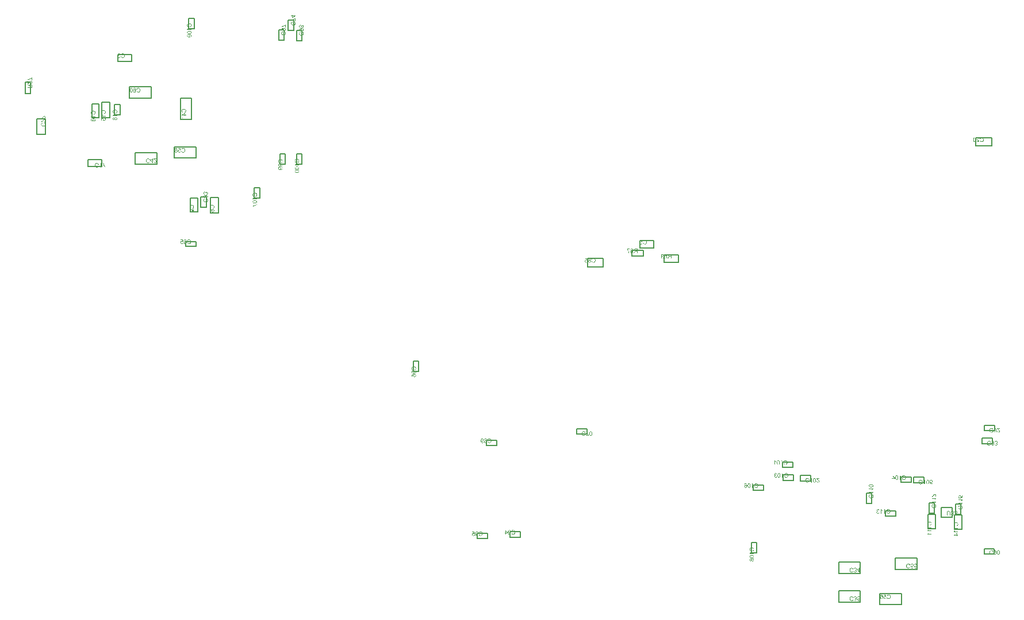
<source format=gbr>
G04*
G04 #@! TF.GenerationSoftware,Altium Limited,Altium Designer,23.7.1 (13)*
G04*
G04 Layer_Color=32896*
%FSLAX25Y25*%
%MOIN*%
G70*
G04*
G04 #@! TF.SameCoordinates,AF00DCEB-AC48-4C7C-91EA-99F42E284231*
G04*
G04*
G04 #@! TF.FilePolarity,Positive*
G04*
G01*
G75*
%ADD15C,0.00787*%
G36*
X595030Y-285767D02*
X595157Y-285782D01*
X595270Y-285800D01*
X595325Y-285814D01*
X595372Y-285825D01*
X595416Y-285836D01*
X595456Y-285851D01*
X595492Y-285861D01*
X595521Y-285869D01*
X595543Y-285880D01*
X595562Y-285883D01*
X595572Y-285891D01*
X595576D01*
X595685Y-285945D01*
X595784Y-286007D01*
X595867Y-286073D01*
X595900Y-286105D01*
X595933Y-286135D01*
X595962Y-286164D01*
X595987Y-286193D01*
X596009Y-286218D01*
X596024Y-286240D01*
X596038Y-286255D01*
X596049Y-286269D01*
X596053Y-286277D01*
X596057Y-286280D01*
X596086Y-286331D01*
X596111Y-286382D01*
X596151Y-286491D01*
X596180Y-286600D01*
X596199Y-286706D01*
X596206Y-286757D01*
X596213Y-286801D01*
X596217Y-286841D01*
Y-286874D01*
X596220Y-286903D01*
Y-286943D01*
X596217Y-287015D01*
X596209Y-287085D01*
X596202Y-287150D01*
X596188Y-287212D01*
X596169Y-287270D01*
X596151Y-287325D01*
X596133Y-287376D01*
X596111Y-287423D01*
X596093Y-287463D01*
X596075Y-287503D01*
X596057Y-287532D01*
X596038Y-287561D01*
X596024Y-287580D01*
X596017Y-287598D01*
X596009Y-287605D01*
X596006Y-287609D01*
X595962Y-287660D01*
X595918Y-287703D01*
X595867Y-287743D01*
X595816Y-287784D01*
X595714Y-287849D01*
X595612Y-287900D01*
X595565Y-287922D01*
X595521Y-287940D01*
X595481Y-287955D01*
X595449Y-287965D01*
X595420Y-287976D01*
X595398Y-287984D01*
X595383Y-287987D01*
X595379D01*
X595296Y-287652D01*
X595354Y-287638D01*
X595409Y-287620D01*
X595460Y-287601D01*
X595507Y-287583D01*
X595551Y-287561D01*
X595587Y-287540D01*
X595623Y-287514D01*
X595656Y-287492D01*
X595685Y-287474D01*
X595707Y-287452D01*
X595729Y-287434D01*
X595747Y-287420D01*
X595758Y-287405D01*
X595769Y-287394D01*
X595773Y-287390D01*
X595776Y-287387D01*
X595805Y-287350D01*
X595827Y-287310D01*
X595867Y-287230D01*
X595896Y-287154D01*
X595915Y-287077D01*
X595929Y-287012D01*
X595933Y-286986D01*
Y-286961D01*
X595936Y-286939D01*
Y-286913D01*
X595933Y-286830D01*
X595918Y-286750D01*
X595900Y-286677D01*
X595878Y-286611D01*
X595856Y-286560D01*
X595845Y-286539D01*
X595838Y-286520D01*
X595831Y-286506D01*
X595823Y-286495D01*
X595820Y-286488D01*
Y-286484D01*
X595769Y-286415D01*
X595714Y-286357D01*
X595652Y-286306D01*
X595594Y-286266D01*
X595543Y-286233D01*
X595500Y-286211D01*
X595481Y-286204D01*
X595471Y-286196D01*
X595463Y-286193D01*
X595460D01*
X595365Y-286164D01*
X595270Y-286142D01*
X595176Y-286124D01*
X595088Y-286113D01*
X595048Y-286109D01*
X595012Y-286105D01*
X594979D01*
X594954Y-286102D01*
X594932D01*
X594914D01*
X594903D01*
X594899D01*
X594804Y-286105D01*
X594717Y-286113D01*
X594637Y-286127D01*
X594564Y-286142D01*
X594502Y-286153D01*
X594477Y-286160D01*
X594455Y-286167D01*
X594437Y-286171D01*
X594426Y-286175D01*
X594418Y-286178D01*
X594415D01*
X594331Y-286215D01*
X594255Y-286255D01*
X594193Y-286298D01*
X594138Y-286346D01*
X594095Y-286386D01*
X594065Y-286419D01*
X594047Y-286444D01*
X594040Y-286448D01*
Y-286451D01*
X593993Y-286528D01*
X593956Y-286611D01*
X593931Y-286691D01*
X593916Y-286768D01*
X593905Y-286837D01*
X593902Y-286866D01*
Y-286892D01*
X593898Y-286910D01*
Y-286939D01*
X593902Y-287030D01*
X593916Y-287114D01*
X593938Y-287183D01*
X593960Y-287245D01*
X593985Y-287292D01*
X594003Y-287329D01*
X594018Y-287350D01*
X594025Y-287358D01*
X594080Y-287416D01*
X594142Y-287470D01*
X594207Y-287514D01*
X594273Y-287550D01*
X594331Y-287580D01*
X594360Y-287591D01*
X594382Y-287598D01*
X594400Y-287605D01*
X594415Y-287612D01*
X594422Y-287616D01*
X594426D01*
X594349Y-287944D01*
X594284Y-287922D01*
X594226Y-287900D01*
X594171Y-287871D01*
X594116Y-287845D01*
X594069Y-287816D01*
X594025Y-287784D01*
X593982Y-287754D01*
X593945Y-287725D01*
X593916Y-287696D01*
X593887Y-287671D01*
X593862Y-287645D01*
X593843Y-287627D01*
X593825Y-287609D01*
X593814Y-287594D01*
X593811Y-287587D01*
X593807Y-287583D01*
X593774Y-287532D01*
X593742Y-287481D01*
X593716Y-287430D01*
X593694Y-287376D01*
X593661Y-287267D01*
X593640Y-287168D01*
X593629Y-287121D01*
X593625Y-287081D01*
X593621Y-287041D01*
X593618Y-287008D01*
X593614Y-286983D01*
Y-286946D01*
X593621Y-286826D01*
X593640Y-286710D01*
X593661Y-286608D01*
X593676Y-286560D01*
X593690Y-286517D01*
X593705Y-286477D01*
X593720Y-286440D01*
X593731Y-286411D01*
X593742Y-286382D01*
X593752Y-286364D01*
X593760Y-286349D01*
X593763Y-286338D01*
X593767Y-286335D01*
X593829Y-286237D01*
X593902Y-286153D01*
X593974Y-286080D01*
X594047Y-286018D01*
X594113Y-285971D01*
X594142Y-285953D01*
X594167Y-285938D01*
X594185Y-285923D01*
X594200Y-285916D01*
X594211Y-285912D01*
X594215Y-285909D01*
X594327Y-285858D01*
X594444Y-285822D01*
X594560Y-285796D01*
X594666Y-285778D01*
X594713Y-285771D01*
X594761Y-285767D01*
X594797Y-285763D01*
X594834D01*
X594859Y-285760D01*
X594881D01*
X594895D01*
X594899D01*
X595030Y-285767D01*
D02*
G37*
G36*
X594557Y-288562D02*
X594531Y-288617D01*
X594506Y-288672D01*
X594480Y-288723D01*
X594459Y-288766D01*
X594440Y-288803D01*
X594426Y-288825D01*
X594422Y-288828D01*
Y-288832D01*
X594382Y-288897D01*
X594342Y-288955D01*
X594306Y-289006D01*
X594273Y-289047D01*
X594247Y-289083D01*
X594226Y-289105D01*
X594211Y-289123D01*
X594207Y-289127D01*
X596177D01*
Y-289436D01*
X593647D01*
Y-289236D01*
X593709Y-289199D01*
X593767Y-289159D01*
X593825Y-289112D01*
X593876Y-289068D01*
X593920Y-289025D01*
X593956Y-288992D01*
X593967Y-288977D01*
X593978Y-288966D01*
X593982Y-288963D01*
X593985Y-288959D01*
X594047Y-288883D01*
X594105Y-288806D01*
X594156Y-288734D01*
X594197Y-288661D01*
X594233Y-288599D01*
X594247Y-288573D01*
X594258Y-288551D01*
X594269Y-288533D01*
X594273Y-288519D01*
X594280Y-288511D01*
Y-288508D01*
X594579D01*
X594557Y-288562D01*
D02*
G37*
G36*
Y-290521D02*
X594531Y-290575D01*
X594506Y-290630D01*
X594480Y-290681D01*
X594459Y-290725D01*
X594440Y-290761D01*
X594426Y-290783D01*
X594422Y-290787D01*
Y-290790D01*
X594382Y-290856D01*
X594342Y-290914D01*
X594306Y-290965D01*
X594273Y-291005D01*
X594247Y-291041D01*
X594226Y-291063D01*
X594211Y-291081D01*
X594207Y-291085D01*
X596177D01*
Y-291394D01*
X593647D01*
Y-291194D01*
X593709Y-291158D01*
X593767Y-291118D01*
X593825Y-291070D01*
X593876Y-291027D01*
X593920Y-290983D01*
X593956Y-290950D01*
X593967Y-290936D01*
X593978Y-290925D01*
X593982Y-290921D01*
X593985Y-290917D01*
X594047Y-290841D01*
X594105Y-290765D01*
X594156Y-290692D01*
X594197Y-290619D01*
X594233Y-290557D01*
X594247Y-290532D01*
X594258Y-290510D01*
X594269Y-290492D01*
X594273Y-290477D01*
X594280Y-290470D01*
Y-290466D01*
X594579D01*
X594557Y-290521D01*
D02*
G37*
G36*
X595572Y-293178D02*
X596177D01*
Y-293487D01*
X595572D01*
Y-293829D01*
X595289D01*
Y-293487D01*
X593658D01*
Y-293236D01*
X595289Y-292082D01*
X595572D01*
Y-293178D01*
D02*
G37*
G36*
X545891Y-263781D02*
X545949D01*
X546007Y-263785D01*
X546058Y-263792D01*
X546109Y-263796D01*
X546153Y-263799D01*
X546193Y-263807D01*
X546229Y-263810D01*
X546262Y-263817D01*
X546287Y-263821D01*
X546309Y-263825D01*
X546327Y-263828D01*
X546338Y-263832D01*
X546346Y-263836D01*
X546349D01*
X546429Y-263858D01*
X546502Y-263883D01*
X546564Y-263912D01*
X546619Y-263934D01*
X546666Y-263959D01*
X546699Y-263974D01*
X546717Y-263988D01*
X546724Y-263992D01*
X546779Y-264032D01*
X546826Y-264072D01*
X546866Y-264116D01*
X546903Y-264156D01*
X546928Y-264192D01*
X546946Y-264222D01*
X546957Y-264240D01*
X546961Y-264243D01*
Y-264247D01*
X546990Y-264305D01*
X547008Y-264367D01*
X547023Y-264425D01*
X547034Y-264480D01*
X547041Y-264527D01*
X547045Y-264567D01*
Y-264600D01*
X547037Y-264698D01*
X547023Y-264789D01*
X546997Y-264866D01*
X546972Y-264931D01*
X546943Y-264986D01*
X546932Y-265008D01*
X546917Y-265026D01*
X546910Y-265040D01*
X546903Y-265051D01*
X546895Y-265055D01*
Y-265059D01*
X546837Y-265124D01*
X546768Y-265179D01*
X546699Y-265226D01*
X546633Y-265263D01*
X546571Y-265292D01*
X546546Y-265306D01*
X546520Y-265314D01*
X546502Y-265321D01*
X546488Y-265328D01*
X546480Y-265332D01*
X546477D01*
X546422Y-265346D01*
X546368Y-265361D01*
X546247Y-265383D01*
X546127Y-265401D01*
X546014Y-265412D01*
X545960Y-265415D01*
X545913Y-265419D01*
X545869D01*
X545829Y-265423D01*
X545800D01*
X545774D01*
X545760D01*
X545756D01*
X545629Y-265419D01*
X545508Y-265412D01*
X545399Y-265401D01*
X545297Y-265383D01*
X545203Y-265364D01*
X545119Y-265343D01*
X545043Y-265321D01*
X544977Y-265299D01*
X544919Y-265277D01*
X544868Y-265252D01*
X544824Y-265233D01*
X544791Y-265215D01*
X544762Y-265197D01*
X544744Y-265186D01*
X544733Y-265179D01*
X544730Y-265175D01*
X544686Y-265135D01*
X544646Y-265091D01*
X544609Y-265044D01*
X544580Y-264997D01*
X544555Y-264949D01*
X544533Y-264902D01*
X544518Y-264855D01*
X544504Y-264811D01*
X544493Y-264768D01*
X544486Y-264727D01*
X544478Y-264691D01*
X544475Y-264662D01*
X544471Y-264636D01*
Y-264600D01*
X544478Y-264502D01*
X544493Y-264411D01*
X544518Y-264334D01*
X544544Y-264269D01*
X544569Y-264214D01*
X544584Y-264196D01*
X544595Y-264178D01*
X544602Y-264163D01*
X544609Y-264152D01*
X544617Y-264149D01*
Y-264145D01*
X544679Y-264079D01*
X544744Y-264025D01*
X544817Y-263978D01*
X544882Y-263941D01*
X544944Y-263912D01*
X544970Y-263897D01*
X544995Y-263890D01*
X545014Y-263883D01*
X545028Y-263876D01*
X545035Y-263872D01*
X545039D01*
X545093Y-263854D01*
X545148Y-263839D01*
X545265Y-263817D01*
X545385Y-263799D01*
X545501Y-263788D01*
X545552Y-263785D01*
X545600Y-263781D01*
X545643D01*
X545683Y-263777D01*
X545712D01*
X545738D01*
X545752D01*
X545756D01*
X545825D01*
X545891Y-263781D01*
D02*
G37*
G36*
X547045Y-266416D02*
X546983Y-266453D01*
X546924Y-266493D01*
X546866Y-266540D01*
X546815Y-266584D01*
X546772Y-266628D01*
X546735Y-266660D01*
X546724Y-266675D01*
X546713Y-266686D01*
X546710Y-266689D01*
X546706Y-266693D01*
X546644Y-266770D01*
X546586Y-266846D01*
X546535Y-266919D01*
X546495Y-266991D01*
X546458Y-267053D01*
X546444Y-267079D01*
X546433Y-267101D01*
X546422Y-267119D01*
X546419Y-267133D01*
X546411Y-267141D01*
Y-267144D01*
X546113D01*
X546135Y-267090D01*
X546160Y-267035D01*
X546185Y-266981D01*
X546211Y-266930D01*
X546233Y-266886D01*
X546251Y-266850D01*
X546266Y-266828D01*
X546269Y-266824D01*
Y-266820D01*
X546309Y-266755D01*
X546349Y-266697D01*
X546386Y-266646D01*
X546419Y-266606D01*
X546444Y-266569D01*
X546466Y-266547D01*
X546480Y-266529D01*
X546484Y-266526D01*
X544515D01*
Y-266216D01*
X547045D01*
Y-266416D01*
D02*
G37*
G36*
Y-268375D02*
X546983Y-268411D01*
X546924Y-268451D01*
X546866Y-268498D01*
X546815Y-268542D01*
X546772Y-268586D01*
X546735Y-268619D01*
X546724Y-268633D01*
X546713Y-268644D01*
X546710Y-268648D01*
X546706Y-268651D01*
X546644Y-268728D01*
X546586Y-268804D01*
X546535Y-268877D01*
X546495Y-268950D01*
X546458Y-269012D01*
X546444Y-269037D01*
X546433Y-269059D01*
X546422Y-269077D01*
X546419Y-269092D01*
X546411Y-269099D01*
Y-269103D01*
X546113D01*
X546135Y-269048D01*
X546160Y-268993D01*
X546185Y-268939D01*
X546211Y-268888D01*
X546233Y-268844D01*
X546251Y-268808D01*
X546266Y-268786D01*
X546269Y-268782D01*
Y-268779D01*
X546309Y-268713D01*
X546349Y-268655D01*
X546386Y-268604D01*
X546419Y-268564D01*
X546444Y-268528D01*
X546466Y-268506D01*
X546480Y-268488D01*
X546484Y-268484D01*
X544515D01*
Y-268175D01*
X547045D01*
Y-268375D01*
D02*
G37*
G36*
X545396Y-269958D02*
X545337Y-269973D01*
X545283Y-269991D01*
X545232Y-270009D01*
X545185Y-270027D01*
X545141Y-270049D01*
X545104Y-270071D01*
X545068Y-270096D01*
X545035Y-270118D01*
X545006Y-270136D01*
X544984Y-270158D01*
X544963Y-270177D01*
X544944Y-270191D01*
X544933Y-270206D01*
X544922Y-270217D01*
X544919Y-270220D01*
X544915Y-270224D01*
X544886Y-270260D01*
X544864Y-270300D01*
X544824Y-270380D01*
X544795Y-270457D01*
X544777Y-270533D01*
X544762Y-270599D01*
X544759Y-270624D01*
Y-270650D01*
X544755Y-270672D01*
Y-270697D01*
X544759Y-270781D01*
X544773Y-270861D01*
X544791Y-270934D01*
X544813Y-270999D01*
X544835Y-271050D01*
X544846Y-271072D01*
X544853Y-271090D01*
X544861Y-271105D01*
X544868Y-271116D01*
X544872Y-271123D01*
Y-271127D01*
X544922Y-271196D01*
X544977Y-271254D01*
X545039Y-271305D01*
X545097Y-271345D01*
X545148Y-271378D01*
X545192Y-271400D01*
X545210Y-271407D01*
X545221Y-271414D01*
X545228Y-271418D01*
X545232D01*
X545327Y-271447D01*
X545421Y-271469D01*
X545516Y-271487D01*
X545603Y-271498D01*
X545643Y-271501D01*
X545680Y-271505D01*
X545712D01*
X545738Y-271509D01*
X545760D01*
X545778D01*
X545789D01*
X545792D01*
X545887Y-271505D01*
X545974Y-271498D01*
X546055Y-271483D01*
X546127Y-271469D01*
X546189Y-271458D01*
X546215Y-271450D01*
X546237Y-271443D01*
X546255Y-271440D01*
X546266Y-271436D01*
X546273Y-271432D01*
X546277D01*
X546360Y-271396D01*
X546437Y-271356D01*
X546499Y-271312D01*
X546553Y-271265D01*
X546597Y-271225D01*
X546626Y-271192D01*
X546644Y-271167D01*
X546652Y-271163D01*
Y-271159D01*
X546699Y-271083D01*
X546735Y-270999D01*
X546761Y-270919D01*
X546775Y-270843D01*
X546786Y-270774D01*
X546790Y-270744D01*
Y-270719D01*
X546793Y-270701D01*
Y-270672D01*
X546790Y-270581D01*
X546775Y-270497D01*
X546753Y-270428D01*
X546732Y-270366D01*
X546706Y-270319D01*
X546688Y-270282D01*
X546673Y-270260D01*
X546666Y-270253D01*
X546611Y-270195D01*
X546550Y-270140D01*
X546484Y-270096D01*
X546419Y-270060D01*
X546360Y-270031D01*
X546331Y-270020D01*
X546309Y-270013D01*
X546291Y-270005D01*
X546277Y-269998D01*
X546269Y-269994D01*
X546266D01*
X546342Y-269667D01*
X546408Y-269689D01*
X546466Y-269711D01*
X546520Y-269740D01*
X546575Y-269765D01*
X546622Y-269794D01*
X546666Y-269827D01*
X546710Y-269856D01*
X546746Y-269885D01*
X546775Y-269914D01*
X546804Y-269940D01*
X546830Y-269965D01*
X546848Y-269984D01*
X546866Y-270002D01*
X546877Y-270016D01*
X546881Y-270024D01*
X546884Y-270027D01*
X546917Y-270078D01*
X546950Y-270129D01*
X546975Y-270180D01*
X546997Y-270235D01*
X547030Y-270344D01*
X547052Y-270442D01*
X547063Y-270490D01*
X547066Y-270530D01*
X547070Y-270570D01*
X547074Y-270602D01*
X547077Y-270628D01*
Y-270664D01*
X547070Y-270784D01*
X547052Y-270901D01*
X547030Y-271003D01*
X547015Y-271050D01*
X547001Y-271094D01*
X546986Y-271134D01*
X546972Y-271170D01*
X546961Y-271199D01*
X546950Y-271229D01*
X546939Y-271247D01*
X546932Y-271261D01*
X546928Y-271272D01*
X546924Y-271276D01*
X546863Y-271374D01*
X546790Y-271458D01*
X546717Y-271531D01*
X546644Y-271592D01*
X546579Y-271640D01*
X546550Y-271658D01*
X546524Y-271673D01*
X546506Y-271687D01*
X546491Y-271694D01*
X546480Y-271698D01*
X546477Y-271702D01*
X546364Y-271753D01*
X546247Y-271789D01*
X546131Y-271814D01*
X546025Y-271833D01*
X545978Y-271840D01*
X545931Y-271844D01*
X545894Y-271847D01*
X545858D01*
X545832Y-271851D01*
X545811D01*
X545796D01*
X545792D01*
X545661Y-271844D01*
X545534Y-271829D01*
X545421Y-271811D01*
X545366Y-271796D01*
X545319Y-271785D01*
X545275Y-271775D01*
X545235Y-271760D01*
X545199Y-271749D01*
X545170Y-271742D01*
X545148Y-271731D01*
X545130Y-271727D01*
X545119Y-271720D01*
X545115D01*
X545006Y-271665D01*
X544908Y-271603D01*
X544824Y-271538D01*
X544791Y-271505D01*
X544759Y-271476D01*
X544730Y-271447D01*
X544704Y-271418D01*
X544682Y-271392D01*
X544668Y-271370D01*
X544653Y-271356D01*
X544642Y-271341D01*
X544638Y-271334D01*
X544635Y-271330D01*
X544606Y-271279D01*
X544580Y-271229D01*
X544540Y-271119D01*
X544511Y-271010D01*
X544493Y-270904D01*
X544486Y-270854D01*
X544478Y-270810D01*
X544475Y-270770D01*
Y-270737D01*
X544471Y-270708D01*
Y-270668D01*
X544475Y-270595D01*
X544482Y-270526D01*
X544489Y-270460D01*
X544504Y-270399D01*
X544522Y-270340D01*
X544540Y-270286D01*
X544558Y-270235D01*
X544580Y-270187D01*
X544598Y-270147D01*
X544617Y-270107D01*
X544635Y-270078D01*
X544653Y-270049D01*
X544668Y-270031D01*
X544675Y-270013D01*
X544682Y-270005D01*
X544686Y-270002D01*
X544730Y-269951D01*
X544773Y-269907D01*
X544824Y-269867D01*
X544875Y-269827D01*
X544977Y-269762D01*
X545079Y-269711D01*
X545126Y-269689D01*
X545170Y-269671D01*
X545210Y-269656D01*
X545243Y-269645D01*
X545272Y-269634D01*
X545294Y-269627D01*
X545308Y-269623D01*
X545312D01*
X545396Y-269958D01*
D02*
G37*
G36*
X581208Y-270678D02*
X581270Y-270634D01*
X581295Y-270612D01*
X581321Y-270594D01*
X581343Y-270576D01*
X581357Y-270561D01*
X581368Y-270550D01*
X581372Y-270547D01*
X581390Y-270529D01*
X581408Y-270507D01*
X581456Y-270456D01*
X581510Y-270398D01*
X581565Y-270336D01*
X581612Y-270278D01*
X581634Y-270252D01*
X581656Y-270230D01*
X581670Y-270212D01*
X581681Y-270197D01*
X581688Y-270190D01*
X581692Y-270186D01*
X581743Y-270128D01*
X581790Y-270070D01*
X581838Y-270019D01*
X581878Y-269972D01*
X581918Y-269928D01*
X581954Y-269892D01*
X581987Y-269855D01*
X582016Y-269826D01*
X582045Y-269797D01*
X582067Y-269775D01*
X582085Y-269757D01*
X582103Y-269739D01*
X582125Y-269721D01*
X582133Y-269713D01*
X582195Y-269662D01*
X582249Y-269619D01*
X582304Y-269582D01*
X582347Y-269553D01*
X582387Y-269531D01*
X582416Y-269517D01*
X582435Y-269510D01*
X582442Y-269506D01*
X582497Y-269484D01*
X582551Y-269469D01*
X582602Y-269455D01*
X582646Y-269448D01*
X582686Y-269444D01*
X582715Y-269440D01*
X582733D01*
X582740D01*
X582795Y-269444D01*
X582846Y-269451D01*
X582897Y-269459D01*
X582941Y-269473D01*
X583028Y-269510D01*
X583097Y-269546D01*
X583130Y-269568D01*
X583155Y-269586D01*
X583181Y-269604D01*
X583199Y-269622D01*
X583214Y-269637D01*
X583228Y-269644D01*
X583232Y-269651D01*
X583236Y-269655D01*
X583272Y-269695D01*
X583305Y-269739D01*
X583330Y-269786D01*
X583352Y-269833D01*
X583388Y-269928D01*
X583414Y-270023D01*
X583421Y-270063D01*
X583428Y-270103D01*
X583432Y-270139D01*
X583436Y-270168D01*
X583439Y-270194D01*
Y-270230D01*
X583436Y-270296D01*
X583432Y-270358D01*
X583421Y-270416D01*
X583410Y-270470D01*
X583396Y-270521D01*
X583381Y-270569D01*
X583363Y-270612D01*
X583345Y-270652D01*
X583326Y-270689D01*
X583308Y-270718D01*
X583294Y-270743D01*
X583279Y-270765D01*
X583268Y-270783D01*
X583257Y-270794D01*
X583254Y-270802D01*
X583250Y-270805D01*
X583214Y-270842D01*
X583174Y-270875D01*
X583130Y-270907D01*
X583086Y-270933D01*
X582999Y-270976D01*
X582912Y-271006D01*
X582871Y-271016D01*
X582831Y-271027D01*
X582799Y-271035D01*
X582770Y-271042D01*
X582744Y-271046D01*
X582726D01*
X582715Y-271049D01*
X582711D01*
X582679Y-270732D01*
X582762Y-270725D01*
X582835Y-270711D01*
X582901Y-270689D01*
X582952Y-270663D01*
X582995Y-270641D01*
X583024Y-270620D01*
X583043Y-270605D01*
X583050Y-270598D01*
X583094Y-270543D01*
X583126Y-270485D01*
X583152Y-270423D01*
X583166Y-270369D01*
X583177Y-270318D01*
X583181Y-270274D01*
X583185Y-270259D01*
Y-270237D01*
X583181Y-270161D01*
X583166Y-270092D01*
X583145Y-270034D01*
X583123Y-269983D01*
X583097Y-269943D01*
X583079Y-269917D01*
X583065Y-269899D01*
X583057Y-269892D01*
X583006Y-269848D01*
X582955Y-269815D01*
X582904Y-269790D01*
X582853Y-269775D01*
X582813Y-269764D01*
X582777Y-269761D01*
X582755Y-269757D01*
X582751D01*
X582748D01*
X582682Y-269764D01*
X582613Y-269779D01*
X582551Y-269804D01*
X582493Y-269830D01*
X582446Y-269859D01*
X582406Y-269884D01*
X582391Y-269892D01*
X582380Y-269899D01*
X582376Y-269906D01*
X582373D01*
X582333Y-269935D01*
X582293Y-269972D01*
X582249Y-270012D01*
X582205Y-270056D01*
X582118Y-270146D01*
X582031Y-270237D01*
X581991Y-270285D01*
X581954Y-270325D01*
X581921Y-270365D01*
X581892Y-270398D01*
X581871Y-270423D01*
X581852Y-270445D01*
X581841Y-270460D01*
X581838Y-270463D01*
X581761Y-270554D01*
X581688Y-270638D01*
X581623Y-270707D01*
X581568Y-270762D01*
X581521Y-270809D01*
X581488Y-270842D01*
X581466Y-270860D01*
X581463Y-270867D01*
X581459D01*
X581397Y-270918D01*
X581339Y-270958D01*
X581281Y-270995D01*
X581230Y-271024D01*
X581186Y-271046D01*
X581153Y-271060D01*
X581132Y-271067D01*
X581128Y-271071D01*
X581124D01*
X581084Y-271086D01*
X581048Y-271093D01*
X581011Y-271100D01*
X580979Y-271104D01*
X580950Y-271107D01*
X580928D01*
X580913D01*
X580910D01*
Y-269437D01*
X581208D01*
Y-270678D01*
D02*
G37*
G36*
X583439Y-272058D02*
X583378Y-272094D01*
X583319Y-272134D01*
X583261Y-272181D01*
X583210Y-272225D01*
X583166Y-272269D01*
X583130Y-272301D01*
X583119Y-272316D01*
X583108Y-272327D01*
X583105Y-272330D01*
X583101Y-272334D01*
X583039Y-272411D01*
X582981Y-272487D01*
X582930Y-272560D01*
X582890Y-272633D01*
X582853Y-272694D01*
X582839Y-272720D01*
X582828Y-272742D01*
X582817Y-272760D01*
X582813Y-272775D01*
X582806Y-272782D01*
Y-272785D01*
X582508D01*
X582529Y-272731D01*
X582555Y-272676D01*
X582580Y-272622D01*
X582606Y-272571D01*
X582628Y-272527D01*
X582646Y-272491D01*
X582660Y-272469D01*
X582664Y-272465D01*
Y-272462D01*
X582704Y-272396D01*
X582744Y-272338D01*
X582781Y-272287D01*
X582813Y-272247D01*
X582839Y-272210D01*
X582861Y-272188D01*
X582875Y-272170D01*
X582879Y-272167D01*
X580910D01*
Y-271857D01*
X583439D01*
Y-272058D01*
D02*
G37*
G36*
Y-274016D02*
X583378Y-274052D01*
X583319Y-274092D01*
X583261Y-274140D01*
X583210Y-274183D01*
X583166Y-274227D01*
X583130Y-274260D01*
X583119Y-274274D01*
X583108Y-274285D01*
X583105Y-274289D01*
X583101Y-274292D01*
X583039Y-274369D01*
X582981Y-274445D01*
X582930Y-274518D01*
X582890Y-274591D01*
X582853Y-274653D01*
X582839Y-274678D01*
X582828Y-274700D01*
X582817Y-274718D01*
X582813Y-274733D01*
X582806Y-274740D01*
Y-274744D01*
X582508D01*
X582529Y-274689D01*
X582555Y-274635D01*
X582580Y-274580D01*
X582606Y-274529D01*
X582628Y-274485D01*
X582646Y-274449D01*
X582660Y-274427D01*
X582664Y-274424D01*
Y-274420D01*
X582704Y-274354D01*
X582744Y-274296D01*
X582781Y-274245D01*
X582813Y-274205D01*
X582839Y-274169D01*
X582861Y-274147D01*
X582875Y-274129D01*
X582879Y-274125D01*
X580910D01*
Y-273816D01*
X583439D01*
Y-274016D01*
D02*
G37*
G36*
X581790Y-275599D02*
X581732Y-275614D01*
X581678Y-275632D01*
X581627Y-275650D01*
X581579Y-275668D01*
X581536Y-275690D01*
X581499Y-275712D01*
X581463Y-275738D01*
X581430Y-275759D01*
X581401Y-275778D01*
X581379Y-275799D01*
X581357Y-275818D01*
X581339Y-275832D01*
X581328Y-275847D01*
X581317Y-275858D01*
X581314Y-275861D01*
X581310Y-275865D01*
X581281Y-275901D01*
X581259Y-275941D01*
X581219Y-276021D01*
X581190Y-276098D01*
X581172Y-276174D01*
X581157Y-276240D01*
X581153Y-276265D01*
Y-276291D01*
X581150Y-276313D01*
Y-276338D01*
X581153Y-276422D01*
X581168Y-276502D01*
X581186Y-276575D01*
X581208Y-276640D01*
X581230Y-276691D01*
X581241Y-276713D01*
X581248Y-276731D01*
X581255Y-276746D01*
X581263Y-276757D01*
X581266Y-276764D01*
Y-276768D01*
X581317Y-276837D01*
X581372Y-276895D01*
X581434Y-276946D01*
X581492Y-276986D01*
X581543Y-277019D01*
X581587Y-277041D01*
X581605Y-277048D01*
X581616Y-277055D01*
X581623Y-277059D01*
X581627D01*
X581721Y-277088D01*
X581816Y-277110D01*
X581911Y-277128D01*
X581998Y-277139D01*
X582038Y-277143D01*
X582074Y-277146D01*
X582107D01*
X582133Y-277150D01*
X582154D01*
X582173D01*
X582184D01*
X582187D01*
X582282Y-277146D01*
X582369Y-277139D01*
X582449Y-277124D01*
X582522Y-277110D01*
X582584Y-277099D01*
X582610Y-277092D01*
X582631Y-277084D01*
X582650Y-277081D01*
X582660Y-277077D01*
X582668Y-277073D01*
X582671D01*
X582755Y-277037D01*
X582831Y-276997D01*
X582893Y-276953D01*
X582948Y-276906D01*
X582992Y-276866D01*
X583021Y-276833D01*
X583039Y-276808D01*
X583046Y-276804D01*
Y-276800D01*
X583094Y-276724D01*
X583130Y-276640D01*
X583155Y-276560D01*
X583170Y-276484D01*
X583181Y-276415D01*
X583185Y-276385D01*
Y-276360D01*
X583188Y-276342D01*
Y-276313D01*
X583185Y-276222D01*
X583170Y-276138D01*
X583148Y-276069D01*
X583126Y-276007D01*
X583101Y-275960D01*
X583083Y-275923D01*
X583068Y-275901D01*
X583061Y-275894D01*
X583006Y-275836D01*
X582944Y-275781D01*
X582879Y-275738D01*
X582813Y-275701D01*
X582755Y-275672D01*
X582726Y-275661D01*
X582704Y-275654D01*
X582686Y-275646D01*
X582671Y-275639D01*
X582664Y-275636D01*
X582660D01*
X582737Y-275308D01*
X582802Y-275330D01*
X582861Y-275352D01*
X582915Y-275381D01*
X582970Y-275406D01*
X583017Y-275435D01*
X583061Y-275468D01*
X583105Y-275497D01*
X583141Y-275526D01*
X583170Y-275555D01*
X583199Y-275581D01*
X583225Y-275606D01*
X583243Y-275625D01*
X583261Y-275643D01*
X583272Y-275657D01*
X583276Y-275665D01*
X583279Y-275668D01*
X583312Y-275719D01*
X583345Y-275770D01*
X583370Y-275821D01*
X583392Y-275876D01*
X583425Y-275985D01*
X583447Y-276083D01*
X583458Y-276131D01*
X583461Y-276171D01*
X583465Y-276211D01*
X583468Y-276243D01*
X583472Y-276269D01*
Y-276305D01*
X583465Y-276426D01*
X583447Y-276542D01*
X583425Y-276644D01*
X583410Y-276691D01*
X583396Y-276735D01*
X583381Y-276775D01*
X583367Y-276811D01*
X583356Y-276840D01*
X583345Y-276870D01*
X583334Y-276888D01*
X583326Y-276902D01*
X583323Y-276913D01*
X583319Y-276917D01*
X583257Y-277015D01*
X583185Y-277099D01*
X583112Y-277172D01*
X583039Y-277234D01*
X582973Y-277281D01*
X582944Y-277299D01*
X582919Y-277314D01*
X582901Y-277328D01*
X582886Y-277336D01*
X582875Y-277339D01*
X582871Y-277343D01*
X582759Y-277394D01*
X582642Y-277430D01*
X582526Y-277456D01*
X582420Y-277474D01*
X582373Y-277481D01*
X582326Y-277485D01*
X582289Y-277488D01*
X582253D01*
X582227Y-277492D01*
X582205D01*
X582191D01*
X582187D01*
X582056Y-277485D01*
X581929Y-277470D01*
X581816Y-277452D01*
X581761Y-277437D01*
X581714Y-277427D01*
X581670Y-277416D01*
X581630Y-277401D01*
X581594Y-277390D01*
X581565Y-277383D01*
X581543Y-277372D01*
X581525Y-277368D01*
X581514Y-277361D01*
X581510D01*
X581401Y-277306D01*
X581303Y-277244D01*
X581219Y-277179D01*
X581186Y-277146D01*
X581153Y-277117D01*
X581124Y-277088D01*
X581099Y-277059D01*
X581077Y-277033D01*
X581062Y-277011D01*
X581048Y-276997D01*
X581037Y-276982D01*
X581033Y-276975D01*
X581030Y-276972D01*
X581001Y-276921D01*
X580975Y-276870D01*
X580935Y-276760D01*
X580906Y-276651D01*
X580888Y-276546D01*
X580880Y-276495D01*
X580873Y-276451D01*
X580869Y-276411D01*
Y-276378D01*
X580866Y-276349D01*
Y-276309D01*
X580869Y-276236D01*
X580877Y-276167D01*
X580884Y-276101D01*
X580899Y-276040D01*
X580917Y-275981D01*
X580935Y-275927D01*
X580953Y-275876D01*
X580975Y-275829D01*
X580993Y-275788D01*
X581011Y-275748D01*
X581030Y-275719D01*
X581048Y-275690D01*
X581062Y-275672D01*
X581070Y-275654D01*
X581077Y-275646D01*
X581081Y-275643D01*
X581124Y-275592D01*
X581168Y-275548D01*
X581219Y-275508D01*
X581270Y-275468D01*
X581372Y-275403D01*
X581474Y-275352D01*
X581521Y-275330D01*
X581565Y-275312D01*
X581605Y-275297D01*
X581638Y-275286D01*
X581667Y-275275D01*
X581688Y-275268D01*
X581703Y-275264D01*
X581707D01*
X581790Y-275599D01*
D02*
G37*
G36*
X579676Y-285373D02*
X579803Y-285388D01*
X579916Y-285406D01*
X579971Y-285420D01*
X580018Y-285431D01*
X580061Y-285442D01*
X580102Y-285457D01*
X580138Y-285468D01*
X580167Y-285475D01*
X580189Y-285486D01*
X580207Y-285490D01*
X580218Y-285497D01*
X580222D01*
X580331Y-285552D01*
X580429Y-285613D01*
X580513Y-285679D01*
X580546Y-285712D01*
X580578Y-285741D01*
X580608Y-285770D01*
X580633Y-285799D01*
X580655Y-285824D01*
X580669Y-285846D01*
X580684Y-285861D01*
X580695Y-285876D01*
X580698Y-285883D01*
X580702Y-285886D01*
X580731Y-285937D01*
X580757Y-285988D01*
X580797Y-286098D01*
X580826Y-286207D01*
X580844Y-286312D01*
X580851Y-286363D01*
X580859Y-286407D01*
X580862Y-286447D01*
Y-286480D01*
X580866Y-286509D01*
Y-286549D01*
X580862Y-286622D01*
X580855Y-286691D01*
X580848Y-286756D01*
X580833Y-286818D01*
X580815Y-286877D01*
X580797Y-286931D01*
X580779Y-286982D01*
X580757Y-287029D01*
X580739Y-287069D01*
X580720Y-287109D01*
X580702Y-287139D01*
X580684Y-287168D01*
X580669Y-287186D01*
X580662Y-287204D01*
X580655Y-287211D01*
X580651Y-287215D01*
X580608Y-287266D01*
X580564Y-287310D01*
X580513Y-287350D01*
X580462Y-287390D01*
X580360Y-287455D01*
X580258Y-287506D01*
X580211Y-287528D01*
X580167Y-287546D01*
X580127Y-287561D01*
X580094Y-287572D01*
X580065Y-287583D01*
X580043Y-287590D01*
X580029Y-287594D01*
X580025D01*
X579941Y-287259D01*
X580000Y-287244D01*
X580054Y-287226D01*
X580105Y-287208D01*
X580153Y-287190D01*
X580196Y-287168D01*
X580233Y-287146D01*
X580269Y-287120D01*
X580302Y-287099D01*
X580331Y-287080D01*
X580353Y-287058D01*
X580375Y-287040D01*
X580393Y-287026D01*
X580404Y-287011D01*
X580415Y-287000D01*
X580418Y-286997D01*
X580422Y-286993D01*
X580451Y-286957D01*
X580473Y-286916D01*
X580513Y-286837D01*
X580542Y-286760D01*
X580560Y-286684D01*
X580575Y-286618D01*
X580578Y-286593D01*
Y-286567D01*
X580582Y-286545D01*
Y-286520D01*
X580578Y-286436D01*
X580564Y-286356D01*
X580546Y-286283D01*
X580524Y-286218D01*
X580502Y-286167D01*
X580491Y-286145D01*
X580484Y-286127D01*
X580477Y-286112D01*
X580469Y-286101D01*
X580466Y-286094D01*
Y-286090D01*
X580415Y-286021D01*
X580360Y-285963D01*
X580298Y-285912D01*
X580240Y-285872D01*
X580189Y-285839D01*
X580145Y-285817D01*
X580127Y-285810D01*
X580116Y-285803D01*
X580109Y-285799D01*
X580105D01*
X580011Y-285770D01*
X579916Y-285748D01*
X579821Y-285730D01*
X579734Y-285719D01*
X579694Y-285715D01*
X579658Y-285712D01*
X579625D01*
X579599Y-285708D01*
X579577D01*
X579559D01*
X579548D01*
X579545D01*
X579450Y-285712D01*
X579363Y-285719D01*
X579283Y-285734D01*
X579210Y-285748D01*
X579148Y-285759D01*
X579122Y-285766D01*
X579101Y-285774D01*
X579082Y-285777D01*
X579072Y-285781D01*
X579064Y-285785D01*
X579061D01*
X578977Y-285821D01*
X578900Y-285861D01*
X578838Y-285905D01*
X578784Y-285952D01*
X578740Y-285992D01*
X578711Y-286025D01*
X578693Y-286050D01*
X578686Y-286054D01*
Y-286057D01*
X578638Y-286134D01*
X578602Y-286218D01*
X578576Y-286298D01*
X578562Y-286374D01*
X578551Y-286443D01*
X578547Y-286473D01*
Y-286498D01*
X578544Y-286516D01*
Y-286545D01*
X578547Y-286636D01*
X578562Y-286720D01*
X578584Y-286789D01*
X578606Y-286851D01*
X578631Y-286898D01*
X578649Y-286935D01*
X578664Y-286957D01*
X578671Y-286964D01*
X578726Y-287022D01*
X578788Y-287077D01*
X578853Y-287120D01*
X578919Y-287157D01*
X578977Y-287186D01*
X579006Y-287197D01*
X579028Y-287204D01*
X579046Y-287211D01*
X579061Y-287219D01*
X579068Y-287222D01*
X579072D01*
X578995Y-287550D01*
X578930Y-287528D01*
X578871Y-287506D01*
X578817Y-287477D01*
X578762Y-287452D01*
X578715Y-287422D01*
X578671Y-287390D01*
X578627Y-287361D01*
X578591Y-287332D01*
X578562Y-287302D01*
X578533Y-287277D01*
X578507Y-287251D01*
X578489Y-287233D01*
X578471Y-287215D01*
X578460Y-287200D01*
X578456Y-287193D01*
X578453Y-287190D01*
X578420Y-287139D01*
X578387Y-287088D01*
X578362Y-287037D01*
X578340Y-286982D01*
X578307Y-286873D01*
X578285Y-286775D01*
X578274Y-286727D01*
X578271Y-286687D01*
X578267Y-286647D01*
X578263Y-286614D01*
X578260Y-286589D01*
Y-286553D01*
X578267Y-286432D01*
X578285Y-286316D01*
X578307Y-286214D01*
X578322Y-286167D01*
X578336Y-286123D01*
X578351Y-286083D01*
X578365Y-286047D01*
X578376Y-286017D01*
X578387Y-285988D01*
X578398Y-285970D01*
X578405Y-285956D01*
X578409Y-285945D01*
X578413Y-285941D01*
X578475Y-285843D01*
X578547Y-285759D01*
X578620Y-285686D01*
X578693Y-285624D01*
X578758Y-285577D01*
X578788Y-285559D01*
X578813Y-285544D01*
X578831Y-285530D01*
X578846Y-285522D01*
X578857Y-285519D01*
X578860Y-285515D01*
X578973Y-285464D01*
X579090Y-285428D01*
X579206Y-285402D01*
X579312Y-285384D01*
X579359Y-285377D01*
X579406Y-285373D01*
X579443Y-285369D01*
X579479D01*
X579505Y-285366D01*
X579527D01*
X579541D01*
X579545D01*
X579676Y-285373D01*
D02*
G37*
G36*
X579203Y-288169D02*
X579177Y-288223D01*
X579151Y-288278D01*
X579126Y-288329D01*
X579104Y-288372D01*
X579086Y-288409D01*
X579072Y-288431D01*
X579068Y-288434D01*
Y-288438D01*
X579028Y-288504D01*
X578988Y-288562D01*
X578951Y-288613D01*
X578919Y-288653D01*
X578893Y-288689D01*
X578871Y-288711D01*
X578857Y-288729D01*
X578853Y-288733D01*
X580822D01*
Y-289042D01*
X578293D01*
Y-288842D01*
X578354Y-288806D01*
X578413Y-288766D01*
X578471Y-288718D01*
X578522Y-288675D01*
X578566Y-288631D01*
X578602Y-288598D01*
X578613Y-288584D01*
X578624Y-288573D01*
X578627Y-288569D01*
X578631Y-288565D01*
X578693Y-288489D01*
X578751Y-288413D01*
X578802Y-288340D01*
X578842Y-288267D01*
X578878Y-288205D01*
X578893Y-288180D01*
X578904Y-288158D01*
X578915Y-288140D01*
X578919Y-288125D01*
X578926Y-288118D01*
Y-288114D01*
X579224D01*
X579203Y-288169D01*
D02*
G37*
G36*
Y-290127D02*
X579177Y-290182D01*
X579151Y-290236D01*
X579126Y-290287D01*
X579104Y-290331D01*
X579086Y-290367D01*
X579072Y-290389D01*
X579068Y-290393D01*
Y-290396D01*
X579028Y-290462D01*
X578988Y-290520D01*
X578951Y-290571D01*
X578919Y-290611D01*
X578893Y-290648D01*
X578871Y-290669D01*
X578857Y-290688D01*
X578853Y-290691D01*
X580822D01*
Y-291001D01*
X578293D01*
Y-290800D01*
X578354Y-290764D01*
X578413Y-290724D01*
X578471Y-290677D01*
X578522Y-290633D01*
X578566Y-290589D01*
X578602Y-290557D01*
X578613Y-290542D01*
X578624Y-290531D01*
X578627Y-290527D01*
X578631Y-290524D01*
X578693Y-290447D01*
X578751Y-290371D01*
X578802Y-290298D01*
X578842Y-290225D01*
X578878Y-290163D01*
X578893Y-290138D01*
X578904Y-290116D01*
X578915Y-290098D01*
X578919Y-290083D01*
X578926Y-290076D01*
Y-290072D01*
X579224D01*
X579203Y-290127D01*
D02*
G37*
G36*
Y-292085D02*
X579177Y-292140D01*
X579151Y-292195D01*
X579126Y-292246D01*
X579104Y-292289D01*
X579086Y-292326D01*
X579072Y-292347D01*
X579068Y-292351D01*
Y-292355D01*
X579028Y-292420D01*
X578988Y-292478D01*
X578951Y-292529D01*
X578919Y-292569D01*
X578893Y-292606D01*
X578871Y-292628D01*
X578857Y-292646D01*
X578853Y-292650D01*
X580822D01*
Y-292959D01*
X578293D01*
Y-292759D01*
X578354Y-292722D01*
X578413Y-292682D01*
X578471Y-292635D01*
X578522Y-292591D01*
X578566Y-292548D01*
X578602Y-292515D01*
X578613Y-292500D01*
X578624Y-292489D01*
X578627Y-292486D01*
X578631Y-292482D01*
X578693Y-292406D01*
X578751Y-292329D01*
X578802Y-292256D01*
X578842Y-292184D01*
X578878Y-292122D01*
X578893Y-292096D01*
X578904Y-292074D01*
X578915Y-292056D01*
X578919Y-292042D01*
X578926Y-292034D01*
Y-292031D01*
X579224D01*
X579203Y-292085D01*
D02*
G37*
G36*
X549823Y-278189D02*
X549922Y-278207D01*
X550005Y-278236D01*
X550078Y-278265D01*
X550111Y-278283D01*
X550136Y-278298D01*
X550162Y-278312D01*
X550180Y-278327D01*
X550195Y-278338D01*
X550206Y-278345D01*
X550213Y-278349D01*
X550216Y-278352D01*
X550286Y-278422D01*
X550340Y-278498D01*
X550384Y-278578D01*
X550420Y-278658D01*
X550442Y-278727D01*
X550453Y-278756D01*
X550460Y-278782D01*
X550464Y-278804D01*
X550468Y-278818D01*
X550471Y-278829D01*
Y-278833D01*
X550162Y-278888D01*
X550147Y-278807D01*
X550126Y-278738D01*
X550100Y-278680D01*
X550074Y-278633D01*
X550049Y-278596D01*
X550027Y-278571D01*
X550013Y-278553D01*
X550009Y-278549D01*
X549962Y-278513D01*
X549911Y-278484D01*
X549863Y-278465D01*
X549816Y-278451D01*
X549772Y-278443D01*
X549740Y-278436D01*
X549711D01*
X549645Y-278440D01*
X549587Y-278454D01*
X549536Y-278473D01*
X549492Y-278491D01*
X549459Y-278513D01*
X549434Y-278531D01*
X549416Y-278545D01*
X549412Y-278549D01*
X549372Y-278593D01*
X549343Y-278640D01*
X549325Y-278687D01*
X549310Y-278731D01*
X549303Y-278771D01*
X549296Y-278800D01*
Y-278822D01*
Y-278826D01*
Y-278829D01*
Y-278869D01*
X549303Y-278906D01*
X549321Y-278968D01*
X549346Y-279022D01*
X549376Y-279069D01*
X549405Y-279102D01*
X549430Y-279128D01*
X549448Y-279142D01*
X549452Y-279146D01*
X549456D01*
X549518Y-279179D01*
X549576Y-279204D01*
X549638Y-279222D01*
X549692Y-279233D01*
X549740Y-279241D01*
X549780Y-279248D01*
X549827D01*
X549842Y-279244D01*
X549860D01*
X549896Y-279517D01*
X549849Y-279506D01*
X549805Y-279499D01*
X549769Y-279492D01*
X549736Y-279488D01*
X549711Y-279485D01*
X549678D01*
X549601Y-279492D01*
X549532Y-279506D01*
X549470Y-279528D01*
X549419Y-279554D01*
X549379Y-279579D01*
X549350Y-279601D01*
X549332Y-279615D01*
X549325Y-279623D01*
X549277Y-279677D01*
X549241Y-279736D01*
X549216Y-279794D01*
X549201Y-279852D01*
X549190Y-279899D01*
X549186Y-279940D01*
X549183Y-279954D01*
Y-279965D01*
Y-279972D01*
Y-279976D01*
X549190Y-280056D01*
X549208Y-280129D01*
X549230Y-280191D01*
X549259Y-280245D01*
X549288Y-280289D01*
X549310Y-280322D01*
X549328Y-280344D01*
X549336Y-280351D01*
X549394Y-280402D01*
X549456Y-280438D01*
X549518Y-280464D01*
X549576Y-280482D01*
X549627Y-280493D01*
X549667Y-280496D01*
X549681Y-280500D01*
X549703D01*
X549769Y-280496D01*
X549831Y-280482D01*
X549885Y-280464D01*
X549929Y-280442D01*
X549965Y-280424D01*
X549994Y-280405D01*
X550009Y-280391D01*
X550016Y-280387D01*
X550060Y-280336D01*
X550096Y-280278D01*
X550129Y-280216D01*
X550155Y-280151D01*
X550173Y-280096D01*
X550180Y-280070D01*
X550184Y-280049D01*
X550187Y-280030D01*
X550191Y-280016D01*
X550195Y-280009D01*
Y-280005D01*
X550504Y-280045D01*
X550497Y-280103D01*
X550486Y-280158D01*
X550453Y-280260D01*
X550413Y-280347D01*
X550391Y-280384D01*
X550369Y-280420D01*
X550348Y-280453D01*
X550326Y-280478D01*
X550308Y-280504D01*
X550289Y-280522D01*
X550278Y-280536D01*
X550267Y-280547D01*
X550260Y-280555D01*
X550256Y-280558D01*
X550213Y-280591D01*
X550169Y-280624D01*
X550126Y-280649D01*
X550078Y-280671D01*
X549987Y-280708D01*
X549900Y-280729D01*
X549860Y-280737D01*
X549823Y-280744D01*
X549791Y-280748D01*
X549761Y-280751D01*
X549740Y-280755D01*
X549707D01*
X549638Y-280751D01*
X549576Y-280744D01*
X549514Y-280733D01*
X549456Y-280718D01*
X549401Y-280700D01*
X549354Y-280682D01*
X549306Y-280660D01*
X549266Y-280638D01*
X549226Y-280620D01*
X549194Y-280598D01*
X549164Y-280580D01*
X549143Y-280562D01*
X549124Y-280547D01*
X549110Y-280536D01*
X549103Y-280529D01*
X549099Y-280525D01*
X549055Y-280482D01*
X549019Y-280434D01*
X548986Y-280387D01*
X548957Y-280340D01*
X548935Y-280296D01*
X548913Y-280249D01*
X548884Y-280161D01*
X548877Y-280121D01*
X548870Y-280085D01*
X548862Y-280052D01*
X548859Y-280023D01*
X548855Y-280001D01*
Y-279983D01*
Y-279972D01*
Y-279969D01*
X548859Y-279881D01*
X548873Y-279801D01*
X548895Y-279732D01*
X548917Y-279674D01*
X548939Y-279626D01*
X548961Y-279590D01*
X548975Y-279568D01*
X548979Y-279561D01*
X549030Y-279506D01*
X549084Y-279459D01*
X549143Y-279423D01*
X549201Y-279394D01*
X549252Y-279372D01*
X549292Y-279357D01*
X549306Y-279353D01*
X549317Y-279350D01*
X549325Y-279346D01*
X549328D01*
X549266Y-279313D01*
X549216Y-279281D01*
X549172Y-279244D01*
X549135Y-279211D01*
X549106Y-279182D01*
X549084Y-279157D01*
X549074Y-279142D01*
X549070Y-279135D01*
X549041Y-279084D01*
X549019Y-279033D01*
X549001Y-278982D01*
X548990Y-278935D01*
X548982Y-278895D01*
X548979Y-278866D01*
Y-278844D01*
Y-278836D01*
X548982Y-278775D01*
X548993Y-278713D01*
X549008Y-278658D01*
X549026Y-278611D01*
X549044Y-278571D01*
X549059Y-278538D01*
X549070Y-278520D01*
X549074Y-278513D01*
X549110Y-278458D01*
X549154Y-278411D01*
X549197Y-278371D01*
X549241Y-278334D01*
X549277Y-278309D01*
X549310Y-278287D01*
X549332Y-278276D01*
X549336Y-278272D01*
X549339D01*
X549405Y-278243D01*
X549470Y-278221D01*
X549536Y-278203D01*
X549594Y-278192D01*
X549641Y-278185D01*
X549681Y-278181D01*
X549772D01*
X549823Y-278189D01*
D02*
G37*
G36*
X553496Y-278243D02*
X553536Y-278302D01*
X553583Y-278360D01*
X553627Y-278411D01*
X553671Y-278454D01*
X553704Y-278491D01*
X553718Y-278502D01*
X553729Y-278513D01*
X553733Y-278516D01*
X553736Y-278520D01*
X553813Y-278582D01*
X553889Y-278640D01*
X553962Y-278691D01*
X554035Y-278731D01*
X554097Y-278767D01*
X554122Y-278782D01*
X554144Y-278793D01*
X554162Y-278804D01*
X554177Y-278807D01*
X554184Y-278815D01*
X554188D01*
Y-279113D01*
X554133Y-279091D01*
X554078Y-279066D01*
X554024Y-279040D01*
X553973Y-279015D01*
X553929Y-278993D01*
X553893Y-278975D01*
X553871Y-278960D01*
X553867Y-278957D01*
X553864D01*
X553798Y-278917D01*
X553740Y-278877D01*
X553689Y-278840D01*
X553649Y-278807D01*
X553613Y-278782D01*
X553591Y-278760D01*
X553573Y-278746D01*
X553569Y-278742D01*
Y-280711D01*
X553260D01*
Y-278181D01*
X553460D01*
X553496Y-278243D01*
D02*
G37*
G36*
X551538D02*
X551578Y-278302D01*
X551625Y-278360D01*
X551669Y-278411D01*
X551713Y-278454D01*
X551745Y-278491D01*
X551760Y-278502D01*
X551771Y-278513D01*
X551774Y-278516D01*
X551778Y-278520D01*
X551855Y-278582D01*
X551931Y-278640D01*
X552004Y-278691D01*
X552076Y-278731D01*
X552138Y-278767D01*
X552164Y-278782D01*
X552186Y-278793D01*
X552204Y-278804D01*
X552218Y-278807D01*
X552226Y-278815D01*
X552229D01*
Y-279113D01*
X552175Y-279091D01*
X552120Y-279066D01*
X552066Y-279040D01*
X552015Y-279015D01*
X551971Y-278993D01*
X551935Y-278975D01*
X551913Y-278960D01*
X551909Y-278957D01*
X551905D01*
X551840Y-278917D01*
X551782Y-278877D01*
X551731Y-278840D01*
X551691Y-278807D01*
X551654Y-278782D01*
X551632Y-278760D01*
X551614Y-278746D01*
X551611Y-278742D01*
Y-280711D01*
X551301D01*
Y-278181D01*
X551501D01*
X551538Y-278243D01*
D02*
G37*
G36*
X555869Y-278156D02*
X555986Y-278174D01*
X556088Y-278196D01*
X556135Y-278210D01*
X556179Y-278225D01*
X556219Y-278240D01*
X556255Y-278254D01*
X556284Y-278265D01*
X556314Y-278276D01*
X556332Y-278287D01*
X556346Y-278294D01*
X556357Y-278298D01*
X556361Y-278302D01*
X556459Y-278363D01*
X556543Y-278436D01*
X556616Y-278509D01*
X556677Y-278582D01*
X556725Y-278647D01*
X556743Y-278676D01*
X556757Y-278702D01*
X556772Y-278720D01*
X556779Y-278735D01*
X556783Y-278746D01*
X556787Y-278749D01*
X556838Y-278862D01*
X556874Y-278978D01*
X556899Y-279095D01*
X556918Y-279201D01*
X556925Y-279248D01*
X556929Y-279295D01*
X556932Y-279332D01*
Y-279368D01*
X556936Y-279394D01*
Y-279415D01*
Y-279430D01*
Y-279433D01*
X556929Y-279565D01*
X556914Y-279692D01*
X556896Y-279805D01*
X556881Y-279859D01*
X556870Y-279907D01*
X556859Y-279950D01*
X556845Y-279990D01*
X556834Y-280027D01*
X556827Y-280056D01*
X556816Y-280078D01*
X556812Y-280096D01*
X556805Y-280107D01*
Y-280111D01*
X556750Y-280220D01*
X556688Y-280318D01*
X556623Y-280402D01*
X556590Y-280434D01*
X556561Y-280467D01*
X556532Y-280496D01*
X556503Y-280522D01*
X556477Y-280544D01*
X556455Y-280558D01*
X556441Y-280573D01*
X556426Y-280584D01*
X556419Y-280587D01*
X556415Y-280591D01*
X556364Y-280620D01*
X556314Y-280646D01*
X556204Y-280686D01*
X556095Y-280715D01*
X555990Y-280733D01*
X555939Y-280740D01*
X555895Y-280748D01*
X555855Y-280751D01*
X555822D01*
X555793Y-280755D01*
X555753D01*
X555680Y-280751D01*
X555611Y-280744D01*
X555545Y-280737D01*
X555484Y-280722D01*
X555425Y-280704D01*
X555371Y-280686D01*
X555320Y-280667D01*
X555272Y-280646D01*
X555232Y-280627D01*
X555192Y-280609D01*
X555163Y-280591D01*
X555134Y-280573D01*
X555116Y-280558D01*
X555098Y-280551D01*
X555090Y-280544D01*
X555087Y-280540D01*
X555036Y-280496D01*
X554992Y-280453D01*
X554952Y-280402D01*
X554912Y-280351D01*
X554847Y-280249D01*
X554796Y-280147D01*
X554774Y-280100D01*
X554756Y-280056D01*
X554741Y-280016D01*
X554730Y-279983D01*
X554719Y-279954D01*
X554712Y-279932D01*
X554708Y-279918D01*
Y-279914D01*
X555043Y-279830D01*
X555058Y-279889D01*
X555076Y-279943D01*
X555094Y-279994D01*
X555112Y-280041D01*
X555134Y-280085D01*
X555156Y-280121D01*
X555181Y-280158D01*
X555203Y-280191D01*
X555222Y-280220D01*
X555243Y-280242D01*
X555262Y-280263D01*
X555276Y-280282D01*
X555291Y-280293D01*
X555302Y-280304D01*
X555305Y-280307D01*
X555309Y-280311D01*
X555345Y-280340D01*
X555385Y-280362D01*
X555465Y-280402D01*
X555542Y-280431D01*
X555618Y-280449D01*
X555684Y-280464D01*
X555709Y-280467D01*
X555735D01*
X555757Y-280471D01*
X555782D01*
X555866Y-280467D01*
X555946Y-280453D01*
X556019Y-280434D01*
X556084Y-280413D01*
X556135Y-280391D01*
X556157Y-280380D01*
X556175Y-280373D01*
X556190Y-280365D01*
X556201Y-280358D01*
X556208Y-280354D01*
X556212D01*
X556281Y-280304D01*
X556339Y-280249D01*
X556390Y-280187D01*
X556430Y-280129D01*
X556463Y-280078D01*
X556485Y-280034D01*
X556492Y-280016D01*
X556499Y-280005D01*
X556503Y-279998D01*
Y-279994D01*
X556532Y-279899D01*
X556554Y-279805D01*
X556572Y-279710D01*
X556583Y-279623D01*
X556587Y-279583D01*
X556590Y-279546D01*
Y-279514D01*
X556594Y-279488D01*
Y-279466D01*
Y-279448D01*
Y-279437D01*
Y-279433D01*
X556590Y-279339D01*
X556583Y-279252D01*
X556568Y-279171D01*
X556554Y-279099D01*
X556543Y-279037D01*
X556535Y-279011D01*
X556528Y-278989D01*
X556525Y-278971D01*
X556521Y-278960D01*
X556517Y-278953D01*
Y-278949D01*
X556481Y-278866D01*
X556441Y-278789D01*
X556397Y-278727D01*
X556350Y-278673D01*
X556310Y-278629D01*
X556277Y-278600D01*
X556252Y-278582D01*
X556248Y-278574D01*
X556244D01*
X556168Y-278527D01*
X556084Y-278491D01*
X556004Y-278465D01*
X555928Y-278451D01*
X555859Y-278440D01*
X555829Y-278436D01*
X555804D01*
X555786Y-278432D01*
X555757D01*
X555665Y-278436D01*
X555582Y-278451D01*
X555513Y-278473D01*
X555451Y-278494D01*
X555404Y-278520D01*
X555367Y-278538D01*
X555345Y-278553D01*
X555338Y-278560D01*
X555280Y-278614D01*
X555225Y-278676D01*
X555181Y-278742D01*
X555145Y-278807D01*
X555116Y-278866D01*
X555105Y-278895D01*
X555098Y-278917D01*
X555090Y-278935D01*
X555083Y-278949D01*
X555080Y-278957D01*
Y-278960D01*
X554752Y-278884D01*
X554774Y-278818D01*
X554796Y-278760D01*
X554825Y-278706D01*
X554850Y-278651D01*
X554879Y-278604D01*
X554912Y-278560D01*
X554941Y-278516D01*
X554970Y-278480D01*
X554999Y-278451D01*
X555025Y-278422D01*
X555050Y-278396D01*
X555069Y-278378D01*
X555087Y-278360D01*
X555101Y-278349D01*
X555109Y-278345D01*
X555112Y-278342D01*
X555163Y-278309D01*
X555214Y-278276D01*
X555265Y-278251D01*
X555320Y-278229D01*
X555429Y-278196D01*
X555527Y-278174D01*
X555575Y-278163D01*
X555615Y-278159D01*
X555655Y-278156D01*
X555687Y-278152D01*
X555713Y-278149D01*
X555749D01*
X555869Y-278156D01*
D02*
G37*
G36*
X594890Y-279255D02*
X594952Y-279262D01*
X595014Y-279273D01*
X595072Y-279288D01*
X595127Y-279306D01*
X595174Y-279324D01*
X595222Y-279346D01*
X595262Y-279368D01*
X595302Y-279386D01*
X595334Y-279408D01*
X595364Y-279426D01*
X595385Y-279444D01*
X595403Y-279459D01*
X595418Y-279470D01*
X595425Y-279477D01*
X595429Y-279481D01*
X595473Y-279524D01*
X595509Y-279572D01*
X595542Y-279619D01*
X595571Y-279666D01*
X595593Y-279710D01*
X595615Y-279757D01*
X595644Y-279845D01*
X595651Y-279885D01*
X595658Y-279921D01*
X595666Y-279954D01*
X595669Y-279983D01*
X595673Y-280005D01*
Y-280023D01*
Y-280034D01*
Y-280038D01*
X595669Y-280125D01*
X595655Y-280205D01*
X595633Y-280274D01*
X595611Y-280332D01*
X595589Y-280380D01*
X595567Y-280416D01*
X595553Y-280438D01*
X595549Y-280445D01*
X595498Y-280500D01*
X595444Y-280547D01*
X595385Y-280584D01*
X595327Y-280613D01*
X595276Y-280634D01*
X595236Y-280649D01*
X595222Y-280653D01*
X595211Y-280656D01*
X595203Y-280660D01*
X595200D01*
X595262Y-280693D01*
X595313Y-280726D01*
X595356Y-280762D01*
X595393Y-280795D01*
X595422Y-280824D01*
X595444Y-280849D01*
X595455Y-280864D01*
X595458Y-280871D01*
X595487Y-280922D01*
X595509Y-280973D01*
X595527Y-281024D01*
X595538Y-281071D01*
X595545Y-281111D01*
X595549Y-281140D01*
Y-281162D01*
Y-281170D01*
X595545Y-281231D01*
X595535Y-281293D01*
X595520Y-281348D01*
X595502Y-281395D01*
X595484Y-281435D01*
X595469Y-281468D01*
X595458Y-281486D01*
X595455Y-281494D01*
X595418Y-281548D01*
X595374Y-281595D01*
X595331Y-281635D01*
X595287Y-281672D01*
X595251Y-281697D01*
X595218Y-281719D01*
X595196Y-281730D01*
X595192Y-281734D01*
X595189D01*
X595123Y-281763D01*
X595058Y-281785D01*
X594992Y-281803D01*
X594934Y-281814D01*
X594887Y-281821D01*
X594847Y-281825D01*
X594756D01*
X594705Y-281818D01*
X594606Y-281799D01*
X594523Y-281770D01*
X594450Y-281741D01*
X594417Y-281723D01*
X594392Y-281708D01*
X594366Y-281694D01*
X594348Y-281679D01*
X594333Y-281668D01*
X594322Y-281661D01*
X594315Y-281657D01*
X594312Y-281654D01*
X594242Y-281585D01*
X594188Y-281508D01*
X594144Y-281428D01*
X594108Y-281348D01*
X594086Y-281279D01*
X594075Y-281250D01*
X594068Y-281224D01*
X594064Y-281202D01*
X594060Y-281188D01*
X594057Y-281177D01*
Y-281173D01*
X594366Y-281119D01*
X594381Y-281199D01*
X594403Y-281268D01*
X594428Y-281326D01*
X594453Y-281373D01*
X594479Y-281410D01*
X594501Y-281435D01*
X594515Y-281453D01*
X594519Y-281457D01*
X594566Y-281494D01*
X594617Y-281523D01*
X594665Y-281541D01*
X594712Y-281555D01*
X594756Y-281563D01*
X594788Y-281570D01*
X594817D01*
X594883Y-281566D01*
X594941Y-281552D01*
X594992Y-281534D01*
X595036Y-281515D01*
X595069Y-281494D01*
X595094Y-281475D01*
X595112Y-281461D01*
X595116Y-281457D01*
X595156Y-281414D01*
X595185Y-281366D01*
X595203Y-281319D01*
X595218Y-281275D01*
X595225Y-281235D01*
X595232Y-281206D01*
Y-281184D01*
Y-281181D01*
Y-281177D01*
Y-281137D01*
X595225Y-281100D01*
X595207Y-281039D01*
X595182Y-280984D01*
X595152Y-280937D01*
X595123Y-280904D01*
X595098Y-280878D01*
X595080Y-280864D01*
X595076Y-280860D01*
X595072D01*
X595010Y-280827D01*
X594952Y-280802D01*
X594890Y-280784D01*
X594836Y-280773D01*
X594788Y-280766D01*
X594748Y-280758D01*
X594701D01*
X594687Y-280762D01*
X594668D01*
X594632Y-280489D01*
X594679Y-280500D01*
X594723Y-280507D01*
X594759Y-280514D01*
X594792Y-280518D01*
X594817Y-280522D01*
X594850D01*
X594927Y-280514D01*
X594996Y-280500D01*
X595058Y-280478D01*
X595109Y-280452D01*
X595149Y-280427D01*
X595178Y-280405D01*
X595196Y-280391D01*
X595203Y-280383D01*
X595251Y-280329D01*
X595287Y-280271D01*
X595313Y-280212D01*
X595327Y-280154D01*
X595338Y-280107D01*
X595342Y-280067D01*
X595345Y-280052D01*
Y-280041D01*
Y-280034D01*
Y-280030D01*
X595338Y-279950D01*
X595320Y-279877D01*
X595298Y-279816D01*
X595269Y-279761D01*
X595240Y-279717D01*
X595218Y-279684D01*
X595200Y-279663D01*
X595192Y-279655D01*
X595134Y-279604D01*
X595072Y-279568D01*
X595010Y-279542D01*
X594952Y-279524D01*
X594901Y-279513D01*
X594861Y-279510D01*
X594847Y-279506D01*
X594825D01*
X594759Y-279510D01*
X594697Y-279524D01*
X594643Y-279542D01*
X594599Y-279564D01*
X594563Y-279583D01*
X594534Y-279601D01*
X594519Y-279615D01*
X594512Y-279619D01*
X594468Y-279670D01*
X594432Y-279728D01*
X594399Y-279790D01*
X594373Y-279856D01*
X594355Y-279910D01*
X594348Y-279936D01*
X594344Y-279958D01*
X594341Y-279976D01*
X594337Y-279990D01*
X594333Y-279997D01*
Y-280001D01*
X594024Y-279961D01*
X594031Y-279903D01*
X594042Y-279848D01*
X594075Y-279746D01*
X594115Y-279659D01*
X594137Y-279623D01*
X594159Y-279586D01*
X594180Y-279553D01*
X594202Y-279528D01*
X594221Y-279503D01*
X594239Y-279484D01*
X594250Y-279470D01*
X594261Y-279459D01*
X594268Y-279451D01*
X594272Y-279448D01*
X594315Y-279415D01*
X594359Y-279382D01*
X594403Y-279357D01*
X594450Y-279335D01*
X594541Y-279299D01*
X594628Y-279277D01*
X594668Y-279270D01*
X594705Y-279262D01*
X594737Y-279259D01*
X594767Y-279255D01*
X594788Y-279251D01*
X594821D01*
X594890Y-279255D01*
D02*
G37*
G36*
X592932D02*
X592994Y-279262D01*
X593056Y-279273D01*
X593114Y-279288D01*
X593169Y-279306D01*
X593216Y-279324D01*
X593263Y-279346D01*
X593303Y-279368D01*
X593343Y-279386D01*
X593376Y-279408D01*
X593405Y-279426D01*
X593427Y-279444D01*
X593445Y-279459D01*
X593460Y-279470D01*
X593467Y-279477D01*
X593471Y-279481D01*
X593514Y-279524D01*
X593551Y-279572D01*
X593584Y-279619D01*
X593613Y-279666D01*
X593635Y-279710D01*
X593656Y-279757D01*
X593685Y-279845D01*
X593693Y-279885D01*
X593700Y-279921D01*
X593707Y-279954D01*
X593711Y-279983D01*
X593715Y-280005D01*
Y-280023D01*
Y-280034D01*
Y-280038D01*
X593711Y-280125D01*
X593696Y-280205D01*
X593675Y-280274D01*
X593653Y-280332D01*
X593631Y-280380D01*
X593609Y-280416D01*
X593595Y-280438D01*
X593591Y-280445D01*
X593540Y-280500D01*
X593485Y-280547D01*
X593427Y-280584D01*
X593369Y-280613D01*
X593318Y-280634D01*
X593278Y-280649D01*
X593263Y-280653D01*
X593252Y-280656D01*
X593245Y-280660D01*
X593241D01*
X593303Y-280693D01*
X593354Y-280726D01*
X593398Y-280762D01*
X593434Y-280795D01*
X593463Y-280824D01*
X593485Y-280849D01*
X593496Y-280864D01*
X593500Y-280871D01*
X593529Y-280922D01*
X593551Y-280973D01*
X593569Y-281024D01*
X593580Y-281071D01*
X593587Y-281111D01*
X593591Y-281140D01*
Y-281162D01*
Y-281170D01*
X593587Y-281231D01*
X593576Y-281293D01*
X593562Y-281348D01*
X593543Y-281395D01*
X593525Y-281435D01*
X593511Y-281468D01*
X593500Y-281486D01*
X593496Y-281494D01*
X593460Y-281548D01*
X593416Y-281595D01*
X593372Y-281635D01*
X593329Y-281672D01*
X593292Y-281697D01*
X593260Y-281719D01*
X593238Y-281730D01*
X593234Y-281734D01*
X593230D01*
X593165Y-281763D01*
X593099Y-281785D01*
X593034Y-281803D01*
X592976Y-281814D01*
X592928Y-281821D01*
X592888Y-281825D01*
X592797D01*
X592746Y-281818D01*
X592648Y-281799D01*
X592564Y-281770D01*
X592492Y-281741D01*
X592459Y-281723D01*
X592433Y-281708D01*
X592408Y-281694D01*
X592390Y-281679D01*
X592375Y-281668D01*
X592364Y-281661D01*
X592357Y-281657D01*
X592353Y-281654D01*
X592284Y-281585D01*
X592230Y-281508D01*
X592186Y-281428D01*
X592149Y-281348D01*
X592128Y-281279D01*
X592117Y-281250D01*
X592109Y-281224D01*
X592106Y-281202D01*
X592102Y-281188D01*
X592098Y-281177D01*
Y-281173D01*
X592408Y-281119D01*
X592422Y-281199D01*
X592444Y-281268D01*
X592470Y-281326D01*
X592495Y-281373D01*
X592521Y-281410D01*
X592543Y-281435D01*
X592557Y-281453D01*
X592561Y-281457D01*
X592608Y-281494D01*
X592659Y-281523D01*
X592706Y-281541D01*
X592754Y-281555D01*
X592797Y-281563D01*
X592830Y-281570D01*
X592859D01*
X592925Y-281566D01*
X592983Y-281552D01*
X593034Y-281534D01*
X593078Y-281515D01*
X593110Y-281494D01*
X593136Y-281475D01*
X593154Y-281461D01*
X593158Y-281457D01*
X593198Y-281414D01*
X593227Y-281366D01*
X593245Y-281319D01*
X593260Y-281275D01*
X593267Y-281235D01*
X593274Y-281206D01*
Y-281184D01*
Y-281181D01*
Y-281177D01*
Y-281137D01*
X593267Y-281100D01*
X593249Y-281039D01*
X593223Y-280984D01*
X593194Y-280937D01*
X593165Y-280904D01*
X593140Y-280878D01*
X593121Y-280864D01*
X593118Y-280860D01*
X593114D01*
X593052Y-280827D01*
X592994Y-280802D01*
X592932Y-280784D01*
X592877Y-280773D01*
X592830Y-280766D01*
X592790Y-280758D01*
X592743D01*
X592728Y-280762D01*
X592710D01*
X592673Y-280489D01*
X592721Y-280500D01*
X592765Y-280507D01*
X592801Y-280514D01*
X592834Y-280518D01*
X592859Y-280522D01*
X592892D01*
X592968Y-280514D01*
X593038Y-280500D01*
X593099Y-280478D01*
X593150Y-280452D01*
X593190Y-280427D01*
X593220Y-280405D01*
X593238Y-280391D01*
X593245Y-280383D01*
X593292Y-280329D01*
X593329Y-280271D01*
X593354Y-280212D01*
X593369Y-280154D01*
X593380Y-280107D01*
X593383Y-280067D01*
X593387Y-280052D01*
Y-280041D01*
Y-280034D01*
Y-280030D01*
X593380Y-279950D01*
X593362Y-279877D01*
X593340Y-279816D01*
X593310Y-279761D01*
X593281Y-279717D01*
X593260Y-279684D01*
X593241Y-279663D01*
X593234Y-279655D01*
X593176Y-279604D01*
X593114Y-279568D01*
X593052Y-279542D01*
X592994Y-279524D01*
X592943Y-279513D01*
X592903Y-279510D01*
X592888Y-279506D01*
X592867D01*
X592801Y-279510D01*
X592739Y-279524D01*
X592685Y-279542D01*
X592641Y-279564D01*
X592604Y-279583D01*
X592575Y-279601D01*
X592561Y-279615D01*
X592553Y-279619D01*
X592510Y-279670D01*
X592473Y-279728D01*
X592441Y-279790D01*
X592415Y-279856D01*
X592397Y-279910D01*
X592390Y-279936D01*
X592386Y-279958D01*
X592382Y-279976D01*
X592379Y-279990D01*
X592375Y-279997D01*
Y-280001D01*
X592066Y-279961D01*
X592073Y-279903D01*
X592084Y-279848D01*
X592117Y-279746D01*
X592157Y-279659D01*
X592178Y-279623D01*
X592200Y-279586D01*
X592222Y-279553D01*
X592244Y-279528D01*
X592262Y-279503D01*
X592280Y-279484D01*
X592291Y-279470D01*
X592302Y-279459D01*
X592310Y-279451D01*
X592313Y-279448D01*
X592357Y-279415D01*
X592401Y-279382D01*
X592444Y-279357D01*
X592492Y-279335D01*
X592583Y-279299D01*
X592670Y-279277D01*
X592710Y-279270D01*
X592746Y-279262D01*
X592779Y-279259D01*
X592808Y-279255D01*
X592830Y-279251D01*
X592863D01*
X592932Y-279255D01*
D02*
G37*
G36*
X590777Y-279259D02*
X590835Y-279266D01*
X590890Y-279273D01*
X590944Y-279284D01*
X590992Y-279295D01*
X591036Y-279306D01*
X591076Y-279321D01*
X591112Y-279335D01*
X591141Y-279346D01*
X591170Y-279357D01*
X591192Y-279368D01*
X591210Y-279379D01*
X591221Y-279382D01*
X591228Y-279390D01*
X591232D01*
X591312Y-279444D01*
X591378Y-279506D01*
X591429Y-279564D01*
X591472Y-279623D01*
X591505Y-279674D01*
X591527Y-279714D01*
X591534Y-279728D01*
X591541Y-279739D01*
X591545Y-279746D01*
Y-279750D01*
X591560Y-279794D01*
X591574Y-279841D01*
X591596Y-279939D01*
X591611Y-280041D01*
X591622Y-280139D01*
X591625Y-280183D01*
X591629Y-280227D01*
Y-280263D01*
X591633Y-280296D01*
Y-280322D01*
Y-280340D01*
Y-280354D01*
Y-280358D01*
Y-281814D01*
X591298D01*
Y-280358D01*
Y-280274D01*
X591290Y-280194D01*
X591283Y-280125D01*
X591272Y-280059D01*
X591261Y-280001D01*
X591247Y-279947D01*
X591236Y-279899D01*
X591221Y-279859D01*
X591207Y-279826D01*
X591192Y-279794D01*
X591178Y-279772D01*
X591167Y-279750D01*
X591156Y-279735D01*
X591148Y-279725D01*
X591145Y-279721D01*
X591141Y-279717D01*
X591108Y-279688D01*
X591072Y-279663D01*
X590992Y-279623D01*
X590908Y-279593D01*
X590821Y-279575D01*
X590741Y-279561D01*
X590708Y-279557D01*
X590675D01*
X590653Y-279553D01*
X590617D01*
X590541Y-279557D01*
X590471Y-279568D01*
X590406Y-279579D01*
X590355Y-279597D01*
X590311Y-279612D01*
X590278Y-279623D01*
X590260Y-279633D01*
X590253Y-279637D01*
X590202Y-279670D01*
X590158Y-279710D01*
X590122Y-279750D01*
X590096Y-279786D01*
X590075Y-279823D01*
X590056Y-279848D01*
X590049Y-279867D01*
X590045Y-279874D01*
X590035Y-279907D01*
X590027Y-279939D01*
X590013Y-280016D01*
X590002Y-280096D01*
X589994Y-280176D01*
X589991Y-280245D01*
Y-280278D01*
X589987Y-280303D01*
Y-280325D01*
Y-280343D01*
Y-280354D01*
Y-280358D01*
Y-281814D01*
X589652D01*
Y-280358D01*
Y-280285D01*
X589656Y-280216D01*
X589660Y-280150D01*
X589667Y-280088D01*
X589674Y-280034D01*
X589681Y-279983D01*
X589692Y-279936D01*
X589700Y-279892D01*
X589707Y-279852D01*
X589718Y-279819D01*
X589725Y-279790D01*
X589732Y-279768D01*
X589740Y-279750D01*
X589743Y-279735D01*
X589747Y-279728D01*
Y-279725D01*
X589787Y-279644D01*
X589838Y-279572D01*
X589889Y-279513D01*
X589944Y-279462D01*
X589991Y-279422D01*
X590031Y-279393D01*
X590045Y-279386D01*
X590056Y-279379D01*
X590064Y-279371D01*
X590067D01*
X590158Y-279331D01*
X590253Y-279302D01*
X590351Y-279280D01*
X590442Y-279266D01*
X590482Y-279262D01*
X590522Y-279259D01*
X590559Y-279255D01*
X590588D01*
X590613Y-279251D01*
X590646D01*
X590777Y-279259D01*
D02*
G37*
G36*
X597181Y-270184D02*
X597243Y-270191D01*
X597305Y-270202D01*
X597360Y-270217D01*
X597410Y-270235D01*
X597462Y-270253D01*
X597505Y-270275D01*
X597545Y-270293D01*
X597582Y-270315D01*
X597614Y-270337D01*
X597640Y-270355D01*
X597665Y-270373D01*
X597683Y-270388D01*
X597694Y-270399D01*
X597702Y-270406D01*
X597705Y-270410D01*
X597745Y-270453D01*
X597782Y-270497D01*
X597811Y-270544D01*
X597836Y-270592D01*
X597862Y-270639D01*
X597880Y-270686D01*
X597906Y-270774D01*
X597917Y-270814D01*
X597924Y-270850D01*
X597927Y-270883D01*
X597931Y-270912D01*
X597935Y-270934D01*
Y-271014D01*
X597927Y-271058D01*
X597909Y-271145D01*
X597884Y-271225D01*
X597855Y-271298D01*
X597825Y-271356D01*
X597811Y-271382D01*
X597800Y-271404D01*
X597789Y-271422D01*
X597782Y-271433D01*
X597778Y-271440D01*
X597775Y-271444D01*
X598455Y-271309D01*
Y-270301D01*
X598750D01*
Y-271553D01*
X597454Y-271797D01*
X597414Y-271505D01*
X597454Y-271480D01*
X597487Y-271447D01*
X597520Y-271418D01*
X597545Y-271389D01*
X597563Y-271360D01*
X597582Y-271338D01*
X597589Y-271323D01*
X597592Y-271320D01*
X597614Y-271272D01*
X597633Y-271225D01*
X597644Y-271181D01*
X597654Y-271138D01*
X597658Y-271101D01*
X597662Y-271072D01*
Y-271003D01*
X597654Y-270959D01*
X597636Y-270883D01*
X597611Y-270817D01*
X597585Y-270759D01*
X597556Y-270715D01*
X597531Y-270683D01*
X597512Y-270665D01*
X597509Y-270657D01*
X597505D01*
X597443Y-270606D01*
X597378Y-270570D01*
X597309Y-270544D01*
X597239Y-270526D01*
X597181Y-270515D01*
X597156Y-270512D01*
X597134D01*
X597116Y-270508D01*
X597101D01*
X597094D01*
X597090D01*
X597039D01*
X596992Y-270515D01*
X596901Y-270533D01*
X596825Y-270559D01*
X596763Y-270585D01*
X596712Y-270614D01*
X596672Y-270639D01*
X596661Y-270650D01*
X596650Y-270657D01*
X596646Y-270661D01*
X596642Y-270665D01*
X596613Y-270694D01*
X596588Y-270723D01*
X596544Y-270788D01*
X596515Y-270850D01*
X596497Y-270912D01*
X596482Y-270963D01*
X596479Y-271007D01*
X596475Y-271021D01*
Y-271043D01*
X596479Y-271112D01*
X596493Y-271174D01*
X596511Y-271229D01*
X596533Y-271272D01*
X596555Y-271312D01*
X596573Y-271342D01*
X596588Y-271356D01*
X596592Y-271363D01*
X596642Y-271407D01*
X596697Y-271444D01*
X596759Y-271473D01*
X596814Y-271495D01*
X596868Y-271509D01*
X596908Y-271520D01*
X596926Y-271524D01*
X596937Y-271527D01*
X596945D01*
X596948D01*
X596923Y-271851D01*
X596865Y-271844D01*
X596810Y-271833D01*
X596708Y-271800D01*
X596621Y-271760D01*
X596581Y-271738D01*
X596548Y-271716D01*
X596515Y-271698D01*
X596486Y-271676D01*
X596464Y-271658D01*
X596446Y-271640D01*
X596431Y-271625D01*
X596417Y-271618D01*
X596413Y-271611D01*
X596410Y-271607D01*
X596377Y-271564D01*
X596348Y-271520D01*
X596322Y-271473D01*
X596300Y-271425D01*
X596268Y-271334D01*
X596246Y-271243D01*
X596235Y-271203D01*
X596231Y-271163D01*
X596228Y-271130D01*
X596224Y-271101D01*
X596220Y-271076D01*
Y-271043D01*
X596224Y-270967D01*
X596235Y-270894D01*
X596249Y-270825D01*
X596268Y-270763D01*
X596293Y-270705D01*
X596318Y-270650D01*
X596344Y-270599D01*
X596373Y-270555D01*
X596402Y-270515D01*
X596428Y-270479D01*
X596457Y-270450D01*
X596479Y-270424D01*
X596497Y-270406D01*
X596511Y-270392D01*
X596522Y-270384D01*
X596526Y-270381D01*
X596573Y-270344D01*
X596624Y-270315D01*
X596672Y-270286D01*
X596723Y-270264D01*
X596821Y-270228D01*
X596915Y-270206D01*
X596955Y-270199D01*
X596996Y-270191D01*
X597028Y-270188D01*
X597057Y-270184D01*
X597083Y-270180D01*
X597101D01*
X597112D01*
X597116D01*
X597181Y-270184D01*
D02*
G37*
G36*
X598794Y-272845D02*
X598732Y-272881D01*
X598674Y-272921D01*
X598615Y-272969D01*
X598564Y-273012D01*
X598521Y-273056D01*
X598484Y-273089D01*
X598473Y-273103D01*
X598462Y-273114D01*
X598459Y-273118D01*
X598455Y-273122D01*
X598393Y-273198D01*
X598335Y-273274D01*
X598284Y-273347D01*
X598244Y-273420D01*
X598208Y-273482D01*
X598193Y-273507D01*
X598182Y-273529D01*
X598171Y-273547D01*
X598168Y-273562D01*
X598160Y-273569D01*
Y-273573D01*
X597862D01*
X597884Y-273518D01*
X597909Y-273464D01*
X597935Y-273409D01*
X597960Y-273358D01*
X597982Y-273314D01*
X598000Y-273278D01*
X598015Y-273256D01*
X598018Y-273253D01*
Y-273249D01*
X598058Y-273183D01*
X598099Y-273125D01*
X598135Y-273074D01*
X598168Y-273034D01*
X598193Y-272998D01*
X598215Y-272976D01*
X598230Y-272958D01*
X598233Y-272954D01*
X596264D01*
Y-272645D01*
X598794D01*
Y-272845D01*
D02*
G37*
G36*
Y-274803D02*
X598732Y-274840D01*
X598674Y-274880D01*
X598615Y-274927D01*
X598564Y-274971D01*
X598521Y-275014D01*
X598484Y-275047D01*
X598473Y-275062D01*
X598462Y-275073D01*
X598459Y-275076D01*
X598455Y-275080D01*
X598393Y-275156D01*
X598335Y-275233D01*
X598284Y-275306D01*
X598244Y-275378D01*
X598208Y-275440D01*
X598193Y-275466D01*
X598182Y-275487D01*
X598171Y-275506D01*
X598168Y-275520D01*
X598160Y-275528D01*
Y-275531D01*
X597862D01*
X597884Y-275477D01*
X597909Y-275422D01*
X597935Y-275367D01*
X597960Y-275316D01*
X597982Y-275273D01*
X598000Y-275236D01*
X598015Y-275215D01*
X598018Y-275211D01*
Y-275207D01*
X598058Y-275142D01*
X598099Y-275083D01*
X598135Y-275032D01*
X598168Y-274992D01*
X598193Y-274956D01*
X598215Y-274934D01*
X598230Y-274916D01*
X598233Y-274912D01*
X596264D01*
Y-274603D01*
X598794D01*
Y-274803D01*
D02*
G37*
G36*
X597145Y-276387D02*
X597086Y-276401D01*
X597032Y-276419D01*
X596981Y-276438D01*
X596934Y-276456D01*
X596890Y-276478D01*
X596854Y-276499D01*
X596817Y-276525D01*
X596784Y-276547D01*
X596755Y-276565D01*
X596734Y-276587D01*
X596712Y-276605D01*
X596693Y-276620D01*
X596683Y-276634D01*
X596672Y-276645D01*
X596668Y-276649D01*
X596664Y-276652D01*
X596635Y-276689D01*
X596613Y-276729D01*
X596573Y-276809D01*
X596544Y-276885D01*
X596526Y-276962D01*
X596511Y-277027D01*
X596508Y-277053D01*
Y-277078D01*
X596504Y-277100D01*
Y-277126D01*
X596508Y-277209D01*
X596522Y-277289D01*
X596540Y-277362D01*
X596562Y-277428D01*
X596584Y-277479D01*
X596595Y-277501D01*
X596602Y-277519D01*
X596610Y-277533D01*
X596617Y-277544D01*
X596621Y-277551D01*
Y-277555D01*
X596672Y-277624D01*
X596726Y-277682D01*
X596788Y-277733D01*
X596846Y-277773D01*
X596897Y-277806D01*
X596941Y-277828D01*
X596959Y-277835D01*
X596970Y-277843D01*
X596977Y-277846D01*
X596981D01*
X597076Y-277875D01*
X597170Y-277897D01*
X597265Y-277915D01*
X597352Y-277926D01*
X597392Y-277930D01*
X597429Y-277934D01*
X597462D01*
X597487Y-277937D01*
X597509D01*
X597527D01*
X597538D01*
X597542D01*
X597636Y-277934D01*
X597723Y-277926D01*
X597804Y-277912D01*
X597876Y-277897D01*
X597938Y-277886D01*
X597964Y-277879D01*
X597986Y-277872D01*
X598004Y-277868D01*
X598015Y-277864D01*
X598022Y-277861D01*
X598026D01*
X598109Y-277824D01*
X598186Y-277784D01*
X598248Y-277741D01*
X598302Y-277693D01*
X598346Y-277653D01*
X598375Y-277621D01*
X598393Y-277595D01*
X598401Y-277591D01*
Y-277588D01*
X598448Y-277511D01*
X598484Y-277428D01*
X598510Y-277348D01*
X598524Y-277271D01*
X598535Y-277202D01*
X598539Y-277173D01*
Y-277147D01*
X598543Y-277129D01*
Y-277100D01*
X598539Y-277009D01*
X598524Y-276925D01*
X598502Y-276856D01*
X598481Y-276794D01*
X598455Y-276747D01*
X598437Y-276711D01*
X598422Y-276689D01*
X598415Y-276681D01*
X598360Y-276623D01*
X598299Y-276569D01*
X598233Y-276525D01*
X598168Y-276488D01*
X598109Y-276459D01*
X598080Y-276448D01*
X598058Y-276441D01*
X598040Y-276434D01*
X598026Y-276427D01*
X598018Y-276423D01*
X598015D01*
X598091Y-276095D01*
X598157Y-276117D01*
X598215Y-276139D01*
X598270Y-276168D01*
X598324Y-276194D01*
X598372Y-276223D01*
X598415Y-276256D01*
X598459Y-276285D01*
X598495Y-276314D01*
X598524Y-276343D01*
X598554Y-276368D01*
X598579Y-276394D01*
X598597Y-276412D01*
X598615Y-276430D01*
X598626Y-276445D01*
X598630Y-276452D01*
X598634Y-276456D01*
X598666Y-276507D01*
X598699Y-276558D01*
X598725Y-276609D01*
X598746Y-276663D01*
X598779Y-276772D01*
X598801Y-276871D01*
X598812Y-276918D01*
X598815Y-276958D01*
X598819Y-276998D01*
X598823Y-277031D01*
X598827Y-277056D01*
Y-277093D01*
X598819Y-277213D01*
X598801Y-277329D01*
X598779Y-277431D01*
X598765Y-277479D01*
X598750Y-277522D01*
X598736Y-277562D01*
X598721Y-277599D01*
X598710Y-277628D01*
X598699Y-277657D01*
X598688Y-277675D01*
X598681Y-277690D01*
X598677Y-277701D01*
X598674Y-277704D01*
X598612Y-277803D01*
X598539Y-277886D01*
X598466Y-277959D01*
X598393Y-278021D01*
X598328Y-278068D01*
X598299Y-278086D01*
X598273Y-278101D01*
X598255Y-278116D01*
X598240Y-278123D01*
X598230Y-278127D01*
X598226Y-278130D01*
X598113Y-278181D01*
X597997Y-278218D01*
X597880Y-278243D01*
X597775Y-278261D01*
X597727Y-278269D01*
X597680Y-278272D01*
X597644Y-278276D01*
X597607D01*
X597582Y-278279D01*
X597560D01*
X597545D01*
X597542D01*
X597410Y-278272D01*
X597283Y-278258D01*
X597170Y-278239D01*
X597116Y-278225D01*
X597068Y-278214D01*
X597025Y-278203D01*
X596985Y-278188D01*
X596948Y-278177D01*
X596919Y-278170D01*
X596897Y-278159D01*
X596879Y-278156D01*
X596868Y-278148D01*
X596865D01*
X596755Y-278094D01*
X596657Y-278032D01*
X596573Y-277966D01*
X596540Y-277934D01*
X596508Y-277905D01*
X596479Y-277875D01*
X596453Y-277846D01*
X596431Y-277821D01*
X596417Y-277799D01*
X596402Y-277784D01*
X596391Y-277770D01*
X596388Y-277763D01*
X596384Y-277759D01*
X596355Y-277708D01*
X596329Y-277657D01*
X596289Y-277548D01*
X596260Y-277439D01*
X596242Y-277333D01*
X596235Y-277282D01*
X596228Y-277238D01*
X596224Y-277198D01*
Y-277166D01*
X596220Y-277136D01*
Y-277096D01*
X596224Y-277024D01*
X596231Y-276954D01*
X596238Y-276889D01*
X596253Y-276827D01*
X596271Y-276769D01*
X596289Y-276714D01*
X596308Y-276663D01*
X596329Y-276616D01*
X596348Y-276576D01*
X596366Y-276536D01*
X596384Y-276507D01*
X596402Y-276478D01*
X596417Y-276459D01*
X596424Y-276441D01*
X596431Y-276434D01*
X596435Y-276430D01*
X596479Y-276379D01*
X596522Y-276336D01*
X596573Y-276296D01*
X596624Y-276256D01*
X596726Y-276190D01*
X596828Y-276139D01*
X596875Y-276117D01*
X596919Y-276099D01*
X596959Y-276084D01*
X596992Y-276074D01*
X597021Y-276063D01*
X597043Y-276055D01*
X597057Y-276052D01*
X597061D01*
X597145Y-276387D01*
D02*
G37*
G36*
X476682Y-300394D02*
X476810Y-300409D01*
X476922Y-300427D01*
X476977Y-300442D01*
X477024Y-300452D01*
X477068Y-300463D01*
X477108Y-300478D01*
X477144Y-300489D01*
X477174Y-300496D01*
X477195Y-300507D01*
X477214Y-300511D01*
X477224Y-300518D01*
X477228D01*
X477337Y-300573D01*
X477436Y-300635D01*
X477519Y-300700D01*
X477552Y-300733D01*
X477585Y-300762D01*
X477614Y-300791D01*
X477639Y-300820D01*
X477661Y-300846D01*
X477676Y-300868D01*
X477690Y-300882D01*
X477701Y-300897D01*
X477705Y-300904D01*
X477709Y-300907D01*
X477738Y-300958D01*
X477763Y-301009D01*
X477803Y-301119D01*
X477832Y-301228D01*
X477851Y-301333D01*
X477858Y-301384D01*
X477865Y-301428D01*
X477869Y-301468D01*
Y-301501D01*
X477872Y-301530D01*
Y-301570D01*
X477869Y-301643D01*
X477861Y-301712D01*
X477854Y-301777D01*
X477840Y-301839D01*
X477821Y-301898D01*
X477803Y-301952D01*
X477785Y-302003D01*
X477763Y-302050D01*
X477745Y-302091D01*
X477727Y-302131D01*
X477709Y-302160D01*
X477690Y-302189D01*
X477676Y-302207D01*
X477669Y-302225D01*
X477661Y-302233D01*
X477658Y-302236D01*
X477614Y-302287D01*
X477570Y-302331D01*
X477519Y-302371D01*
X477468Y-302411D01*
X477366Y-302476D01*
X477264Y-302527D01*
X477217Y-302549D01*
X477174Y-302567D01*
X477134Y-302582D01*
X477101Y-302593D01*
X477072Y-302604D01*
X477050Y-302611D01*
X477035Y-302615D01*
X477032D01*
X476948Y-302280D01*
X477006Y-302265D01*
X477061Y-302247D01*
X477112Y-302229D01*
X477159Y-302211D01*
X477203Y-302189D01*
X477239Y-302167D01*
X477276Y-302141D01*
X477308Y-302120D01*
X477337Y-302101D01*
X477359Y-302080D01*
X477381Y-302061D01*
X477399Y-302047D01*
X477410Y-302032D01*
X477421Y-302021D01*
X477425Y-302018D01*
X477428Y-302014D01*
X477458Y-301978D01*
X477479Y-301938D01*
X477519Y-301857D01*
X477549Y-301781D01*
X477567Y-301705D01*
X477581Y-301639D01*
X477585Y-301614D01*
Y-301588D01*
X477589Y-301566D01*
Y-301541D01*
X477585Y-301457D01*
X477570Y-301377D01*
X477552Y-301304D01*
X477530Y-301239D01*
X477508Y-301188D01*
X477497Y-301166D01*
X477490Y-301148D01*
X477483Y-301133D01*
X477476Y-301122D01*
X477472Y-301115D01*
Y-301111D01*
X477421Y-301042D01*
X477366Y-300984D01*
X477305Y-300933D01*
X477246Y-300893D01*
X477195Y-300860D01*
X477152Y-300838D01*
X477134Y-300831D01*
X477123Y-300824D01*
X477115Y-300820D01*
X477112D01*
X477017Y-300791D01*
X476922Y-300769D01*
X476828Y-300751D01*
X476740Y-300740D01*
X476700Y-300736D01*
X476664Y-300733D01*
X476631D01*
X476606Y-300729D01*
X476584D01*
X476566D01*
X476555D01*
X476551D01*
X476456Y-300733D01*
X476369Y-300740D01*
X476289Y-300755D01*
X476216Y-300769D01*
X476154Y-300780D01*
X476129Y-300787D01*
X476107Y-300795D01*
X476089Y-300798D01*
X476078Y-300802D01*
X476071Y-300806D01*
X476067D01*
X475983Y-300842D01*
X475907Y-300882D01*
X475845Y-300926D01*
X475790Y-300973D01*
X475747Y-301013D01*
X475718Y-301046D01*
X475699Y-301071D01*
X475692Y-301075D01*
Y-301079D01*
X475645Y-301155D01*
X475608Y-301239D01*
X475583Y-301319D01*
X475568Y-301395D01*
X475557Y-301464D01*
X475554Y-301494D01*
Y-301519D01*
X475550Y-301537D01*
Y-301566D01*
X475554Y-301657D01*
X475568Y-301741D01*
X475590Y-301810D01*
X475612Y-301872D01*
X475637Y-301919D01*
X475656Y-301956D01*
X475670Y-301978D01*
X475677Y-301985D01*
X475732Y-302043D01*
X475794Y-302098D01*
X475859Y-302141D01*
X475925Y-302178D01*
X475983Y-302207D01*
X476012Y-302218D01*
X476034Y-302225D01*
X476052Y-302233D01*
X476067Y-302240D01*
X476074Y-302243D01*
X476078D01*
X476002Y-302571D01*
X475936Y-302549D01*
X475878Y-302527D01*
X475823Y-302498D01*
X475769Y-302473D01*
X475721Y-302444D01*
X475677Y-302411D01*
X475634Y-302382D01*
X475597Y-302353D01*
X475568Y-302324D01*
X475539Y-302298D01*
X475514Y-302273D01*
X475495Y-302254D01*
X475477Y-302236D01*
X475466Y-302221D01*
X475463Y-302214D01*
X475459Y-302211D01*
X475426Y-302160D01*
X475394Y-302109D01*
X475368Y-302058D01*
X475346Y-302003D01*
X475314Y-301894D01*
X475292Y-301796D01*
X475281Y-301748D01*
X475277Y-301708D01*
X475274Y-301668D01*
X475270Y-301636D01*
X475266Y-301610D01*
Y-301574D01*
X475274Y-301453D01*
X475292Y-301337D01*
X475314Y-301235D01*
X475328Y-301188D01*
X475343Y-301144D01*
X475357Y-301104D01*
X475372Y-301068D01*
X475383Y-301039D01*
X475394Y-301009D01*
X475405Y-300991D01*
X475412Y-300977D01*
X475415Y-300966D01*
X475419Y-300962D01*
X475481Y-300864D01*
X475554Y-300780D01*
X475627Y-300707D01*
X475699Y-300645D01*
X475765Y-300598D01*
X475794Y-300580D01*
X475819Y-300565D01*
X475838Y-300551D01*
X475852Y-300543D01*
X475863Y-300540D01*
X475867Y-300536D01*
X475980Y-300485D01*
X476096Y-300449D01*
X476213Y-300423D01*
X476318Y-300405D01*
X476366Y-300398D01*
X476413Y-300394D01*
X476449Y-300391D01*
X476486D01*
X476511Y-300387D01*
X476533D01*
X476547D01*
X476551D01*
X476682Y-300394D01*
D02*
G37*
G36*
X476209Y-303190D02*
X476184Y-303244D01*
X476158Y-303299D01*
X476132Y-303350D01*
X476111Y-303394D01*
X476092Y-303430D01*
X476078Y-303452D01*
X476074Y-303455D01*
Y-303459D01*
X476034Y-303525D01*
X475994Y-303583D01*
X475958Y-303634D01*
X475925Y-303674D01*
X475900Y-303710D01*
X475878Y-303732D01*
X475863Y-303750D01*
X475859Y-303754D01*
X477829D01*
Y-304063D01*
X475299D01*
Y-303863D01*
X475361Y-303827D01*
X475419Y-303787D01*
X475477Y-303739D01*
X475528Y-303696D01*
X475572Y-303652D01*
X475608Y-303619D01*
X475619Y-303605D01*
X475630Y-303594D01*
X475634Y-303590D01*
X475637Y-303587D01*
X475699Y-303510D01*
X475758Y-303434D01*
X475809Y-303361D01*
X475849Y-303288D01*
X475885Y-303226D01*
X475900Y-303201D01*
X475911Y-303179D01*
X475921Y-303161D01*
X475925Y-303146D01*
X475932Y-303139D01*
Y-303135D01*
X476231D01*
X476209Y-303190D01*
D02*
G37*
G36*
X476715Y-304860D02*
X476835Y-304868D01*
X476944Y-304879D01*
X477046Y-304897D01*
X477141Y-304915D01*
X477224Y-304937D01*
X477301Y-304959D01*
X477366Y-304981D01*
X477425Y-305002D01*
X477476Y-305028D01*
X477519Y-305046D01*
X477552Y-305064D01*
X477581Y-305083D01*
X477599Y-305094D01*
X477610Y-305101D01*
X477614Y-305104D01*
X477658Y-305145D01*
X477698Y-305188D01*
X477734Y-305235D01*
X477763Y-305283D01*
X477789Y-305330D01*
X477810Y-305377D01*
X477825Y-305425D01*
X477840Y-305468D01*
X477851Y-305512D01*
X477858Y-305552D01*
X477865Y-305589D01*
X477869Y-305618D01*
X477872Y-305643D01*
Y-305679D01*
X477865Y-305778D01*
X477851Y-305869D01*
X477825Y-305945D01*
X477800Y-306011D01*
X477774Y-306065D01*
X477760Y-306084D01*
X477749Y-306102D01*
X477741Y-306116D01*
X477734Y-306127D01*
X477727Y-306131D01*
Y-306135D01*
X477665Y-306200D01*
X477599Y-306255D01*
X477527Y-306302D01*
X477461Y-306338D01*
X477399Y-306367D01*
X477374Y-306382D01*
X477348Y-306389D01*
X477330Y-306397D01*
X477316Y-306404D01*
X477308Y-306407D01*
X477305D01*
X477250Y-306426D01*
X477195Y-306440D01*
X477079Y-306462D01*
X476959Y-306480D01*
X476842Y-306491D01*
X476791Y-306495D01*
X476744Y-306499D01*
X476700D01*
X476660Y-306502D01*
X476631D01*
X476606D01*
X476591D01*
X476587D01*
X476518D01*
X476453Y-306499D01*
X476395D01*
X476336Y-306495D01*
X476285Y-306488D01*
X476234Y-306484D01*
X476191Y-306480D01*
X476151Y-306473D01*
X476114Y-306469D01*
X476082Y-306462D01*
X476056Y-306458D01*
X476034Y-306455D01*
X476016Y-306451D01*
X476005Y-306448D01*
X475998Y-306444D01*
X475994D01*
X475914Y-306422D01*
X475841Y-306397D01*
X475779Y-306367D01*
X475725Y-306346D01*
X475677Y-306320D01*
X475645Y-306306D01*
X475627Y-306291D01*
X475619Y-306287D01*
X475565Y-306247D01*
X475517Y-306207D01*
X475477Y-306164D01*
X475441Y-306124D01*
X475415Y-306087D01*
X475397Y-306058D01*
X475386Y-306040D01*
X475383Y-306036D01*
Y-306033D01*
X475353Y-305974D01*
X475335Y-305912D01*
X475321Y-305854D01*
X475310Y-305800D01*
X475303Y-305752D01*
X475299Y-305712D01*
Y-305679D01*
X475306Y-305581D01*
X475321Y-305490D01*
X475346Y-305414D01*
X475372Y-305348D01*
X475401Y-305294D01*
X475412Y-305272D01*
X475426Y-305254D01*
X475434Y-305239D01*
X475441Y-305228D01*
X475448Y-305224D01*
Y-305221D01*
X475506Y-305155D01*
X475576Y-305101D01*
X475645Y-305053D01*
X475710Y-305017D01*
X475772Y-304988D01*
X475798Y-304973D01*
X475823Y-304966D01*
X475841Y-304959D01*
X475856Y-304952D01*
X475863Y-304948D01*
X475867D01*
X475921Y-304933D01*
X475976Y-304919D01*
X476096Y-304897D01*
X476216Y-304879D01*
X476329Y-304868D01*
X476384Y-304864D01*
X476431Y-304860D01*
X476475D01*
X476515Y-304857D01*
X476544D01*
X476569D01*
X476584D01*
X476587D01*
X476715Y-304860D01*
D02*
G37*
G36*
X477163Y-306815D02*
X477221Y-306822D01*
X477276Y-306833D01*
X477330Y-306848D01*
X477421Y-306884D01*
X477465Y-306903D01*
X477501Y-306924D01*
X477538Y-306946D01*
X477567Y-306964D01*
X477592Y-306986D01*
X477614Y-307001D01*
X477632Y-307015D01*
X477643Y-307026D01*
X477650Y-307034D01*
X477654Y-307037D01*
X477694Y-307081D01*
X477727Y-307128D01*
X477756Y-307179D01*
X477781Y-307230D01*
X477800Y-307277D01*
X477818Y-307329D01*
X477843Y-307427D01*
X477854Y-307470D01*
X477861Y-307510D01*
X477865Y-307547D01*
X477869Y-307580D01*
X477872Y-307605D01*
Y-307642D01*
X477869Y-307711D01*
X477861Y-307772D01*
X477851Y-307834D01*
X477840Y-307893D01*
X477821Y-307944D01*
X477803Y-307995D01*
X477785Y-308042D01*
X477763Y-308082D01*
X477741Y-308118D01*
X477723Y-308151D01*
X477705Y-308177D01*
X477687Y-308202D01*
X477676Y-308220D01*
X477665Y-308231D01*
X477658Y-308239D01*
X477654Y-308242D01*
X477610Y-308282D01*
X477567Y-308318D01*
X477523Y-308348D01*
X477476Y-308373D01*
X477432Y-308399D01*
X477385Y-308417D01*
X477301Y-308442D01*
X477261Y-308453D01*
X477224Y-308460D01*
X477192Y-308464D01*
X477166Y-308468D01*
X477144Y-308471D01*
X477126D01*
X477115D01*
X477112D01*
X477028Y-308468D01*
X476952Y-308453D01*
X476882Y-308431D01*
X476824Y-308410D01*
X476777Y-308388D01*
X476740Y-308366D01*
X476719Y-308351D01*
X476715Y-308348D01*
X476711D01*
X476653Y-308297D01*
X476602Y-308242D01*
X476562Y-308184D01*
X476526Y-308129D01*
X476500Y-308078D01*
X476482Y-308035D01*
X476475Y-308020D01*
X476471Y-308009D01*
X476467Y-308002D01*
Y-307998D01*
X476438Y-308064D01*
X476405Y-308118D01*
X476373Y-308166D01*
X476340Y-308206D01*
X476311Y-308235D01*
X476289Y-308257D01*
X476274Y-308271D01*
X476267Y-308275D01*
X476216Y-308308D01*
X476165Y-308329D01*
X476114Y-308348D01*
X476063Y-308359D01*
X476023Y-308366D01*
X475990Y-308369D01*
X475969D01*
X475965D01*
X475961D01*
X475911Y-308366D01*
X475863Y-308362D01*
X475772Y-308337D01*
X475692Y-308304D01*
X475623Y-308268D01*
X475568Y-308231D01*
X475547Y-308213D01*
X475525Y-308198D01*
X475510Y-308184D01*
X475499Y-308173D01*
X475495Y-308169D01*
X475492Y-308166D01*
X475459Y-308126D01*
X475426Y-308086D01*
X475401Y-308042D01*
X475379Y-307998D01*
X475346Y-307911D01*
X475324Y-307823D01*
X475314Y-307787D01*
X475310Y-307751D01*
X475306Y-307718D01*
X475303Y-307689D01*
X475299Y-307667D01*
Y-307634D01*
X475303Y-307576D01*
X475306Y-307518D01*
X475328Y-307416D01*
X475343Y-307368D01*
X475357Y-307325D01*
X475375Y-307285D01*
X475394Y-307248D01*
X475412Y-307219D01*
X475430Y-307190D01*
X475445Y-307165D01*
X475459Y-307147D01*
X475470Y-307132D01*
X475481Y-307121D01*
X475485Y-307114D01*
X475488Y-307110D01*
X475525Y-307077D01*
X475561Y-307045D01*
X475601Y-307019D01*
X475641Y-306997D01*
X475718Y-306961D01*
X475790Y-306939D01*
X475852Y-306924D01*
X475881Y-306921D01*
X475903Y-306917D01*
X475925Y-306913D01*
X475940D01*
X475947D01*
X475950D01*
X476016Y-306917D01*
X476078Y-306928D01*
X476132Y-306943D01*
X476180Y-306961D01*
X476216Y-306975D01*
X476245Y-306990D01*
X476260Y-307001D01*
X476267Y-307004D01*
X476311Y-307045D01*
X476351Y-307088D01*
X476387Y-307136D01*
X476416Y-307183D01*
X476438Y-307226D01*
X476453Y-307259D01*
X476460Y-307274D01*
X476464Y-307285D01*
X476467Y-307288D01*
Y-307292D01*
X476493Y-307208D01*
X476526Y-307139D01*
X476566Y-307077D01*
X476602Y-307026D01*
X476639Y-306986D01*
X476668Y-306957D01*
X476686Y-306943D01*
X476689Y-306935D01*
X476693D01*
X476759Y-306895D01*
X476828Y-306862D01*
X476893Y-306841D01*
X476959Y-306826D01*
X477017Y-306819D01*
X477042Y-306815D01*
X477064D01*
X477079Y-306812D01*
X477094D01*
X477101D01*
X477104D01*
X477163Y-306815D01*
D02*
G37*
G36*
X476875Y-263236D02*
X476915Y-263295D01*
X476963Y-263353D01*
X477006Y-263404D01*
X477050Y-263448D01*
X477083Y-263484D01*
X477097Y-263495D01*
X477108Y-263506D01*
X477112Y-263509D01*
X477115Y-263513D01*
X477192Y-263575D01*
X477268Y-263633D01*
X477341Y-263684D01*
X477414Y-263724D01*
X477476Y-263761D01*
X477501Y-263775D01*
X477523Y-263786D01*
X477541Y-263797D01*
X477556Y-263801D01*
X477563Y-263808D01*
X477567D01*
Y-264106D01*
X477512Y-264085D01*
X477458Y-264059D01*
X477403Y-264034D01*
X477352Y-264008D01*
X477308Y-263986D01*
X477272Y-263968D01*
X477250Y-263954D01*
X477247Y-263950D01*
X477243D01*
X477177Y-263910D01*
X477119Y-263870D01*
X477068Y-263833D01*
X477028Y-263801D01*
X476992Y-263775D01*
X476970Y-263753D01*
X476952Y-263739D01*
X476948Y-263735D01*
Y-265704D01*
X476639D01*
Y-263175D01*
X476839D01*
X476875Y-263236D01*
D02*
G37*
G36*
X473068Y-263178D02*
X473137Y-263186D01*
X473203Y-263200D01*
X473264Y-263218D01*
X473319Y-263244D01*
X473374Y-263266D01*
X473421Y-263295D01*
X473464Y-263320D01*
X473501Y-263346D01*
X473537Y-263375D01*
X473566Y-263397D01*
X473588Y-263419D01*
X473606Y-263440D01*
X473621Y-263455D01*
X473628Y-263462D01*
X473632Y-263466D01*
X473679Y-263531D01*
X473719Y-263608D01*
X473756Y-263688D01*
X473788Y-263772D01*
X473814Y-263859D01*
X473836Y-263946D01*
X473854Y-264037D01*
X473869Y-264121D01*
X473879Y-264205D01*
X473887Y-264281D01*
X473894Y-264350D01*
X473898Y-264409D01*
Y-264459D01*
X473901Y-264496D01*
Y-264510D01*
Y-264521D01*
Y-264525D01*
Y-264529D01*
X473898Y-264645D01*
X473890Y-264754D01*
X473879Y-264856D01*
X473861Y-264951D01*
X473843Y-265035D01*
X473825Y-265111D01*
X473803Y-265180D01*
X473778Y-265242D01*
X473756Y-265293D01*
X473734Y-265340D01*
X473716Y-265377D01*
X473694Y-265410D01*
X473679Y-265435D01*
X473668Y-265450D01*
X473661Y-265460D01*
X473657Y-265464D01*
X473610Y-265515D01*
X473559Y-265559D01*
X473508Y-265595D01*
X473457Y-265628D01*
X473403Y-265657D01*
X473352Y-265679D01*
X473301Y-265697D01*
X473250Y-265712D01*
X473206Y-265723D01*
X473162Y-265734D01*
X473126Y-265741D01*
X473093Y-265744D01*
X473064D01*
X473046Y-265748D01*
X473028D01*
X472944Y-265744D01*
X472868Y-265730D01*
X472798Y-265715D01*
X472737Y-265693D01*
X472689Y-265675D01*
X472653Y-265657D01*
X472638Y-265653D01*
X472627Y-265646D01*
X472624Y-265642D01*
X472620D01*
X472558Y-265599D01*
X472500Y-265548D01*
X472453Y-265497D01*
X472413Y-265446D01*
X472380Y-265399D01*
X472358Y-265362D01*
X472351Y-265348D01*
X472343Y-265337D01*
X472340Y-265333D01*
Y-265330D01*
X472303Y-265253D01*
X472278Y-265173D01*
X472260Y-265100D01*
X472249Y-265031D01*
X472238Y-264973D01*
Y-264951D01*
X472234Y-264929D01*
Y-264911D01*
Y-264900D01*
Y-264893D01*
Y-264889D01*
X472238Y-264824D01*
X472245Y-264762D01*
X472256Y-264700D01*
X472267Y-264645D01*
X472285Y-264594D01*
X472303Y-264543D01*
X472322Y-264500D01*
X472343Y-264459D01*
X472365Y-264423D01*
X472383Y-264390D01*
X472402Y-264365D01*
X472420Y-264339D01*
X472431Y-264321D01*
X472442Y-264310D01*
X472449Y-264303D01*
X472453Y-264299D01*
X472493Y-264259D01*
X472536Y-264223D01*
X472584Y-264194D01*
X472627Y-264168D01*
X472671Y-264143D01*
X472715Y-264125D01*
X472798Y-264099D01*
X472835Y-264088D01*
X472871Y-264081D01*
X472900Y-264077D01*
X472929Y-264074D01*
X472951Y-264070D01*
X472980D01*
X473046Y-264074D01*
X473108Y-264085D01*
X473166Y-264095D01*
X473217Y-264110D01*
X473261Y-264128D01*
X473293Y-264139D01*
X473315Y-264150D01*
X473319Y-264154D01*
X473323D01*
X473381Y-264190D01*
X473432Y-264230D01*
X473479Y-264270D01*
X473516Y-264314D01*
X473548Y-264350D01*
X473574Y-264379D01*
X473588Y-264401D01*
X473592Y-264405D01*
Y-264339D01*
X473588Y-264274D01*
X473585Y-264216D01*
X473577Y-264157D01*
X473574Y-264106D01*
X473566Y-264059D01*
X473559Y-264015D01*
X473548Y-263975D01*
X473541Y-263939D01*
X473534Y-263910D01*
X473526Y-263884D01*
X473523Y-263863D01*
X473516Y-263848D01*
X473512Y-263837D01*
X473508Y-263830D01*
Y-263826D01*
X473472Y-263753D01*
X473435Y-263688D01*
X473395Y-263637D01*
X473359Y-263593D01*
X473326Y-263557D01*
X473301Y-263531D01*
X473282Y-263517D01*
X473275Y-263513D01*
X473232Y-263484D01*
X473188Y-263466D01*
X473144Y-263451D01*
X473101Y-263440D01*
X473068Y-263433D01*
X473039Y-263429D01*
X473013D01*
X472948Y-263437D01*
X472886Y-263451D01*
X472835Y-263473D01*
X472788Y-263495D01*
X472751Y-263520D01*
X472726Y-263542D01*
X472711Y-263557D01*
X472704Y-263564D01*
X472678Y-263597D01*
X472653Y-263637D01*
X472631Y-263681D01*
X472616Y-263724D01*
X472602Y-263764D01*
X472591Y-263797D01*
X472587Y-263819D01*
X472584Y-263823D01*
Y-263826D01*
X472274Y-263801D01*
X472296Y-263699D01*
X472329Y-263608D01*
X472365Y-263528D01*
X472405Y-263462D01*
X472445Y-263411D01*
X472460Y-263389D01*
X472478Y-263371D01*
X472489Y-263360D01*
X472500Y-263349D01*
X472504Y-263346D01*
X472507Y-263342D01*
X472544Y-263313D01*
X472584Y-263287D01*
X472664Y-263244D01*
X472744Y-263215D01*
X472820Y-263196D01*
X472889Y-263182D01*
X472919Y-263178D01*
X472944D01*
X472966Y-263175D01*
X472995D01*
X473068Y-263178D01*
D02*
G37*
G36*
X479249Y-263149D02*
X479365Y-263167D01*
X479467Y-263189D01*
X479514Y-263204D01*
X479558Y-263218D01*
X479598Y-263233D01*
X479634Y-263247D01*
X479664Y-263258D01*
X479693Y-263269D01*
X479711Y-263280D01*
X479725Y-263287D01*
X479736Y-263291D01*
X479740Y-263295D01*
X479838Y-263357D01*
X479922Y-263429D01*
X479995Y-263502D01*
X480057Y-263575D01*
X480104Y-263640D01*
X480122Y-263670D01*
X480137Y-263695D01*
X480151Y-263713D01*
X480159Y-263728D01*
X480162Y-263739D01*
X480166Y-263742D01*
X480217Y-263855D01*
X480253Y-263972D01*
X480279Y-264088D01*
X480297Y-264194D01*
X480304Y-264241D01*
X480308Y-264288D01*
X480311Y-264325D01*
Y-264361D01*
X480315Y-264387D01*
Y-264409D01*
Y-264423D01*
Y-264427D01*
X480308Y-264558D01*
X480293Y-264685D01*
X480275Y-264798D01*
X480260Y-264853D01*
X480250Y-264900D01*
X480239Y-264944D01*
X480224Y-264984D01*
X480213Y-265020D01*
X480206Y-265049D01*
X480195Y-265071D01*
X480191Y-265089D01*
X480184Y-265100D01*
Y-265104D01*
X480129Y-265213D01*
X480067Y-265311D01*
X480002Y-265395D01*
X479969Y-265428D01*
X479940Y-265460D01*
X479911Y-265490D01*
X479882Y-265515D01*
X479856Y-265537D01*
X479835Y-265551D01*
X479820Y-265566D01*
X479805Y-265577D01*
X479798Y-265581D01*
X479795Y-265584D01*
X479743Y-265613D01*
X479693Y-265639D01*
X479583Y-265679D01*
X479474Y-265708D01*
X479369Y-265726D01*
X479318Y-265734D01*
X479274Y-265741D01*
X479234Y-265744D01*
X479201D01*
X479172Y-265748D01*
X479132D01*
X479059Y-265744D01*
X478990Y-265737D01*
X478925Y-265730D01*
X478863Y-265715D01*
X478804Y-265697D01*
X478750Y-265679D01*
X478699Y-265661D01*
X478652Y-265639D01*
X478612Y-265621D01*
X478572Y-265602D01*
X478542Y-265584D01*
X478513Y-265566D01*
X478495Y-265551D01*
X478477Y-265544D01*
X478470Y-265537D01*
X478466Y-265533D01*
X478415Y-265490D01*
X478371Y-265446D01*
X478331Y-265395D01*
X478291Y-265344D01*
X478226Y-265242D01*
X478175Y-265140D01*
X478153Y-265093D01*
X478135Y-265049D01*
X478120Y-265009D01*
X478109Y-264976D01*
X478098Y-264947D01*
X478091Y-264925D01*
X478087Y-264911D01*
Y-264907D01*
X478422Y-264824D01*
X478437Y-264882D01*
X478455Y-264936D01*
X478473Y-264987D01*
X478491Y-265035D01*
X478513Y-265078D01*
X478535Y-265115D01*
X478560Y-265151D01*
X478582Y-265184D01*
X478601Y-265213D01*
X478622Y-265235D01*
X478641Y-265257D01*
X478655Y-265275D01*
X478670Y-265286D01*
X478681Y-265297D01*
X478684Y-265300D01*
X478688Y-265304D01*
X478724Y-265333D01*
X478764Y-265355D01*
X478844Y-265395D01*
X478921Y-265424D01*
X478997Y-265442D01*
X479063Y-265457D01*
X479088Y-265460D01*
X479114D01*
X479136Y-265464D01*
X479161D01*
X479245Y-265460D01*
X479325Y-265446D01*
X479398Y-265428D01*
X479463Y-265406D01*
X479514Y-265384D01*
X479536Y-265373D01*
X479554Y-265366D01*
X479569Y-265359D01*
X479580Y-265351D01*
X479587Y-265348D01*
X479591D01*
X479660Y-265297D01*
X479718Y-265242D01*
X479769Y-265180D01*
X479809Y-265122D01*
X479842Y-265071D01*
X479864Y-265027D01*
X479871Y-265009D01*
X479878Y-264998D01*
X479882Y-264991D01*
Y-264987D01*
X479911Y-264893D01*
X479933Y-264798D01*
X479951Y-264703D01*
X479962Y-264616D01*
X479966Y-264576D01*
X479969Y-264540D01*
Y-264507D01*
X479973Y-264481D01*
Y-264459D01*
Y-264441D01*
Y-264430D01*
Y-264427D01*
X479969Y-264332D01*
X479962Y-264245D01*
X479947Y-264165D01*
X479933Y-264092D01*
X479922Y-264030D01*
X479915Y-264004D01*
X479907Y-263983D01*
X479904Y-263965D01*
X479900Y-263954D01*
X479896Y-263946D01*
Y-263943D01*
X479860Y-263859D01*
X479820Y-263783D01*
X479776Y-263721D01*
X479729Y-263666D01*
X479689Y-263622D01*
X479656Y-263593D01*
X479631Y-263575D01*
X479627Y-263568D01*
X479623D01*
X479547Y-263520D01*
X479463Y-263484D01*
X479383Y-263458D01*
X479307Y-263444D01*
X479238Y-263433D01*
X479208Y-263429D01*
X479183D01*
X479165Y-263426D01*
X479136D01*
X479045Y-263429D01*
X478961Y-263444D01*
X478892Y-263466D01*
X478830Y-263488D01*
X478783Y-263513D01*
X478746Y-263531D01*
X478724Y-263546D01*
X478717Y-263553D01*
X478659Y-263608D01*
X478604Y-263670D01*
X478560Y-263735D01*
X478524Y-263801D01*
X478495Y-263859D01*
X478484Y-263888D01*
X478477Y-263910D01*
X478470Y-263928D01*
X478462Y-263943D01*
X478459Y-263950D01*
Y-263954D01*
X478131Y-263877D01*
X478153Y-263812D01*
X478175Y-263753D01*
X478204Y-263699D01*
X478229Y-263644D01*
X478258Y-263597D01*
X478291Y-263553D01*
X478320Y-263509D01*
X478349Y-263473D01*
X478378Y-263444D01*
X478404Y-263415D01*
X478430Y-263389D01*
X478448Y-263371D01*
X478466Y-263353D01*
X478480Y-263342D01*
X478488Y-263338D01*
X478491Y-263335D01*
X478542Y-263302D01*
X478593Y-263269D01*
X478644Y-263244D01*
X478699Y-263222D01*
X478808Y-263189D01*
X478906Y-263167D01*
X478954Y-263156D01*
X478994Y-263153D01*
X479034Y-263149D01*
X479067Y-263145D01*
X479092Y-263142D01*
X479128D01*
X479249Y-263149D01*
D02*
G37*
G36*
X475121Y-263182D02*
X475212Y-263196D01*
X475288Y-263222D01*
X475354Y-263247D01*
X475408Y-263277D01*
X475430Y-263287D01*
X475448Y-263302D01*
X475463Y-263309D01*
X475474Y-263317D01*
X475478Y-263324D01*
X475481D01*
X475547Y-263382D01*
X475601Y-263451D01*
X475648Y-263520D01*
X475685Y-263586D01*
X475714Y-263648D01*
X475729Y-263673D01*
X475736Y-263699D01*
X475743Y-263717D01*
X475750Y-263732D01*
X475754Y-263739D01*
Y-263742D01*
X475769Y-263797D01*
X475783Y-263852D01*
X475805Y-263972D01*
X475823Y-264092D01*
X475834Y-264205D01*
X475838Y-264259D01*
X475841Y-264307D01*
Y-264350D01*
X475845Y-264390D01*
Y-264420D01*
Y-264445D01*
Y-264459D01*
Y-264463D01*
X475841Y-264591D01*
X475834Y-264711D01*
X475823Y-264820D01*
X475805Y-264922D01*
X475787Y-265016D01*
X475765Y-265100D01*
X475743Y-265177D01*
X475721Y-265242D01*
X475700Y-265300D01*
X475674Y-265351D01*
X475656Y-265395D01*
X475638Y-265428D01*
X475619Y-265457D01*
X475608Y-265475D01*
X475601Y-265486D01*
X475598Y-265490D01*
X475558Y-265533D01*
X475514Y-265573D01*
X475466Y-265610D01*
X475419Y-265639D01*
X475372Y-265664D01*
X475325Y-265686D01*
X475277Y-265701D01*
X475234Y-265715D01*
X475190Y-265726D01*
X475150Y-265734D01*
X475113Y-265741D01*
X475084Y-265744D01*
X475059Y-265748D01*
X475023D01*
X474924Y-265741D01*
X474833Y-265726D01*
X474757Y-265701D01*
X474691Y-265675D01*
X474637Y-265650D01*
X474618Y-265635D01*
X474600Y-265624D01*
X474586Y-265617D01*
X474575Y-265610D01*
X474571Y-265602D01*
X474568D01*
X474502Y-265541D01*
X474447Y-265475D01*
X474400Y-265402D01*
X474364Y-265337D01*
X474334Y-265275D01*
X474320Y-265249D01*
X474313Y-265224D01*
X474305Y-265206D01*
X474298Y-265191D01*
X474294Y-265184D01*
Y-265180D01*
X474276Y-265126D01*
X474262Y-265071D01*
X474240Y-264955D01*
X474222Y-264834D01*
X474211Y-264718D01*
X474207Y-264667D01*
X474203Y-264620D01*
Y-264576D01*
X474200Y-264536D01*
Y-264507D01*
Y-264481D01*
Y-264467D01*
Y-264463D01*
Y-264394D01*
X474203Y-264329D01*
Y-264270D01*
X474207Y-264212D01*
X474214Y-264161D01*
X474218Y-264110D01*
X474222Y-264066D01*
X474229Y-264026D01*
X474233Y-263990D01*
X474240Y-263957D01*
X474243Y-263932D01*
X474247Y-263910D01*
X474251Y-263892D01*
X474254Y-263881D01*
X474258Y-263874D01*
Y-263870D01*
X474280Y-263790D01*
X474305Y-263717D01*
X474334Y-263655D01*
X474356Y-263600D01*
X474382Y-263553D01*
X474396Y-263520D01*
X474411Y-263502D01*
X474415Y-263495D01*
X474455Y-263440D01*
X474495Y-263393D01*
X474538Y-263353D01*
X474578Y-263317D01*
X474615Y-263291D01*
X474644Y-263273D01*
X474662Y-263262D01*
X474666Y-263258D01*
X474669D01*
X474728Y-263229D01*
X474789Y-263211D01*
X474848Y-263196D01*
X474902Y-263186D01*
X474950Y-263178D01*
X474990Y-263175D01*
X475023D01*
X475121Y-263182D01*
D02*
G37*
G36*
X188574Y-94495D02*
X188701Y-94510D01*
X188814Y-94528D01*
X188868Y-94543D01*
X188916Y-94554D01*
X188959Y-94565D01*
X188999Y-94579D01*
X189036Y-94590D01*
X189065Y-94597D01*
X189087Y-94608D01*
X189105Y-94612D01*
X189116Y-94619D01*
X189120D01*
X189229Y-94674D01*
X189327Y-94736D01*
X189411Y-94801D01*
X189444Y-94834D01*
X189476Y-94863D01*
X189505Y-94892D01*
X189531Y-94921D01*
X189553Y-94947D01*
X189567Y-94969D01*
X189582Y-94983D01*
X189593Y-94998D01*
X189596Y-95005D01*
X189600Y-95009D01*
X189629Y-95060D01*
X189655Y-95111D01*
X189695Y-95220D01*
X189724Y-95329D01*
X189742Y-95434D01*
X189749Y-95486D01*
X189757Y-95529D01*
X189760Y-95569D01*
Y-95602D01*
X189764Y-95631D01*
Y-95671D01*
X189760Y-95744D01*
X189753Y-95813D01*
X189746Y-95879D01*
X189731Y-95941D01*
X189713Y-95999D01*
X189695Y-96053D01*
X189676Y-96104D01*
X189655Y-96152D01*
X189636Y-96192D01*
X189618Y-96232D01*
X189600Y-96261D01*
X189582Y-96290D01*
X189567Y-96308D01*
X189560Y-96326D01*
X189553Y-96334D01*
X189549Y-96337D01*
X189505Y-96388D01*
X189462Y-96432D01*
X189411Y-96472D01*
X189360Y-96512D01*
X189258Y-96578D01*
X189156Y-96628D01*
X189109Y-96650D01*
X189065Y-96668D01*
X189025Y-96683D01*
X188992Y-96694D01*
X188963Y-96705D01*
X188941Y-96712D01*
X188927Y-96716D01*
X188923D01*
X188839Y-96381D01*
X188898Y-96366D01*
X188952Y-96348D01*
X189003Y-96330D01*
X189050Y-96312D01*
X189094Y-96290D01*
X189130Y-96268D01*
X189167Y-96243D01*
X189200Y-96221D01*
X189229Y-96203D01*
X189251Y-96181D01*
X189272Y-96162D01*
X189291Y-96148D01*
X189302Y-96133D01*
X189313Y-96122D01*
X189316Y-96119D01*
X189320Y-96115D01*
X189349Y-96079D01*
X189371Y-96039D01*
X189411Y-95959D01*
X189440Y-95882D01*
X189458Y-95806D01*
X189473Y-95740D01*
X189476Y-95715D01*
Y-95689D01*
X189480Y-95667D01*
Y-95642D01*
X189476Y-95558D01*
X189462Y-95478D01*
X189444Y-95405D01*
X189422Y-95340D01*
X189400Y-95289D01*
X189389Y-95267D01*
X189382Y-95249D01*
X189374Y-95234D01*
X189367Y-95223D01*
X189363Y-95216D01*
Y-95213D01*
X189313Y-95143D01*
X189258Y-95085D01*
X189196Y-95034D01*
X189138Y-94994D01*
X189087Y-94961D01*
X189043Y-94940D01*
X189025Y-94932D01*
X189014Y-94925D01*
X189007Y-94921D01*
X189003D01*
X188908Y-94892D01*
X188814Y-94870D01*
X188719Y-94852D01*
X188632Y-94841D01*
X188592Y-94838D01*
X188555Y-94834D01*
X188523D01*
X188497Y-94830D01*
X188475D01*
X188457D01*
X188446D01*
X188443D01*
X188348Y-94834D01*
X188260Y-94841D01*
X188180Y-94856D01*
X188108Y-94870D01*
X188046Y-94881D01*
X188020Y-94889D01*
X187998Y-94896D01*
X187980Y-94899D01*
X187969Y-94903D01*
X187962Y-94907D01*
X187958D01*
X187875Y-94943D01*
X187798Y-94983D01*
X187736Y-95027D01*
X187682Y-95074D01*
X187638Y-95114D01*
X187609Y-95147D01*
X187591Y-95173D01*
X187583Y-95176D01*
Y-95180D01*
X187536Y-95256D01*
X187500Y-95340D01*
X187474Y-95420D01*
X187460Y-95496D01*
X187449Y-95566D01*
X187445Y-95595D01*
Y-95620D01*
X187442Y-95638D01*
Y-95667D01*
X187445Y-95758D01*
X187460Y-95842D01*
X187481Y-95911D01*
X187503Y-95973D01*
X187529Y-96021D01*
X187547Y-96057D01*
X187562Y-96079D01*
X187569Y-96086D01*
X187624Y-96144D01*
X187685Y-96199D01*
X187751Y-96243D01*
X187816Y-96279D01*
X187875Y-96308D01*
X187904Y-96319D01*
X187926Y-96326D01*
X187944Y-96334D01*
X187958Y-96341D01*
X187966Y-96345D01*
X187969D01*
X187893Y-96672D01*
X187827Y-96650D01*
X187769Y-96628D01*
X187715Y-96599D01*
X187660Y-96574D01*
X187613Y-96545D01*
X187569Y-96512D01*
X187525Y-96483D01*
X187489Y-96454D01*
X187460Y-96425D01*
X187431Y-96399D01*
X187405Y-96374D01*
X187387Y-96355D01*
X187369Y-96337D01*
X187358Y-96323D01*
X187354Y-96315D01*
X187350Y-96312D01*
X187318Y-96261D01*
X187285Y-96210D01*
X187259Y-96159D01*
X187238Y-96104D01*
X187205Y-95995D01*
X187183Y-95897D01*
X187172Y-95850D01*
X187169Y-95810D01*
X187165Y-95769D01*
X187161Y-95737D01*
X187158Y-95711D01*
Y-95675D01*
X187165Y-95555D01*
X187183Y-95438D01*
X187205Y-95336D01*
X187220Y-95289D01*
X187234Y-95245D01*
X187249Y-95205D01*
X187263Y-95169D01*
X187274Y-95140D01*
X187285Y-95111D01*
X187296Y-95092D01*
X187303Y-95078D01*
X187307Y-95067D01*
X187311Y-95063D01*
X187372Y-94965D01*
X187445Y-94881D01*
X187518Y-94809D01*
X187591Y-94747D01*
X187656Y-94699D01*
X187685Y-94681D01*
X187711Y-94666D01*
X187729Y-94652D01*
X187744Y-94645D01*
X187754Y-94641D01*
X187758Y-94637D01*
X187871Y-94586D01*
X187987Y-94550D01*
X188104Y-94525D01*
X188209Y-94506D01*
X188257Y-94499D01*
X188304Y-94495D01*
X188341Y-94492D01*
X188377D01*
X188402Y-94488D01*
X188424D01*
X188439D01*
X188443D01*
X188574Y-94495D01*
D02*
G37*
G36*
X188100Y-97291D02*
X188075Y-97346D01*
X188049Y-97400D01*
X188024Y-97451D01*
X188002Y-97495D01*
X187984Y-97531D01*
X187969Y-97553D01*
X187966Y-97557D01*
Y-97560D01*
X187926Y-97626D01*
X187886Y-97684D01*
X187849Y-97735D01*
X187816Y-97775D01*
X187791Y-97812D01*
X187769Y-97833D01*
X187754Y-97852D01*
X187751Y-97855D01*
X189720D01*
Y-98164D01*
X187190D01*
Y-97964D01*
X187252Y-97928D01*
X187311Y-97888D01*
X187369Y-97841D01*
X187420Y-97797D01*
X187463Y-97753D01*
X187500Y-97720D01*
X187511Y-97706D01*
X187522Y-97695D01*
X187525Y-97691D01*
X187529Y-97688D01*
X187591Y-97611D01*
X187649Y-97535D01*
X187700Y-97462D01*
X187740Y-97389D01*
X187776Y-97327D01*
X187791Y-97302D01*
X187802Y-97280D01*
X187813Y-97262D01*
X187816Y-97247D01*
X187824Y-97240D01*
Y-97236D01*
X188122D01*
X188100Y-97291D01*
D02*
G37*
G36*
X188606Y-98962D02*
X188726Y-98969D01*
X188836Y-98980D01*
X188938Y-98998D01*
X189032Y-99016D01*
X189116Y-99038D01*
X189192Y-99060D01*
X189258Y-99082D01*
X189316Y-99104D01*
X189367Y-99129D01*
X189411Y-99147D01*
X189444Y-99165D01*
X189473Y-99184D01*
X189491Y-99195D01*
X189502Y-99202D01*
X189505Y-99206D01*
X189549Y-99246D01*
X189589Y-99289D01*
X189626Y-99337D01*
X189655Y-99384D01*
X189680Y-99431D01*
X189702Y-99479D01*
X189716Y-99526D01*
X189731Y-99570D01*
X189742Y-99613D01*
X189749Y-99653D01*
X189757Y-99690D01*
X189760Y-99719D01*
X189764Y-99744D01*
Y-99781D01*
X189757Y-99879D01*
X189742Y-99970D01*
X189716Y-100046D01*
X189691Y-100112D01*
X189666Y-100166D01*
X189651Y-100185D01*
X189640Y-100203D01*
X189633Y-100217D01*
X189626Y-100228D01*
X189618Y-100232D01*
Y-100236D01*
X189556Y-100301D01*
X189491Y-100356D01*
X189418Y-100403D01*
X189353Y-100440D01*
X189291Y-100469D01*
X189265Y-100483D01*
X189240Y-100490D01*
X189222Y-100498D01*
X189207Y-100505D01*
X189200Y-100509D01*
X189196D01*
X189141Y-100527D01*
X189087Y-100541D01*
X188970Y-100563D01*
X188850Y-100582D01*
X188734Y-100592D01*
X188683Y-100596D01*
X188635Y-100600D01*
X188592D01*
X188552Y-100603D01*
X188523D01*
X188497D01*
X188482D01*
X188479D01*
X188410D01*
X188344Y-100600D01*
X188286D01*
X188228Y-100596D01*
X188177Y-100589D01*
X188126Y-100585D01*
X188082Y-100582D01*
X188042Y-100574D01*
X188006Y-100571D01*
X187973Y-100563D01*
X187947Y-100560D01*
X187926Y-100556D01*
X187907Y-100552D01*
X187897Y-100549D01*
X187889Y-100545D01*
X187886D01*
X187805Y-100523D01*
X187733Y-100498D01*
X187671Y-100469D01*
X187616Y-100447D01*
X187569Y-100421D01*
X187536Y-100407D01*
X187518Y-100392D01*
X187511Y-100389D01*
X187456Y-100348D01*
X187409Y-100309D01*
X187369Y-100265D01*
X187332Y-100225D01*
X187307Y-100188D01*
X187289Y-100159D01*
X187278Y-100141D01*
X187274Y-100137D01*
Y-100134D01*
X187245Y-100075D01*
X187227Y-100014D01*
X187212Y-99955D01*
X187201Y-99901D01*
X187194Y-99853D01*
X187190Y-99813D01*
Y-99781D01*
X187198Y-99682D01*
X187212Y-99591D01*
X187238Y-99515D01*
X187263Y-99449D01*
X187292Y-99395D01*
X187303Y-99373D01*
X187318Y-99355D01*
X187325Y-99340D01*
X187332Y-99329D01*
X187340Y-99326D01*
Y-99322D01*
X187398Y-99256D01*
X187467Y-99202D01*
X187536Y-99155D01*
X187602Y-99118D01*
X187664Y-99089D01*
X187689Y-99075D01*
X187715Y-99067D01*
X187733Y-99060D01*
X187747Y-99053D01*
X187754Y-99049D01*
X187758D01*
X187813Y-99035D01*
X187867Y-99020D01*
X187987Y-98998D01*
X188108Y-98980D01*
X188221Y-98969D01*
X188275Y-98965D01*
X188322Y-98962D01*
X188366D01*
X188406Y-98958D01*
X188435D01*
X188461D01*
X188475D01*
X188479D01*
X188606Y-98962D01*
D02*
G37*
G36*
X187532Y-102172D02*
X187638Y-102085D01*
X187751Y-102001D01*
X187860Y-101928D01*
X187966Y-101859D01*
X188013Y-101830D01*
X188057Y-101804D01*
X188097Y-101779D01*
X188129Y-101761D01*
X188159Y-101746D01*
X188177Y-101735D01*
X188191Y-101728D01*
X188195Y-101725D01*
X188341Y-101652D01*
X188486Y-101586D01*
X188625Y-101532D01*
X188686Y-101510D01*
X188748Y-101488D01*
X188803Y-101466D01*
X188854Y-101452D01*
X188898Y-101437D01*
X188934Y-101426D01*
X188967Y-101415D01*
X188988Y-101408D01*
X189003Y-101404D01*
X189007D01*
X189156Y-101368D01*
X189229Y-101353D01*
X189294Y-101342D01*
X189356Y-101331D01*
X189418Y-101320D01*
X189469Y-101313D01*
X189520Y-101306D01*
X189564Y-101302D01*
X189604Y-101299D01*
X189640Y-101295D01*
X189669D01*
X189691Y-101291D01*
X189706D01*
X189716D01*
X189720D01*
Y-101608D01*
X189582Y-101619D01*
X189454Y-101637D01*
X189338Y-101655D01*
X189283Y-101666D01*
X189232Y-101677D01*
X189189Y-101684D01*
X189149Y-101695D01*
X189112Y-101703D01*
X189083Y-101710D01*
X189061Y-101717D01*
X189043Y-101721D01*
X189032Y-101725D01*
X189029D01*
X188861Y-101779D01*
X188705Y-101837D01*
X188628Y-101866D01*
X188555Y-101895D01*
X188490Y-101928D01*
X188424Y-101957D01*
X188366Y-101983D01*
X188315Y-102008D01*
X188271Y-102030D01*
X188231Y-102048D01*
X188199Y-102067D01*
X188177Y-102077D01*
X188162Y-102085D01*
X188159Y-102088D01*
X188082Y-102132D01*
X188006Y-102176D01*
X187937Y-102219D01*
X187871Y-102263D01*
X187813Y-102303D01*
X187754Y-102343D01*
X187704Y-102383D01*
X187660Y-102416D01*
X187616Y-102449D01*
X187580Y-102478D01*
X187551Y-102507D01*
X187525Y-102529D01*
X187503Y-102543D01*
X187489Y-102558D01*
X187481Y-102565D01*
X187478Y-102569D01*
X187234D01*
Y-100938D01*
X187532D01*
Y-102172D01*
D02*
G37*
G36*
X150560Y3937D02*
X150688Y3922D01*
X150801Y3904D01*
X150855Y3889D01*
X150902Y3878D01*
X150946Y3867D01*
X150986Y3853D01*
X151023Y3842D01*
X151052Y3835D01*
X151074Y3824D01*
X151092Y3820D01*
X151103Y3813D01*
X151106D01*
X151215Y3758D01*
X151314Y3696D01*
X151397Y3631D01*
X151430Y3598D01*
X151463Y3569D01*
X151492Y3540D01*
X151517Y3511D01*
X151539Y3485D01*
X151554Y3463D01*
X151568Y3449D01*
X151579Y3434D01*
X151583Y3427D01*
X151587Y3423D01*
X151616Y3372D01*
X151641Y3321D01*
X151681Y3212D01*
X151710Y3103D01*
X151729Y2997D01*
X151736Y2946D01*
X151743Y2903D01*
X151747Y2863D01*
Y2830D01*
X151751Y2801D01*
Y2761D01*
X151747Y2688D01*
X151740Y2619D01*
X151732Y2553D01*
X151718Y2491D01*
X151699Y2433D01*
X151681Y2379D01*
X151663Y2328D01*
X151641Y2280D01*
X151623Y2240D01*
X151605Y2200D01*
X151587Y2171D01*
X151568Y2142D01*
X151554Y2124D01*
X151547Y2105D01*
X151539Y2098D01*
X151536Y2095D01*
X151492Y2044D01*
X151448Y2000D01*
X151397Y1960D01*
X151347Y1920D01*
X151244Y1854D01*
X151143Y1803D01*
X151095Y1782D01*
X151052Y1763D01*
X151012Y1749D01*
X150979Y1738D01*
X150950Y1727D01*
X150928Y1720D01*
X150913Y1716D01*
X150910D01*
X150826Y2051D01*
X150884Y2066D01*
X150939Y2084D01*
X150990Y2102D01*
X151037Y2120D01*
X151081Y2142D01*
X151117Y2164D01*
X151154Y2189D01*
X151186Y2211D01*
X151215Y2229D01*
X151237Y2251D01*
X151259Y2269D01*
X151277Y2284D01*
X151288Y2299D01*
X151299Y2309D01*
X151303Y2313D01*
X151306Y2317D01*
X151336Y2353D01*
X151357Y2393D01*
X151397Y2473D01*
X151426Y2550D01*
X151445Y2626D01*
X151459Y2692D01*
X151463Y2717D01*
Y2743D01*
X151467Y2764D01*
Y2790D01*
X151463Y2874D01*
X151448Y2954D01*
X151430Y3026D01*
X151408Y3092D01*
X151386Y3143D01*
X151376Y3165D01*
X151368Y3183D01*
X151361Y3198D01*
X151354Y3209D01*
X151350Y3216D01*
Y3219D01*
X151299Y3289D01*
X151244Y3347D01*
X151183Y3398D01*
X151124Y3438D01*
X151074Y3471D01*
X151030Y3492D01*
X151012Y3500D01*
X151001Y3507D01*
X150993Y3511D01*
X150990D01*
X150895Y3540D01*
X150801Y3562D01*
X150706Y3580D01*
X150619Y3591D01*
X150578Y3594D01*
X150542Y3598D01*
X150509D01*
X150484Y3602D01*
X150462D01*
X150444D01*
X150433D01*
X150429D01*
X150335Y3598D01*
X150247Y3591D01*
X150167Y3576D01*
X150094Y3562D01*
X150032Y3551D01*
X150007Y3543D01*
X149985Y3536D01*
X149967Y3532D01*
X149956Y3529D01*
X149949Y3525D01*
X149945D01*
X149861Y3489D01*
X149785Y3449D01*
X149723Y3405D01*
X149668Y3358D01*
X149625Y3318D01*
X149596Y3285D01*
X149577Y3259D01*
X149570Y3256D01*
Y3252D01*
X149523Y3176D01*
X149486Y3092D01*
X149461Y3012D01*
X149446Y2936D01*
X149435Y2866D01*
X149432Y2837D01*
Y2812D01*
X149428Y2794D01*
Y2764D01*
X149432Y2673D01*
X149446Y2590D01*
X149468Y2520D01*
X149490Y2459D01*
X149515Y2411D01*
X149534Y2375D01*
X149548Y2353D01*
X149556Y2346D01*
X149610Y2287D01*
X149672Y2233D01*
X149738Y2189D01*
X149803Y2153D01*
X149861Y2124D01*
X149890Y2113D01*
X149912Y2105D01*
X149931Y2098D01*
X149945Y2091D01*
X149952Y2087D01*
X149956D01*
X149880Y1760D01*
X149814Y1782D01*
X149756Y1803D01*
X149701Y1833D01*
X149647Y1858D01*
X149599Y1887D01*
X149556Y1920D01*
X149512Y1949D01*
X149476Y1978D01*
X149446Y2007D01*
X149417Y2033D01*
X149392Y2058D01*
X149374Y2076D01*
X149355Y2095D01*
X149345Y2109D01*
X149341Y2117D01*
X149337Y2120D01*
X149304Y2171D01*
X149272Y2222D01*
X149246Y2273D01*
X149224Y2328D01*
X149192Y2437D01*
X149170Y2535D01*
X149159Y2582D01*
X149155Y2622D01*
X149152Y2662D01*
X149148Y2695D01*
X149144Y2721D01*
Y2757D01*
X149152Y2877D01*
X149170Y2994D01*
X149192Y3096D01*
X149206Y3143D01*
X149221Y3187D01*
X149235Y3227D01*
X149250Y3263D01*
X149261Y3292D01*
X149272Y3321D01*
X149283Y3339D01*
X149290Y3354D01*
X149293Y3365D01*
X149297Y3369D01*
X149359Y3467D01*
X149432Y3551D01*
X149505Y3623D01*
X149577Y3685D01*
X149643Y3733D01*
X149672Y3751D01*
X149697Y3765D01*
X149716Y3780D01*
X149730Y3787D01*
X149741Y3791D01*
X149745Y3794D01*
X149858Y3845D01*
X149974Y3882D01*
X150091Y3907D01*
X150196Y3926D01*
X150243Y3933D01*
X150291Y3937D01*
X150327Y3940D01*
X150364D01*
X150389Y3944D01*
X150411D01*
X150426D01*
X150429D01*
X150560Y3937D01*
D02*
G37*
G36*
X150087Y1141D02*
X150062Y1086D01*
X150036Y1032D01*
X150011Y981D01*
X149989Y937D01*
X149970Y901D01*
X149956Y879D01*
X149952Y875D01*
Y872D01*
X149912Y806D01*
X149872Y748D01*
X149836Y697D01*
X149803Y657D01*
X149778Y620D01*
X149756Y599D01*
X149741Y580D01*
X149738Y577D01*
X151707D01*
Y267D01*
X149177D01*
Y468D01*
X149239Y504D01*
X149297Y544D01*
X149355Y591D01*
X149406Y635D01*
X149450Y679D01*
X149486Y711D01*
X149497Y726D01*
X149508Y737D01*
X149512Y741D01*
X149515Y744D01*
X149577Y821D01*
X149636Y897D01*
X149687Y970D01*
X149727Y1043D01*
X149763Y1105D01*
X149778Y1130D01*
X149788Y1152D01*
X149800Y1170D01*
X149803Y1185D01*
X149810Y1192D01*
Y1196D01*
X150109D01*
X150087Y1141D01*
D02*
G37*
G36*
X150593Y-530D02*
X150713Y-537D01*
X150822Y-548D01*
X150924Y-566D01*
X151019Y-584D01*
X151103Y-606D01*
X151179Y-628D01*
X151244Y-650D01*
X151303Y-672D01*
X151354Y-697D01*
X151397Y-715D01*
X151430Y-734D01*
X151459Y-752D01*
X151478Y-763D01*
X151488Y-770D01*
X151492Y-774D01*
X151536Y-814D01*
X151576Y-857D01*
X151612Y-905D01*
X151641Y-952D01*
X151667Y-999D01*
X151689Y-1047D01*
X151703Y-1094D01*
X151718Y-1138D01*
X151729Y-1181D01*
X151736Y-1221D01*
X151743Y-1258D01*
X151747Y-1287D01*
X151751Y-1312D01*
Y-1349D01*
X151743Y-1447D01*
X151729Y-1538D01*
X151703Y-1615D01*
X151678Y-1680D01*
X151652Y-1735D01*
X151638Y-1753D01*
X151627Y-1771D01*
X151620Y-1786D01*
X151612Y-1797D01*
X151605Y-1800D01*
Y-1804D01*
X151543Y-1869D01*
X151478Y-1924D01*
X151405Y-1971D01*
X151339Y-2008D01*
X151277Y-2037D01*
X151252Y-2051D01*
X151226Y-2059D01*
X151208Y-2066D01*
X151194Y-2073D01*
X151186Y-2077D01*
X151183D01*
X151128Y-2095D01*
X151074Y-2110D01*
X150957Y-2131D01*
X150837Y-2150D01*
X150720Y-2160D01*
X150669Y-2164D01*
X150622Y-2168D01*
X150578D01*
X150538Y-2172D01*
X150509D01*
X150484D01*
X150469D01*
X150466D01*
X150396D01*
X150331Y-2168D01*
X150273D01*
X150214Y-2164D01*
X150163Y-2157D01*
X150112Y-2153D01*
X150069Y-2150D01*
X150029Y-2142D01*
X149992Y-2139D01*
X149960Y-2131D01*
X149934Y-2128D01*
X149912Y-2124D01*
X149894Y-2121D01*
X149883Y-2117D01*
X149876Y-2113D01*
X149872D01*
X149792Y-2091D01*
X149719Y-2066D01*
X149657Y-2037D01*
X149603Y-2015D01*
X149556Y-1990D01*
X149523Y-1975D01*
X149505Y-1960D01*
X149497Y-1957D01*
X149443Y-1917D01*
X149395Y-1877D01*
X149355Y-1833D01*
X149319Y-1793D01*
X149293Y-1757D01*
X149275Y-1727D01*
X149264Y-1709D01*
X149261Y-1705D01*
Y-1702D01*
X149232Y-1644D01*
X149213Y-1582D01*
X149199Y-1524D01*
X149188Y-1469D01*
X149181Y-1422D01*
X149177Y-1382D01*
Y-1349D01*
X149184Y-1251D01*
X149199Y-1159D01*
X149224Y-1083D01*
X149250Y-1018D01*
X149279Y-963D01*
X149290Y-941D01*
X149304Y-923D01*
X149312Y-908D01*
X149319Y-898D01*
X149326Y-894D01*
Y-890D01*
X149384Y-825D01*
X149454Y-770D01*
X149523Y-723D01*
X149588Y-686D01*
X149650Y-657D01*
X149676Y-643D01*
X149701Y-635D01*
X149719Y-628D01*
X149734Y-621D01*
X149741Y-617D01*
X149745D01*
X149800Y-603D01*
X149854Y-588D01*
X149974Y-566D01*
X150094Y-548D01*
X150207Y-537D01*
X150262Y-533D01*
X150309Y-530D01*
X150353D01*
X150393Y-526D01*
X150422D01*
X150447D01*
X150462D01*
X150466D01*
X150593Y-530D01*
D02*
G37*
G36*
X150098Y-2488D02*
X150160Y-2495D01*
X150222Y-2503D01*
X150280Y-2517D01*
X150331Y-2536D01*
X150382Y-2554D01*
X150426Y-2572D01*
X150466Y-2594D01*
X150502Y-2612D01*
X150535Y-2630D01*
X150560Y-2648D01*
X150586Y-2667D01*
X150604Y-2681D01*
X150615Y-2688D01*
X150622Y-2696D01*
X150626Y-2699D01*
X150666Y-2739D01*
X150698Y-2783D01*
X150731Y-2827D01*
X150757Y-2874D01*
X150779Y-2918D01*
X150797Y-2961D01*
X150822Y-3045D01*
X150833Y-3081D01*
X150840Y-3118D01*
X150844Y-3147D01*
X150848Y-3176D01*
X150851Y-3198D01*
Y-3227D01*
X150848Y-3296D01*
X150837Y-3362D01*
X150822Y-3420D01*
X150804Y-3475D01*
X150789Y-3515D01*
X150775Y-3547D01*
X150764Y-3569D01*
X150760Y-3576D01*
X150724Y-3635D01*
X150684Y-3686D01*
X150644Y-3729D01*
X150608Y-3766D01*
X150571Y-3791D01*
X150546Y-3813D01*
X150528Y-3828D01*
X150520Y-3831D01*
X150549D01*
X150567D01*
X150578D01*
X150582D01*
X150655Y-3828D01*
X150724Y-3824D01*
X150786Y-3817D01*
X150844Y-3809D01*
X150891Y-3799D01*
X150928Y-3791D01*
X150942Y-3788D01*
X150953D01*
X150957Y-3784D01*
X150961D01*
X151026Y-3766D01*
X151084Y-3748D01*
X151135Y-3729D01*
X151179Y-3711D01*
X151212Y-3697D01*
X151237Y-3682D01*
X151256Y-3675D01*
X151259Y-3671D01*
X151299Y-3642D01*
X151332Y-3613D01*
X151361Y-3584D01*
X151386Y-3555D01*
X151408Y-3533D01*
X151423Y-3511D01*
X151430Y-3496D01*
X151434Y-3493D01*
X151456Y-3453D01*
X151470Y-3409D01*
X151481Y-3369D01*
X151488Y-3329D01*
X151492Y-3296D01*
X151496Y-3271D01*
Y-3245D01*
X151492Y-3187D01*
X151481Y-3132D01*
X151467Y-3085D01*
X151448Y-3045D01*
X151434Y-3016D01*
X151419Y-2990D01*
X151408Y-2976D01*
X151405Y-2972D01*
X151365Y-2936D01*
X151317Y-2907D01*
X151266Y-2881D01*
X151215Y-2863D01*
X151172Y-2849D01*
X151132Y-2838D01*
X151117Y-2834D01*
X151110D01*
X151103Y-2830D01*
X151099D01*
X151124Y-2532D01*
X151230Y-2554D01*
X151321Y-2583D01*
X151401Y-2619D01*
X151467Y-2656D01*
X151517Y-2692D01*
X151539Y-2710D01*
X151558Y-2725D01*
X151568Y-2736D01*
X151579Y-2747D01*
X151583Y-2750D01*
X151587Y-2754D01*
X151616Y-2790D01*
X151641Y-2830D01*
X151681Y-2910D01*
X151710Y-2990D01*
X151729Y-3067D01*
X151743Y-3136D01*
X151747Y-3165D01*
Y-3191D01*
X151751Y-3209D01*
Y-3238D01*
X151743Y-3340D01*
X151729Y-3431D01*
X151703Y-3515D01*
X151674Y-3584D01*
X151663Y-3613D01*
X151649Y-3642D01*
X151634Y-3664D01*
X151623Y-3686D01*
X151616Y-3700D01*
X151609Y-3711D01*
X151601Y-3718D01*
Y-3722D01*
X151539Y-3795D01*
X151470Y-3860D01*
X151397Y-3911D01*
X151328Y-3955D01*
X151266Y-3991D01*
X151237Y-4006D01*
X151215Y-4017D01*
X151194Y-4024D01*
X151179Y-4031D01*
X151172Y-4035D01*
X151168D01*
X151113Y-4053D01*
X151052Y-4072D01*
X150928Y-4097D01*
X150797Y-4115D01*
X150673Y-4126D01*
X150619Y-4133D01*
X150564Y-4137D01*
X150516D01*
X150477Y-4141D01*
X150444D01*
X150418D01*
X150400D01*
X150396D01*
X150313D01*
X150233Y-4137D01*
X150160Y-4130D01*
X150091Y-4123D01*
X150029Y-4115D01*
X149970Y-4108D01*
X149916Y-4097D01*
X149869Y-4086D01*
X149829Y-4075D01*
X149792Y-4068D01*
X149759Y-4057D01*
X149734Y-4050D01*
X149716Y-4042D01*
X149701Y-4035D01*
X149694Y-4031D01*
X149690D01*
X149603Y-3988D01*
X149527Y-3940D01*
X149461Y-3886D01*
X149406Y-3839D01*
X149366Y-3791D01*
X149337Y-3755D01*
X149326Y-3740D01*
X149319Y-3729D01*
X149312Y-3726D01*
Y-3722D01*
X149268Y-3646D01*
X149235Y-3569D01*
X149210Y-3493D01*
X149195Y-3424D01*
X149184Y-3362D01*
X149181Y-3336D01*
Y-3318D01*
X149177Y-3300D01*
Y-3274D01*
X149181Y-3212D01*
X149188Y-3154D01*
X149199Y-3096D01*
X149213Y-3045D01*
X149253Y-2947D01*
X149272Y-2903D01*
X149293Y-2867D01*
X149319Y-2830D01*
X149337Y-2801D01*
X149359Y-2772D01*
X149377Y-2750D01*
X149392Y-2732D01*
X149403Y-2721D01*
X149410Y-2714D01*
X149414Y-2710D01*
X149457Y-2670D01*
X149508Y-2637D01*
X149556Y-2605D01*
X149607Y-2579D01*
X149661Y-2557D01*
X149712Y-2539D01*
X149807Y-2514D01*
X149854Y-2503D01*
X149894Y-2495D01*
X149934Y-2492D01*
X149967Y-2488D01*
X149992Y-2485D01*
X150011D01*
X150025D01*
X150029D01*
X150098Y-2488D01*
D02*
G37*
G36*
X493804Y-249851D02*
X493844Y-249909D01*
X493892Y-249967D01*
X493935Y-250018D01*
X493979Y-250062D01*
X494012Y-250098D01*
X494026Y-250109D01*
X494037Y-250120D01*
X494041Y-250124D01*
X494045Y-250127D01*
X494121Y-250189D01*
X494198Y-250247D01*
X494270Y-250298D01*
X494343Y-250338D01*
X494405Y-250375D01*
X494430Y-250389D01*
X494452Y-250400D01*
X494471Y-250411D01*
X494485Y-250415D01*
X494492Y-250422D01*
X494496D01*
Y-250721D01*
X494441Y-250699D01*
X494387Y-250673D01*
X494332Y-250648D01*
X494281Y-250622D01*
X494238Y-250601D01*
X494201Y-250582D01*
X494179Y-250568D01*
X494176Y-250564D01*
X494172D01*
X494106Y-250524D01*
X494048Y-250484D01*
X493997Y-250448D01*
X493957Y-250415D01*
X493921Y-250389D01*
X493899Y-250367D01*
X493881Y-250353D01*
X493877Y-250349D01*
Y-252319D01*
X493568D01*
Y-249789D01*
X493768D01*
X493804Y-249851D01*
D02*
G37*
G36*
X489888D02*
X489928Y-249909D01*
X489975Y-249967D01*
X490019Y-250018D01*
X490062Y-250062D01*
X490095Y-250098D01*
X490110Y-250109D01*
X490121Y-250120D01*
X490124Y-250124D01*
X490128Y-250127D01*
X490204Y-250189D01*
X490281Y-250247D01*
X490354Y-250298D01*
X490426Y-250338D01*
X490488Y-250375D01*
X490514Y-250389D01*
X490536Y-250400D01*
X490554Y-250411D01*
X490568Y-250415D01*
X490576Y-250422D01*
X490579D01*
Y-250721D01*
X490525Y-250699D01*
X490470Y-250673D01*
X490415Y-250648D01*
X490365Y-250622D01*
X490321Y-250601D01*
X490284Y-250582D01*
X490263Y-250568D01*
X490259Y-250564D01*
X490255D01*
X490190Y-250524D01*
X490132Y-250484D01*
X490081Y-250448D01*
X490041Y-250415D01*
X490004Y-250389D01*
X489982Y-250367D01*
X489964Y-250353D01*
X489960Y-250349D01*
Y-252319D01*
X489651D01*
Y-249789D01*
X489851D01*
X489888Y-249851D01*
D02*
G37*
G36*
X496178Y-249763D02*
X496294Y-249781D01*
X496396Y-249803D01*
X496443Y-249818D01*
X496487Y-249833D01*
X496527Y-249847D01*
X496563Y-249862D01*
X496593Y-249872D01*
X496622Y-249883D01*
X496640Y-249894D01*
X496655Y-249902D01*
X496665Y-249905D01*
X496669Y-249909D01*
X496767Y-249971D01*
X496851Y-250044D01*
X496924Y-250116D01*
X496986Y-250189D01*
X497033Y-250255D01*
X497051Y-250284D01*
X497066Y-250309D01*
X497080Y-250327D01*
X497088Y-250342D01*
X497091Y-250353D01*
X497095Y-250357D01*
X497146Y-250469D01*
X497182Y-250586D01*
X497208Y-250702D01*
X497226Y-250808D01*
X497233Y-250855D01*
X497237Y-250903D01*
X497240Y-250939D01*
Y-250975D01*
X497244Y-251001D01*
Y-251023D01*
Y-251037D01*
Y-251041D01*
X497237Y-251172D01*
X497222Y-251299D01*
X497204Y-251412D01*
X497190Y-251467D01*
X497179Y-251514D01*
X497168Y-251558D01*
X497153Y-251598D01*
X497142Y-251634D01*
X497135Y-251663D01*
X497124Y-251685D01*
X497120Y-251703D01*
X497113Y-251714D01*
Y-251718D01*
X497058Y-251827D01*
X496997Y-251925D01*
X496931Y-252009D01*
X496898Y-252042D01*
X496869Y-252075D01*
X496840Y-252104D01*
X496811Y-252129D01*
X496785Y-252151D01*
X496764Y-252166D01*
X496749Y-252180D01*
X496735Y-252191D01*
X496727Y-252195D01*
X496724Y-252199D01*
X496673Y-252228D01*
X496622Y-252253D01*
X496513Y-252293D01*
X496403Y-252322D01*
X496298Y-252340D01*
X496247Y-252348D01*
X496203Y-252355D01*
X496163Y-252359D01*
X496130D01*
X496101Y-252362D01*
X496061D01*
X495988Y-252359D01*
X495919Y-252351D01*
X495854Y-252344D01*
X495792Y-252329D01*
X495733Y-252311D01*
X495679Y-252293D01*
X495628Y-252275D01*
X495581Y-252253D01*
X495541Y-252235D01*
X495501Y-252217D01*
X495471Y-252199D01*
X495442Y-252180D01*
X495424Y-252166D01*
X495406Y-252158D01*
X495399Y-252151D01*
X495395Y-252148D01*
X495344Y-252104D01*
X495300Y-252060D01*
X495260Y-252009D01*
X495220Y-251958D01*
X495155Y-251856D01*
X495104Y-251754D01*
X495082Y-251707D01*
X495064Y-251663D01*
X495049Y-251623D01*
X495038Y-251591D01*
X495027Y-251561D01*
X495020Y-251540D01*
X495016Y-251525D01*
Y-251521D01*
X495351Y-251438D01*
X495366Y-251496D01*
X495384Y-251551D01*
X495402Y-251602D01*
X495421Y-251649D01*
X495442Y-251693D01*
X495464Y-251729D01*
X495490Y-251765D01*
X495511Y-251798D01*
X495530Y-251827D01*
X495551Y-251849D01*
X495570Y-251871D01*
X495584Y-251889D01*
X495599Y-251900D01*
X495610Y-251911D01*
X495613Y-251915D01*
X495617Y-251918D01*
X495653Y-251947D01*
X495693Y-251969D01*
X495774Y-252009D01*
X495850Y-252038D01*
X495927Y-252057D01*
X495992Y-252071D01*
X496018Y-252075D01*
X496043D01*
X496065Y-252078D01*
X496090D01*
X496174Y-252075D01*
X496254Y-252060D01*
X496327Y-252042D01*
X496392Y-252020D01*
X496443Y-251998D01*
X496465Y-251987D01*
X496483Y-251980D01*
X496498Y-251973D01*
X496509Y-251965D01*
X496516Y-251962D01*
X496520D01*
X496589Y-251911D01*
X496647Y-251856D01*
X496698Y-251794D01*
X496738Y-251736D01*
X496771Y-251685D01*
X496793Y-251642D01*
X496800Y-251623D01*
X496807Y-251612D01*
X496811Y-251605D01*
Y-251602D01*
X496840Y-251507D01*
X496862Y-251412D01*
X496880Y-251318D01*
X496891Y-251230D01*
X496895Y-251190D01*
X496898Y-251154D01*
Y-251121D01*
X496902Y-251096D01*
Y-251074D01*
Y-251056D01*
Y-251045D01*
Y-251041D01*
X496898Y-250946D01*
X496891Y-250859D01*
X496876Y-250779D01*
X496862Y-250706D01*
X496851Y-250644D01*
X496844Y-250619D01*
X496837Y-250597D01*
X496833Y-250579D01*
X496829Y-250568D01*
X496826Y-250560D01*
Y-250557D01*
X496789Y-250473D01*
X496749Y-250397D01*
X496705Y-250335D01*
X496658Y-250280D01*
X496618Y-250237D01*
X496585Y-250207D01*
X496560Y-250189D01*
X496556Y-250182D01*
X496553D01*
X496476Y-250135D01*
X496392Y-250098D01*
X496312Y-250073D01*
X496236Y-250058D01*
X496167Y-250047D01*
X496138Y-250044D01*
X496112D01*
X496094Y-250040D01*
X496065D01*
X495974Y-250044D01*
X495890Y-250058D01*
X495821Y-250080D01*
X495759Y-250102D01*
X495712Y-250127D01*
X495675Y-250146D01*
X495653Y-250160D01*
X495646Y-250167D01*
X495588Y-250222D01*
X495533Y-250284D01*
X495490Y-250349D01*
X495453Y-250415D01*
X495424Y-250473D01*
X495413Y-250502D01*
X495406Y-250524D01*
X495399Y-250542D01*
X495391Y-250557D01*
X495388Y-250564D01*
Y-250568D01*
X495060Y-250491D01*
X495082Y-250426D01*
X495104Y-250367D01*
X495133Y-250313D01*
X495158Y-250258D01*
X495188Y-250211D01*
X495220Y-250167D01*
X495249Y-250124D01*
X495279Y-250087D01*
X495308Y-250058D01*
X495333Y-250029D01*
X495359Y-250004D01*
X495377Y-249985D01*
X495395Y-249967D01*
X495410Y-249956D01*
X495417Y-249953D01*
X495421Y-249949D01*
X495471Y-249916D01*
X495522Y-249883D01*
X495573Y-249858D01*
X495628Y-249836D01*
X495737Y-249803D01*
X495835Y-249781D01*
X495883Y-249771D01*
X495923Y-249767D01*
X495963Y-249763D01*
X495996Y-249760D01*
X496021Y-249756D01*
X496058D01*
X496178Y-249763D01*
D02*
G37*
G36*
X492050Y-249796D02*
X492141Y-249811D01*
X492217Y-249836D01*
X492283Y-249862D01*
X492337Y-249891D01*
X492359Y-249902D01*
X492378Y-249916D01*
X492392Y-249923D01*
X492403Y-249931D01*
X492407Y-249938D01*
X492410D01*
X492476Y-249996D01*
X492530Y-250065D01*
X492578Y-250135D01*
X492614Y-250200D01*
X492643Y-250262D01*
X492658Y-250287D01*
X492665Y-250313D01*
X492672Y-250331D01*
X492680Y-250346D01*
X492683Y-250353D01*
Y-250357D01*
X492698Y-250411D01*
X492712Y-250466D01*
X492734Y-250586D01*
X492752Y-250706D01*
X492763Y-250819D01*
X492767Y-250873D01*
X492771Y-250921D01*
Y-250964D01*
X492774Y-251005D01*
Y-251034D01*
Y-251059D01*
Y-251074D01*
Y-251077D01*
X492771Y-251205D01*
X492763Y-251325D01*
X492752Y-251434D01*
X492734Y-251536D01*
X492716Y-251631D01*
X492694Y-251714D01*
X492672Y-251791D01*
X492651Y-251856D01*
X492629Y-251915D01*
X492603Y-251965D01*
X492585Y-252009D01*
X492567Y-252042D01*
X492549Y-252071D01*
X492538Y-252089D01*
X492530Y-252100D01*
X492527Y-252104D01*
X492487Y-252148D01*
X492443Y-252187D01*
X492396Y-252224D01*
X492348Y-252253D01*
X492301Y-252278D01*
X492254Y-252300D01*
X492206Y-252315D01*
X492163Y-252329D01*
X492119Y-252340D01*
X492079Y-252348D01*
X492043Y-252355D01*
X492014Y-252359D01*
X491988Y-252362D01*
X491952D01*
X491853Y-252355D01*
X491762Y-252340D01*
X491686Y-252315D01*
X491620Y-252289D01*
X491566Y-252264D01*
X491547Y-252249D01*
X491529Y-252238D01*
X491515Y-252231D01*
X491504Y-252224D01*
X491500Y-252217D01*
X491497D01*
X491431Y-252155D01*
X491376Y-252089D01*
X491329Y-252016D01*
X491293Y-251951D01*
X491264Y-251889D01*
X491249Y-251864D01*
X491242Y-251838D01*
X491234Y-251820D01*
X491227Y-251805D01*
X491224Y-251798D01*
Y-251794D01*
X491205Y-251740D01*
X491191Y-251685D01*
X491169Y-251569D01*
X491151Y-251449D01*
X491140Y-251332D01*
X491136Y-251281D01*
X491133Y-251234D01*
Y-251190D01*
X491129Y-251150D01*
Y-251121D01*
Y-251096D01*
Y-251081D01*
Y-251077D01*
Y-251008D01*
X491133Y-250943D01*
Y-250884D01*
X491136Y-250826D01*
X491144Y-250775D01*
X491147Y-250724D01*
X491151Y-250681D01*
X491158Y-250641D01*
X491162Y-250604D01*
X491169Y-250571D01*
X491173Y-250546D01*
X491176Y-250524D01*
X491180Y-250506D01*
X491184Y-250495D01*
X491187Y-250488D01*
Y-250484D01*
X491209Y-250404D01*
X491234Y-250331D01*
X491264Y-250269D01*
X491286Y-250215D01*
X491311Y-250167D01*
X491326Y-250135D01*
X491340Y-250116D01*
X491344Y-250109D01*
X491384Y-250055D01*
X491424Y-250007D01*
X491468Y-249967D01*
X491507Y-249931D01*
X491544Y-249905D01*
X491573Y-249887D01*
X491591Y-249876D01*
X491595Y-249872D01*
X491599D01*
X491657Y-249843D01*
X491719Y-249825D01*
X491777Y-249811D01*
X491831Y-249800D01*
X491879Y-249792D01*
X491919Y-249789D01*
X491952D01*
X492050Y-249796D01*
D02*
G37*
G36*
X508933Y-260140D02*
X509002Y-260147D01*
X509068Y-260154D01*
X509129Y-260169D01*
X509188Y-260187D01*
X509242Y-260205D01*
X509293Y-260224D01*
X509341Y-260245D01*
X509381Y-260263D01*
X509421Y-260282D01*
X509450Y-260300D01*
X509479Y-260318D01*
X509497Y-260333D01*
X509515Y-260340D01*
X509523Y-260347D01*
X509526Y-260351D01*
X509577Y-260395D01*
X509621Y-260438D01*
X509661Y-260489D01*
X509701Y-260540D01*
X509766Y-260642D01*
X509817Y-260744D01*
X509839Y-260791D01*
X509858Y-260835D01*
X509872Y-260875D01*
X509883Y-260908D01*
X509894Y-260937D01*
X509901Y-260959D01*
X509905Y-260973D01*
Y-260977D01*
X509570Y-261061D01*
X509555Y-261002D01*
X509537Y-260948D01*
X509519Y-260897D01*
X509501Y-260850D01*
X509479Y-260806D01*
X509457Y-260770D01*
X509432Y-260733D01*
X509410Y-260700D01*
X509392Y-260671D01*
X509370Y-260649D01*
X509351Y-260628D01*
X509337Y-260609D01*
X509322Y-260598D01*
X509311Y-260588D01*
X509308Y-260584D01*
X509304Y-260580D01*
X509268Y-260551D01*
X509228Y-260529D01*
X509148Y-260489D01*
X509071Y-260460D01*
X508995Y-260442D01*
X508929Y-260427D01*
X508904Y-260424D01*
X508878D01*
X508856Y-260420D01*
X508831D01*
X508747Y-260424D01*
X508667Y-260438D01*
X508594Y-260456D01*
X508529Y-260478D01*
X508478Y-260500D01*
X508456Y-260511D01*
X508438Y-260518D01*
X508423Y-260526D01*
X508412Y-260533D01*
X508405Y-260537D01*
X508401D01*
X508332Y-260588D01*
X508274Y-260642D01*
X508223Y-260704D01*
X508183Y-260762D01*
X508150Y-260813D01*
X508128Y-260857D01*
X508121Y-260875D01*
X508114Y-260886D01*
X508110Y-260893D01*
Y-260897D01*
X508081Y-260992D01*
X508059Y-261086D01*
X508041Y-261181D01*
X508030Y-261268D01*
X508027Y-261308D01*
X508023Y-261345D01*
Y-261377D01*
X508019Y-261403D01*
Y-261425D01*
Y-261443D01*
Y-261454D01*
Y-261457D01*
X508023Y-261552D01*
X508030Y-261639D01*
X508045Y-261719D01*
X508059Y-261792D01*
X508070Y-261854D01*
X508077Y-261880D01*
X508085Y-261901D01*
X508088Y-261920D01*
X508092Y-261931D01*
X508096Y-261938D01*
Y-261942D01*
X508132Y-262025D01*
X508172Y-262102D01*
X508216Y-262164D01*
X508263Y-262218D01*
X508303Y-262262D01*
X508336Y-262291D01*
X508361Y-262309D01*
X508365Y-262316D01*
X508369D01*
X508445Y-262364D01*
X508529Y-262400D01*
X508609Y-262426D01*
X508685Y-262440D01*
X508755Y-262451D01*
X508784Y-262455D01*
X508809D01*
X508827Y-262458D01*
X508856D01*
X508948Y-262455D01*
X509031Y-262440D01*
X509100Y-262418D01*
X509162Y-262397D01*
X509210Y-262371D01*
X509246Y-262353D01*
X509268Y-262338D01*
X509275Y-262331D01*
X509333Y-262277D01*
X509388Y-262215D01*
X509432Y-262149D01*
X509468Y-262084D01*
X509497Y-262025D01*
X509508Y-261996D01*
X509515Y-261974D01*
X509523Y-261956D01*
X509530Y-261942D01*
X509534Y-261934D01*
Y-261931D01*
X509861Y-262007D01*
X509839Y-262073D01*
X509817Y-262131D01*
X509788Y-262185D01*
X509763Y-262240D01*
X509734Y-262287D01*
X509701Y-262331D01*
X509672Y-262375D01*
X509643Y-262411D01*
X509614Y-262440D01*
X509588Y-262469D01*
X509563Y-262495D01*
X509544Y-262513D01*
X509526Y-262531D01*
X509512Y-262542D01*
X509504Y-262546D01*
X509501Y-262549D01*
X509450Y-262582D01*
X509399Y-262615D01*
X509348Y-262641D01*
X509293Y-262662D01*
X509184Y-262695D01*
X509086Y-262717D01*
X509038Y-262728D01*
X508998Y-262731D01*
X508958Y-262735D01*
X508926Y-262739D01*
X508900Y-262742D01*
X508864D01*
X508744Y-262735D01*
X508627Y-262717D01*
X508525Y-262695D01*
X508478Y-262681D01*
X508434Y-262666D01*
X508394Y-262651D01*
X508358Y-262637D01*
X508329Y-262626D01*
X508299Y-262615D01*
X508281Y-262604D01*
X508267Y-262597D01*
X508256Y-262593D01*
X508252Y-262590D01*
X508154Y-262528D01*
X508070Y-262455D01*
X507997Y-262382D01*
X507935Y-262309D01*
X507888Y-262244D01*
X507870Y-262215D01*
X507856Y-262189D01*
X507841Y-262171D01*
X507834Y-262156D01*
X507830Y-262145D01*
X507826Y-262142D01*
X507775Y-262029D01*
X507739Y-261912D01*
X507714Y-261796D01*
X507695Y-261690D01*
X507688Y-261643D01*
X507684Y-261596D01*
X507681Y-261559D01*
Y-261523D01*
X507677Y-261497D01*
Y-261476D01*
Y-261461D01*
Y-261457D01*
X507684Y-261326D01*
X507699Y-261199D01*
X507717Y-261086D01*
X507732Y-261032D01*
X507743Y-260984D01*
X507754Y-260941D01*
X507768Y-260900D01*
X507779Y-260864D01*
X507786Y-260835D01*
X507797Y-260813D01*
X507801Y-260795D01*
X507808Y-260784D01*
Y-260780D01*
X507863Y-260671D01*
X507925Y-260573D01*
X507990Y-260489D01*
X508023Y-260456D01*
X508052Y-260424D01*
X508081Y-260395D01*
X508110Y-260369D01*
X508136Y-260347D01*
X508158Y-260333D01*
X508172Y-260318D01*
X508187Y-260307D01*
X508194Y-260304D01*
X508198Y-260300D01*
X508249Y-260271D01*
X508299Y-260245D01*
X508409Y-260205D01*
X508518Y-260176D01*
X508624Y-260158D01*
X508674Y-260151D01*
X508718Y-260143D01*
X508758Y-260140D01*
X508791D01*
X508820Y-260136D01*
X508860D01*
X508933Y-260140D01*
D02*
G37*
G36*
X511353Y-262710D02*
X511153D01*
X511117Y-262648D01*
X511077Y-262590D01*
X511030Y-262531D01*
X510986Y-262480D01*
X510942Y-262437D01*
X510909Y-262400D01*
X510895Y-262389D01*
X510884Y-262378D01*
X510880Y-262375D01*
X510877Y-262371D01*
X510800Y-262309D01*
X510724Y-262251D01*
X510651Y-262200D01*
X510578Y-262160D01*
X510516Y-262124D01*
X510491Y-262109D01*
X510469Y-262098D01*
X510451Y-262087D01*
X510436Y-262084D01*
X510429Y-262076D01*
X510425D01*
Y-261778D01*
X510480Y-261800D01*
X510534Y-261825D01*
X510589Y-261851D01*
X510640Y-261876D01*
X510684Y-261898D01*
X510720Y-261916D01*
X510742Y-261931D01*
X510746Y-261934D01*
X510749D01*
X510815Y-261974D01*
X510873Y-262014D01*
X510924Y-262051D01*
X510964Y-262084D01*
X511000Y-262109D01*
X511022Y-262131D01*
X511040Y-262145D01*
X511044Y-262149D01*
Y-260180D01*
X511353D01*
Y-262710D01*
D02*
G37*
G36*
X515732Y-260478D02*
X514491D01*
X514535Y-260540D01*
X514557Y-260566D01*
X514575Y-260591D01*
X514593Y-260613D01*
X514608Y-260628D01*
X514619Y-260638D01*
X514622Y-260642D01*
X514640Y-260660D01*
X514662Y-260679D01*
X514713Y-260726D01*
X514772Y-260780D01*
X514833Y-260835D01*
X514892Y-260882D01*
X514917Y-260904D01*
X514939Y-260926D01*
X514957Y-260941D01*
X514972Y-260951D01*
X514979Y-260959D01*
X514983Y-260962D01*
X515041Y-261013D01*
X515099Y-261061D01*
X515150Y-261108D01*
X515197Y-261148D01*
X515241Y-261188D01*
X515277Y-261225D01*
X515314Y-261257D01*
X515343Y-261286D01*
X515372Y-261315D01*
X515394Y-261337D01*
X515412Y-261355D01*
X515430Y-261374D01*
X515449Y-261396D01*
X515456Y-261403D01*
X515507Y-261465D01*
X515550Y-261519D01*
X515587Y-261574D01*
X515616Y-261618D01*
X515638Y-261658D01*
X515652Y-261687D01*
X515660Y-261705D01*
X515663Y-261712D01*
X515685Y-261767D01*
X515700Y-261822D01*
X515714Y-261872D01*
X515722Y-261916D01*
X515725Y-261956D01*
X515729Y-261985D01*
Y-262003D01*
Y-262011D01*
X515725Y-262065D01*
X515718Y-262116D01*
X515711Y-262167D01*
X515696Y-262211D01*
X515660Y-262298D01*
X515623Y-262368D01*
X515601Y-262400D01*
X515583Y-262426D01*
X515565Y-262451D01*
X515547Y-262469D01*
X515532Y-262484D01*
X515525Y-262498D01*
X515518Y-262502D01*
X515514Y-262506D01*
X515474Y-262542D01*
X515430Y-262575D01*
X515383Y-262600D01*
X515336Y-262622D01*
X515241Y-262659D01*
X515146Y-262684D01*
X515106Y-262691D01*
X515066Y-262699D01*
X515030Y-262702D01*
X515001Y-262706D01*
X514975Y-262710D01*
X514939D01*
X514873Y-262706D01*
X514812Y-262702D01*
X514753Y-262691D01*
X514699Y-262681D01*
X514648Y-262666D01*
X514600Y-262651D01*
X514557Y-262633D01*
X514517Y-262615D01*
X514480Y-262597D01*
X514451Y-262579D01*
X514426Y-262564D01*
X514404Y-262549D01*
X514386Y-262539D01*
X514375Y-262528D01*
X514367Y-262524D01*
X514364Y-262520D01*
X514327Y-262484D01*
X514295Y-262444D01*
X514262Y-262400D01*
X514236Y-262356D01*
X514193Y-262269D01*
X514164Y-262182D01*
X514153Y-262142D01*
X514142Y-262102D01*
X514135Y-262069D01*
X514127Y-262040D01*
X514123Y-262014D01*
Y-261996D01*
X514120Y-261985D01*
Y-261982D01*
X514437Y-261949D01*
X514444Y-262033D01*
X514458Y-262105D01*
X514480Y-262171D01*
X514506Y-262222D01*
X514528Y-262265D01*
X514549Y-262295D01*
X514564Y-262313D01*
X514571Y-262320D01*
X514626Y-262364D01*
X514684Y-262397D01*
X514746Y-262422D01*
X514801Y-262437D01*
X514852Y-262448D01*
X514895Y-262451D01*
X514910Y-262455D01*
X514932D01*
X515008Y-262451D01*
X515077Y-262437D01*
X515135Y-262415D01*
X515186Y-262393D01*
X515227Y-262368D01*
X515252Y-262349D01*
X515270Y-262335D01*
X515277Y-262327D01*
X515321Y-262277D01*
X515354Y-262226D01*
X515379Y-262175D01*
X515394Y-262124D01*
X515405Y-262084D01*
X515409Y-262047D01*
X515412Y-262025D01*
Y-262022D01*
Y-262018D01*
X515405Y-261952D01*
X515390Y-261883D01*
X515365Y-261822D01*
X515339Y-261763D01*
X515310Y-261716D01*
X515285Y-261676D01*
X515277Y-261661D01*
X515270Y-261650D01*
X515263Y-261647D01*
Y-261643D01*
X515234Y-261603D01*
X515197Y-261563D01*
X515157Y-261519D01*
X515114Y-261476D01*
X515023Y-261388D01*
X514932Y-261301D01*
X514884Y-261261D01*
X514844Y-261225D01*
X514804Y-261192D01*
X514772Y-261163D01*
X514746Y-261141D01*
X514724Y-261123D01*
X514710Y-261112D01*
X514706Y-261108D01*
X514615Y-261032D01*
X514531Y-260959D01*
X514462Y-260893D01*
X514407Y-260839D01*
X514360Y-260791D01*
X514327Y-260759D01*
X514309Y-260737D01*
X514302Y-260733D01*
Y-260729D01*
X514251Y-260668D01*
X514211Y-260609D01*
X514175Y-260551D01*
X514145Y-260500D01*
X514123Y-260456D01*
X514109Y-260424D01*
X514102Y-260402D01*
X514098Y-260398D01*
Y-260395D01*
X514083Y-260354D01*
X514076Y-260318D01*
X514069Y-260282D01*
X514065Y-260249D01*
X514062Y-260220D01*
Y-260198D01*
Y-260183D01*
Y-260180D01*
X515732D01*
Y-260478D01*
D02*
G37*
G36*
X513068Y-260143D02*
X513159Y-260158D01*
X513235Y-260183D01*
X513301Y-260209D01*
X513355Y-260234D01*
X513374Y-260249D01*
X513392Y-260260D01*
X513407Y-260267D01*
X513417Y-260274D01*
X513421Y-260282D01*
X513425D01*
X513490Y-260344D01*
X513545Y-260409D01*
X513592Y-260482D01*
X513628Y-260547D01*
X513658Y-260609D01*
X513672Y-260635D01*
X513680Y-260660D01*
X513687Y-260679D01*
X513694Y-260693D01*
X513698Y-260700D01*
Y-260704D01*
X513716Y-260759D01*
X513730Y-260813D01*
X513752Y-260930D01*
X513770Y-261050D01*
X513781Y-261166D01*
X513785Y-261217D01*
X513789Y-261264D01*
Y-261308D01*
X513792Y-261348D01*
Y-261377D01*
Y-261403D01*
Y-261417D01*
Y-261421D01*
Y-261490D01*
X513789Y-261556D01*
Y-261614D01*
X513785Y-261672D01*
X513778Y-261723D01*
X513774Y-261774D01*
X513770Y-261818D01*
X513763Y-261858D01*
X513760Y-261894D01*
X513752Y-261927D01*
X513749Y-261952D01*
X513745Y-261974D01*
X513741Y-261993D01*
X513738Y-262003D01*
X513734Y-262011D01*
Y-262014D01*
X513712Y-262094D01*
X513687Y-262167D01*
X513658Y-262229D01*
X513636Y-262284D01*
X513610Y-262331D01*
X513596Y-262364D01*
X513581Y-262382D01*
X513578Y-262389D01*
X513538Y-262444D01*
X513497Y-262491D01*
X513454Y-262531D01*
X513414Y-262568D01*
X513377Y-262593D01*
X513348Y-262611D01*
X513330Y-262622D01*
X513326Y-262626D01*
X513323D01*
X513265Y-262655D01*
X513203Y-262673D01*
X513144Y-262688D01*
X513090Y-262699D01*
X513042Y-262706D01*
X513002Y-262710D01*
X512970D01*
X512871Y-262702D01*
X512780Y-262688D01*
X512704Y-262662D01*
X512638Y-262637D01*
X512584Y-262608D01*
X512562Y-262597D01*
X512544Y-262582D01*
X512529Y-262575D01*
X512518Y-262568D01*
X512515Y-262560D01*
X512511D01*
X512445Y-262502D01*
X512391Y-262433D01*
X512344Y-262364D01*
X512307Y-262298D01*
X512278Y-262236D01*
X512263Y-262211D01*
X512256Y-262185D01*
X512249Y-262167D01*
X512242Y-262153D01*
X512238Y-262145D01*
Y-262142D01*
X512223Y-262087D01*
X512209Y-262033D01*
X512187Y-261912D01*
X512169Y-261792D01*
X512158Y-261680D01*
X512154Y-261625D01*
X512151Y-261578D01*
Y-261534D01*
X512147Y-261494D01*
Y-261465D01*
Y-261439D01*
Y-261425D01*
Y-261421D01*
X512151Y-261294D01*
X512158Y-261174D01*
X512169Y-261064D01*
X512187Y-260962D01*
X512205Y-260868D01*
X512227Y-260784D01*
X512249Y-260708D01*
X512271Y-260642D01*
X512293Y-260584D01*
X512318Y-260533D01*
X512336Y-260489D01*
X512355Y-260456D01*
X512373Y-260427D01*
X512384Y-260409D01*
X512391Y-260398D01*
X512395Y-260395D01*
X512435Y-260351D01*
X512478Y-260311D01*
X512526Y-260274D01*
X512573Y-260245D01*
X512620Y-260220D01*
X512668Y-260198D01*
X512715Y-260183D01*
X512759Y-260169D01*
X512802Y-260158D01*
X512842Y-260151D01*
X512879Y-260143D01*
X512908Y-260140D01*
X512933Y-260136D01*
X512970D01*
X513068Y-260143D01*
D02*
G37*
G36*
X490525Y-257276D02*
X490624Y-257295D01*
X490707Y-257324D01*
X490780Y-257353D01*
X490813Y-257371D01*
X490838Y-257386D01*
X490864Y-257400D01*
X490882Y-257415D01*
X490897Y-257426D01*
X490907Y-257433D01*
X490915Y-257436D01*
X490918Y-257440D01*
X490988Y-257509D01*
X491042Y-257586D01*
X491086Y-257666D01*
X491122Y-257746D01*
X491144Y-257815D01*
X491155Y-257844D01*
X491162Y-257870D01*
X491166Y-257892D01*
X491170Y-257906D01*
X491173Y-257917D01*
Y-257921D01*
X490864Y-257975D01*
X490849Y-257895D01*
X490827Y-257826D01*
X490802Y-257768D01*
X490776Y-257720D01*
X490751Y-257684D01*
X490729Y-257659D01*
X490715Y-257640D01*
X490711Y-257637D01*
X490664Y-257600D01*
X490613Y-257571D01*
X490565Y-257553D01*
X490518Y-257539D01*
X490474Y-257531D01*
X490442Y-257524D01*
X490412D01*
X490347Y-257527D01*
X490289Y-257542D01*
X490238Y-257560D01*
X490194Y-257578D01*
X490161Y-257600D01*
X490136Y-257618D01*
X490118Y-257633D01*
X490114Y-257637D01*
X490074Y-257680D01*
X490045Y-257728D01*
X490027Y-257775D01*
X490012Y-257819D01*
X490005Y-257859D01*
X489997Y-257888D01*
Y-257910D01*
Y-257913D01*
Y-257917D01*
Y-257957D01*
X490005Y-257993D01*
X490023Y-258055D01*
X490048Y-258110D01*
X490078Y-258157D01*
X490107Y-258190D01*
X490132Y-258215D01*
X490150Y-258230D01*
X490154Y-258234D01*
X490158D01*
X490219Y-258266D01*
X490278Y-258292D01*
X490340Y-258310D01*
X490394Y-258321D01*
X490442Y-258328D01*
X490482Y-258336D01*
X490529D01*
X490544Y-258332D01*
X490562D01*
X490598Y-258605D01*
X490551Y-258594D01*
X490507Y-258587D01*
X490471Y-258579D01*
X490438Y-258576D01*
X490412Y-258572D01*
X490380D01*
X490303Y-258579D01*
X490234Y-258594D01*
X490172Y-258616D01*
X490121Y-258641D01*
X490081Y-258667D01*
X490052Y-258689D01*
X490034Y-258703D01*
X490027Y-258711D01*
X489979Y-258765D01*
X489943Y-258823D01*
X489917Y-258882D01*
X489903Y-258940D01*
X489892Y-258987D01*
X489888Y-259027D01*
X489885Y-259042D01*
Y-259053D01*
Y-259060D01*
Y-259064D01*
X489892Y-259144D01*
X489910Y-259216D01*
X489932Y-259278D01*
X489961Y-259333D01*
X489990Y-259377D01*
X490012Y-259409D01*
X490030Y-259431D01*
X490037Y-259438D01*
X490096Y-259489D01*
X490158Y-259526D01*
X490219Y-259551D01*
X490278Y-259570D01*
X490329Y-259580D01*
X490369Y-259584D01*
X490383Y-259588D01*
X490405D01*
X490471Y-259584D01*
X490533Y-259570D01*
X490587Y-259551D01*
X490631Y-259529D01*
X490667Y-259511D01*
X490696Y-259493D01*
X490711Y-259479D01*
X490718Y-259475D01*
X490762Y-259424D01*
X490798Y-259366D01*
X490831Y-259304D01*
X490857Y-259238D01*
X490875Y-259184D01*
X490882Y-259158D01*
X490886Y-259136D01*
X490889Y-259118D01*
X490893Y-259104D01*
X490897Y-259096D01*
Y-259093D01*
X491206Y-259133D01*
X491199Y-259191D01*
X491188Y-259246D01*
X491155Y-259348D01*
X491115Y-259435D01*
X491093Y-259471D01*
X491071Y-259508D01*
X491049Y-259541D01*
X491028Y-259566D01*
X491009Y-259591D01*
X490991Y-259610D01*
X490980Y-259624D01*
X490969Y-259635D01*
X490962Y-259642D01*
X490958Y-259646D01*
X490915Y-259679D01*
X490871Y-259712D01*
X490827Y-259737D01*
X490780Y-259759D01*
X490689Y-259795D01*
X490602Y-259817D01*
X490562Y-259824D01*
X490525Y-259832D01*
X490492Y-259835D01*
X490463Y-259839D01*
X490442Y-259843D01*
X490409D01*
X490340Y-259839D01*
X490278Y-259832D01*
X490216Y-259821D01*
X490158Y-259806D01*
X490103Y-259788D01*
X490056Y-259770D01*
X490008Y-259748D01*
X489968Y-259726D01*
X489928Y-259708D01*
X489896Y-259686D01*
X489866Y-259668D01*
X489845Y-259650D01*
X489826Y-259635D01*
X489812Y-259624D01*
X489805Y-259617D01*
X489801Y-259613D01*
X489757Y-259570D01*
X489721Y-259522D01*
X489688Y-259475D01*
X489659Y-259428D01*
X489637Y-259384D01*
X489615Y-259337D01*
X489586Y-259249D01*
X489579Y-259209D01*
X489572Y-259173D01*
X489564Y-259140D01*
X489561Y-259111D01*
X489557Y-259089D01*
Y-259071D01*
Y-259060D01*
Y-259056D01*
X489561Y-258969D01*
X489575Y-258889D01*
X489597Y-258820D01*
X489619Y-258762D01*
X489641Y-258714D01*
X489663Y-258678D01*
X489677Y-258656D01*
X489681Y-258649D01*
X489732Y-258594D01*
X489786Y-258547D01*
X489845Y-258510D01*
X489903Y-258481D01*
X489954Y-258459D01*
X489994Y-258445D01*
X490008Y-258441D01*
X490019Y-258437D01*
X490027Y-258434D01*
X490030D01*
X489968Y-258401D01*
X489917Y-258368D01*
X489874Y-258332D01*
X489837Y-258299D01*
X489808Y-258270D01*
X489786Y-258245D01*
X489776Y-258230D01*
X489772Y-258223D01*
X489743Y-258172D01*
X489721Y-258121D01*
X489703Y-258070D01*
X489692Y-258023D01*
X489684Y-257982D01*
X489681Y-257953D01*
Y-257932D01*
Y-257924D01*
X489684Y-257862D01*
X489695Y-257801D01*
X489710Y-257746D01*
X489728Y-257699D01*
X489746Y-257659D01*
X489761Y-257626D01*
X489772Y-257608D01*
X489776Y-257600D01*
X489812Y-257546D01*
X489855Y-257498D01*
X489899Y-257458D01*
X489943Y-257422D01*
X489979Y-257397D01*
X490012Y-257375D01*
X490034Y-257364D01*
X490037Y-257360D01*
X490041D01*
X490107Y-257331D01*
X490172Y-257309D01*
X490238Y-257291D01*
X490296Y-257280D01*
X490343Y-257273D01*
X490383Y-257269D01*
X490474D01*
X490525Y-257276D01*
D02*
G37*
G36*
X494198Y-257331D02*
X494238Y-257389D01*
X494285Y-257447D01*
X494329Y-257498D01*
X494373Y-257542D01*
X494406Y-257578D01*
X494420Y-257589D01*
X494431Y-257600D01*
X494435Y-257604D01*
X494438Y-257608D01*
X494515Y-257669D01*
X494591Y-257728D01*
X494664Y-257779D01*
X494737Y-257819D01*
X494799Y-257855D01*
X494824Y-257870D01*
X494846Y-257881D01*
X494864Y-257892D01*
X494879Y-257895D01*
X494886Y-257902D01*
X494890D01*
Y-258201D01*
X494835Y-258179D01*
X494780Y-258154D01*
X494726Y-258128D01*
X494675Y-258103D01*
X494631Y-258081D01*
X494595Y-258063D01*
X494573Y-258048D01*
X494569Y-258044D01*
X494566D01*
X494500Y-258004D01*
X494442Y-257964D01*
X494391Y-257928D01*
X494351Y-257895D01*
X494314Y-257870D01*
X494293Y-257848D01*
X494275Y-257833D01*
X494271Y-257830D01*
Y-259799D01*
X493961D01*
Y-257269D01*
X494162D01*
X494198Y-257331D01*
D02*
G37*
G36*
X496571Y-257244D02*
X496688Y-257262D01*
X496790Y-257284D01*
X496837Y-257298D01*
X496881Y-257313D01*
X496921Y-257327D01*
X496957Y-257342D01*
X496986Y-257353D01*
X497015Y-257364D01*
X497034Y-257375D01*
X497048Y-257382D01*
X497059Y-257386D01*
X497063Y-257389D01*
X497161Y-257451D01*
X497245Y-257524D01*
X497318Y-257597D01*
X497379Y-257669D01*
X497427Y-257735D01*
X497445Y-257764D01*
X497460Y-257790D01*
X497474Y-257808D01*
X497481Y-257822D01*
X497485Y-257833D01*
X497489Y-257837D01*
X497540Y-257950D01*
X497576Y-258066D01*
X497602Y-258183D01*
X497620Y-258288D01*
X497627Y-258336D01*
X497631Y-258383D01*
X497634Y-258419D01*
Y-258456D01*
X497638Y-258481D01*
Y-258503D01*
Y-258518D01*
Y-258521D01*
X497631Y-258652D01*
X497616Y-258780D01*
X497598Y-258892D01*
X497583Y-258947D01*
X497572Y-258995D01*
X497561Y-259038D01*
X497547Y-259078D01*
X497536Y-259115D01*
X497529Y-259144D01*
X497518Y-259166D01*
X497514Y-259184D01*
X497507Y-259195D01*
Y-259198D01*
X497452Y-259308D01*
X497390Y-259406D01*
X497325Y-259489D01*
X497292Y-259522D01*
X497263Y-259555D01*
X497234Y-259584D01*
X497205Y-259610D01*
X497179Y-259631D01*
X497157Y-259646D01*
X497143Y-259661D01*
X497128Y-259671D01*
X497121Y-259675D01*
X497117Y-259679D01*
X497066Y-259708D01*
X497015Y-259733D01*
X496906Y-259773D01*
X496797Y-259803D01*
X496691Y-259821D01*
X496640Y-259828D01*
X496597Y-259835D01*
X496557Y-259839D01*
X496524D01*
X496495Y-259843D01*
X496455D01*
X496382Y-259839D01*
X496313Y-259832D01*
X496247Y-259824D01*
X496185Y-259810D01*
X496127Y-259792D01*
X496073Y-259773D01*
X496022Y-259755D01*
X495974Y-259733D01*
X495934Y-259715D01*
X495894Y-259697D01*
X495865Y-259679D01*
X495836Y-259661D01*
X495818Y-259646D01*
X495800Y-259639D01*
X495792Y-259631D01*
X495789Y-259628D01*
X495738Y-259584D01*
X495694Y-259541D01*
X495654Y-259489D01*
X495614Y-259438D01*
X495548Y-259337D01*
X495498Y-259235D01*
X495476Y-259187D01*
X495458Y-259144D01*
X495443Y-259104D01*
X495432Y-259071D01*
X495421Y-259042D01*
X495414Y-259020D01*
X495410Y-259005D01*
Y-259002D01*
X495745Y-258918D01*
X495760Y-258976D01*
X495778Y-259031D01*
X495796Y-259082D01*
X495814Y-259129D01*
X495836Y-259173D01*
X495858Y-259209D01*
X495883Y-259246D01*
X495905Y-259278D01*
X495923Y-259308D01*
X495945Y-259329D01*
X495963Y-259351D01*
X495978Y-259369D01*
X495993Y-259380D01*
X496003Y-259391D01*
X496007Y-259395D01*
X496011Y-259399D01*
X496047Y-259428D01*
X496087Y-259449D01*
X496167Y-259489D01*
X496244Y-259519D01*
X496320Y-259537D01*
X496386Y-259551D01*
X496411Y-259555D01*
X496437D01*
X496458Y-259559D01*
X496484D01*
X496568Y-259555D01*
X496648Y-259541D01*
X496721Y-259522D01*
X496786Y-259500D01*
X496837Y-259479D01*
X496859Y-259468D01*
X496877Y-259460D01*
X496892Y-259453D01*
X496903Y-259446D01*
X496910Y-259442D01*
X496913D01*
X496983Y-259391D01*
X497041Y-259337D01*
X497092Y-259275D01*
X497132Y-259216D01*
X497165Y-259166D01*
X497187Y-259122D01*
X497194Y-259104D01*
X497201Y-259093D01*
X497205Y-259085D01*
Y-259082D01*
X497234Y-258987D01*
X497256Y-258892D01*
X497274Y-258798D01*
X497285Y-258711D01*
X497288Y-258670D01*
X497292Y-258634D01*
Y-258601D01*
X497296Y-258576D01*
Y-258554D01*
Y-258536D01*
Y-258525D01*
Y-258521D01*
X497292Y-258427D01*
X497285Y-258339D01*
X497270Y-258259D01*
X497256Y-258186D01*
X497245Y-258124D01*
X497237Y-258099D01*
X497230Y-258077D01*
X497226Y-258059D01*
X497223Y-258048D01*
X497219Y-258041D01*
Y-258037D01*
X497183Y-257953D01*
X497143Y-257877D01*
X497099Y-257815D01*
X497052Y-257761D01*
X497012Y-257717D01*
X496979Y-257688D01*
X496953Y-257669D01*
X496950Y-257662D01*
X496946D01*
X496870Y-257615D01*
X496786Y-257578D01*
X496706Y-257553D01*
X496630Y-257539D01*
X496560Y-257527D01*
X496531Y-257524D01*
X496506D01*
X496488Y-257520D01*
X496458D01*
X496368Y-257524D01*
X496284Y-257539D01*
X496215Y-257560D01*
X496153Y-257582D01*
X496105Y-257608D01*
X496069Y-257626D01*
X496047Y-257640D01*
X496040Y-257648D01*
X495982Y-257702D01*
X495927Y-257764D01*
X495883Y-257830D01*
X495847Y-257895D01*
X495818Y-257953D01*
X495807Y-257982D01*
X495800Y-258004D01*
X495792Y-258023D01*
X495785Y-258037D01*
X495782Y-258044D01*
Y-258048D01*
X495454Y-257972D01*
X495476Y-257906D01*
X495498Y-257848D01*
X495527Y-257793D01*
X495552Y-257739D01*
X495581Y-257691D01*
X495614Y-257648D01*
X495643Y-257604D01*
X495672Y-257568D01*
X495701Y-257539D01*
X495727Y-257509D01*
X495752Y-257484D01*
X495771Y-257466D01*
X495789Y-257447D01*
X495803Y-257436D01*
X495811Y-257433D01*
X495814Y-257429D01*
X495865Y-257397D01*
X495916Y-257364D01*
X495967Y-257338D01*
X496022Y-257316D01*
X496131Y-257284D01*
X496229Y-257262D01*
X496277Y-257251D01*
X496316Y-257247D01*
X496357Y-257244D01*
X496389Y-257240D01*
X496415Y-257236D01*
X496451D01*
X496571Y-257244D01*
D02*
G37*
G36*
X492444Y-257276D02*
X492535Y-257291D01*
X492611Y-257316D01*
X492676Y-257342D01*
X492731Y-257371D01*
X492753Y-257382D01*
X492771Y-257397D01*
X492786Y-257404D01*
X492797Y-257411D01*
X492800Y-257418D01*
X492804D01*
X492869Y-257477D01*
X492924Y-257546D01*
X492971Y-257615D01*
X493008Y-257680D01*
X493037Y-257742D01*
X493051Y-257768D01*
X493059Y-257793D01*
X493066Y-257811D01*
X493073Y-257826D01*
X493077Y-257833D01*
Y-257837D01*
X493091Y-257892D01*
X493106Y-257946D01*
X493128Y-258066D01*
X493146Y-258186D01*
X493157Y-258299D01*
X493161Y-258354D01*
X493164Y-258401D01*
Y-258445D01*
X493168Y-258485D01*
Y-258514D01*
Y-258539D01*
Y-258554D01*
Y-258558D01*
X493164Y-258685D01*
X493157Y-258805D01*
X493146Y-258914D01*
X493128Y-259016D01*
X493110Y-259111D01*
X493088Y-259195D01*
X493066Y-259271D01*
X493044Y-259337D01*
X493022Y-259395D01*
X492997Y-259446D01*
X492979Y-259489D01*
X492961Y-259522D01*
X492942Y-259551D01*
X492931Y-259570D01*
X492924Y-259580D01*
X492920Y-259584D01*
X492880Y-259628D01*
X492837Y-259668D01*
X492789Y-259704D01*
X492742Y-259733D01*
X492695Y-259759D01*
X492647Y-259781D01*
X492600Y-259795D01*
X492556Y-259810D01*
X492513Y-259821D01*
X492473Y-259828D01*
X492436Y-259835D01*
X492407Y-259839D01*
X492382Y-259843D01*
X492345D01*
X492247Y-259835D01*
X492156Y-259821D01*
X492080Y-259795D01*
X492014Y-259770D01*
X491959Y-259744D01*
X491941Y-259730D01*
X491923Y-259719D01*
X491909Y-259712D01*
X491898Y-259704D01*
X491894Y-259697D01*
X491890D01*
X491825Y-259635D01*
X491770Y-259570D01*
X491723Y-259497D01*
X491686Y-259431D01*
X491657Y-259369D01*
X491643Y-259344D01*
X491636Y-259318D01*
X491628Y-259300D01*
X491621Y-259286D01*
X491617Y-259278D01*
Y-259275D01*
X491599Y-259220D01*
X491584Y-259166D01*
X491563Y-259049D01*
X491544Y-258929D01*
X491534Y-258812D01*
X491530Y-258762D01*
X491526Y-258714D01*
Y-258670D01*
X491523Y-258630D01*
Y-258601D01*
Y-258576D01*
Y-258561D01*
Y-258558D01*
Y-258488D01*
X491526Y-258423D01*
Y-258365D01*
X491530Y-258307D01*
X491537Y-258256D01*
X491541Y-258205D01*
X491544Y-258161D01*
X491552Y-258121D01*
X491555Y-258085D01*
X491563Y-258052D01*
X491566Y-258026D01*
X491570Y-258004D01*
X491574Y-257986D01*
X491577Y-257975D01*
X491581Y-257968D01*
Y-257964D01*
X491603Y-257884D01*
X491628Y-257811D01*
X491657Y-257750D01*
X491679Y-257695D01*
X491705Y-257648D01*
X491719Y-257615D01*
X491734Y-257597D01*
X491737Y-257589D01*
X491778Y-257535D01*
X491818Y-257488D01*
X491861Y-257447D01*
X491901Y-257411D01*
X491938Y-257386D01*
X491967Y-257367D01*
X491985Y-257356D01*
X491989Y-257353D01*
X491992D01*
X492051Y-257324D01*
X492112Y-257306D01*
X492171Y-257291D01*
X492225Y-257280D01*
X492273Y-257273D01*
X492312Y-257269D01*
X492345D01*
X492444Y-257276D01*
D02*
G37*
G36*
X562505Y-258608D02*
X562545Y-258666D01*
X562593Y-258724D01*
X562636Y-258775D01*
X562680Y-258819D01*
X562713Y-258855D01*
X562727Y-258866D01*
X562738Y-258877D01*
X562742Y-258881D01*
X562745Y-258884D01*
X562822Y-258946D01*
X562898Y-259004D01*
X562971Y-259055D01*
X563044Y-259096D01*
X563106Y-259132D01*
X563131Y-259146D01*
X563153Y-259157D01*
X563171Y-259168D01*
X563186Y-259172D01*
X563193Y-259179D01*
X563197D01*
Y-259478D01*
X563142Y-259456D01*
X563088Y-259430D01*
X563033Y-259405D01*
X562982Y-259379D01*
X562938Y-259358D01*
X562902Y-259339D01*
X562880Y-259325D01*
X562876Y-259321D01*
X562873D01*
X562807Y-259281D01*
X562749Y-259241D01*
X562698Y-259205D01*
X562658Y-259172D01*
X562622Y-259146D01*
X562600Y-259125D01*
X562582Y-259110D01*
X562578Y-259106D01*
Y-261076D01*
X562268D01*
Y-258546D01*
X562469D01*
X562505Y-258608D01*
D02*
G37*
G36*
X564878Y-258520D02*
X564995Y-258539D01*
X565097Y-258560D01*
X565144Y-258575D01*
X565188Y-258590D01*
X565228Y-258604D01*
X565264Y-258619D01*
X565293Y-258630D01*
X565322Y-258641D01*
X565341Y-258651D01*
X565355Y-258659D01*
X565366Y-258662D01*
X565370Y-258666D01*
X565468Y-258728D01*
X565552Y-258801D01*
X565625Y-258874D01*
X565687Y-258946D01*
X565734Y-259012D01*
X565752Y-259041D01*
X565767Y-259066D01*
X565781Y-259085D01*
X565788Y-259099D01*
X565792Y-259110D01*
X565796Y-259114D01*
X565847Y-259226D01*
X565883Y-259343D01*
X565908Y-259459D01*
X565927Y-259565D01*
X565934Y-259612D01*
X565938Y-259660D01*
X565941Y-259696D01*
Y-259733D01*
X565945Y-259758D01*
Y-259780D01*
Y-259794D01*
Y-259798D01*
X565938Y-259929D01*
X565923Y-260056D01*
X565905Y-260169D01*
X565890Y-260224D01*
X565879Y-260271D01*
X565869Y-260315D01*
X565854Y-260355D01*
X565843Y-260391D01*
X565836Y-260420D01*
X565825Y-260442D01*
X565821Y-260460D01*
X565814Y-260471D01*
Y-260475D01*
X565759Y-260584D01*
X565697Y-260683D01*
X565632Y-260766D01*
X565599Y-260799D01*
X565570Y-260832D01*
X565541Y-260861D01*
X565512Y-260886D01*
X565486Y-260908D01*
X565464Y-260923D01*
X565450Y-260937D01*
X565435Y-260948D01*
X565428Y-260952D01*
X565424Y-260956D01*
X565373Y-260985D01*
X565322Y-261010D01*
X565213Y-261050D01*
X565104Y-261079D01*
X564998Y-261098D01*
X564948Y-261105D01*
X564904Y-261112D01*
X564864Y-261116D01*
X564831D01*
X564802Y-261119D01*
X564762D01*
X564689Y-261116D01*
X564620Y-261108D01*
X564554Y-261101D01*
X564493Y-261087D01*
X564434Y-261068D01*
X564380Y-261050D01*
X564329Y-261032D01*
X564282Y-261010D01*
X564241Y-260992D01*
X564201Y-260974D01*
X564172Y-260956D01*
X564143Y-260937D01*
X564125Y-260923D01*
X564107Y-260915D01*
X564099Y-260908D01*
X564096Y-260905D01*
X564045Y-260861D01*
X564001Y-260817D01*
X563961Y-260766D01*
X563921Y-260715D01*
X563856Y-260613D01*
X563805Y-260511D01*
X563783Y-260464D01*
X563765Y-260420D01*
X563750Y-260380D01*
X563739Y-260348D01*
X563728Y-260318D01*
X563721Y-260297D01*
X563717Y-260282D01*
Y-260279D01*
X564052Y-260195D01*
X564067Y-260253D01*
X564085Y-260308D01*
X564103Y-260359D01*
X564121Y-260406D01*
X564143Y-260450D01*
X564165Y-260486D01*
X564190Y-260522D01*
X564212Y-260555D01*
X564230Y-260584D01*
X564252Y-260606D01*
X564270Y-260628D01*
X564285Y-260646D01*
X564300Y-260657D01*
X564311Y-260668D01*
X564314Y-260672D01*
X564318Y-260675D01*
X564354Y-260704D01*
X564394Y-260726D01*
X564474Y-260766D01*
X564551Y-260795D01*
X564627Y-260814D01*
X564693Y-260828D01*
X564718Y-260832D01*
X564744D01*
X564766Y-260835D01*
X564791D01*
X564875Y-260832D01*
X564955Y-260817D01*
X565028Y-260799D01*
X565093Y-260777D01*
X565144Y-260755D01*
X565166Y-260744D01*
X565184Y-260737D01*
X565199Y-260730D01*
X565210Y-260723D01*
X565217Y-260719D01*
X565221D01*
X565290Y-260668D01*
X565348Y-260613D01*
X565399Y-260552D01*
X565439Y-260493D01*
X565472Y-260442D01*
X565494Y-260399D01*
X565501Y-260380D01*
X565508Y-260369D01*
X565512Y-260362D01*
Y-260359D01*
X565541Y-260264D01*
X565563Y-260169D01*
X565581Y-260075D01*
X565592Y-259987D01*
X565595Y-259947D01*
X565599Y-259911D01*
Y-259878D01*
X565603Y-259853D01*
Y-259831D01*
Y-259813D01*
Y-259802D01*
Y-259798D01*
X565599Y-259703D01*
X565592Y-259616D01*
X565577Y-259536D01*
X565563Y-259463D01*
X565552Y-259401D01*
X565545Y-259376D01*
X565537Y-259354D01*
X565534Y-259336D01*
X565530Y-259325D01*
X565526Y-259317D01*
Y-259314D01*
X565490Y-259230D01*
X565450Y-259154D01*
X565406Y-259092D01*
X565359Y-259037D01*
X565319Y-258994D01*
X565286Y-258964D01*
X565261Y-258946D01*
X565257Y-258939D01*
X565253D01*
X565177Y-258892D01*
X565093Y-258855D01*
X565013Y-258830D01*
X564937Y-258815D01*
X564867Y-258804D01*
X564838Y-258801D01*
X564813D01*
X564795Y-258797D01*
X564766D01*
X564675Y-258801D01*
X564591Y-258815D01*
X564522Y-258837D01*
X564460Y-258859D01*
X564412Y-258884D01*
X564376Y-258903D01*
X564354Y-258917D01*
X564347Y-258924D01*
X564289Y-258979D01*
X564234Y-259041D01*
X564190Y-259106D01*
X564154Y-259172D01*
X564125Y-259230D01*
X564114Y-259259D01*
X564107Y-259281D01*
X564099Y-259299D01*
X564092Y-259314D01*
X564088Y-259321D01*
Y-259325D01*
X563761Y-259248D01*
X563783Y-259183D01*
X563805Y-259125D01*
X563834Y-259070D01*
X563859Y-259015D01*
X563888Y-258968D01*
X563921Y-258924D01*
X563950Y-258881D01*
X563979Y-258844D01*
X564008Y-258815D01*
X564034Y-258786D01*
X564059Y-258761D01*
X564078Y-258742D01*
X564096Y-258724D01*
X564110Y-258713D01*
X564118Y-258710D01*
X564121Y-258706D01*
X564172Y-258673D01*
X564223Y-258641D01*
X564274Y-258615D01*
X564329Y-258593D01*
X564438Y-258560D01*
X564536Y-258539D01*
X564584Y-258528D01*
X564624Y-258524D01*
X564664Y-258520D01*
X564696Y-258517D01*
X564722Y-258513D01*
X564758D01*
X564878Y-258520D01*
D02*
G37*
G36*
X559622Y-260188D02*
Y-260471D01*
X558527D01*
Y-261076D01*
X558217D01*
Y-260471D01*
X557875D01*
Y-260188D01*
X558217D01*
Y-258557D01*
X558468D01*
X559622Y-260188D01*
D02*
G37*
G36*
X560751Y-258553D02*
X560842Y-258568D01*
X560918Y-258593D01*
X560984Y-258619D01*
X561038Y-258648D01*
X561060Y-258659D01*
X561078Y-258673D01*
X561093Y-258681D01*
X561104Y-258688D01*
X561107Y-258695D01*
X561111D01*
X561176Y-258753D01*
X561231Y-258822D01*
X561278Y-258892D01*
X561315Y-258957D01*
X561344Y-259019D01*
X561358Y-259045D01*
X561366Y-259070D01*
X561373Y-259088D01*
X561380Y-259103D01*
X561384Y-259110D01*
Y-259114D01*
X561399Y-259168D01*
X561413Y-259223D01*
X561435Y-259343D01*
X561453Y-259463D01*
X561464Y-259576D01*
X561468Y-259631D01*
X561471Y-259678D01*
Y-259722D01*
X561475Y-259762D01*
Y-259791D01*
Y-259816D01*
Y-259831D01*
Y-259834D01*
X561471Y-259962D01*
X561464Y-260082D01*
X561453Y-260191D01*
X561435Y-260293D01*
X561417Y-260388D01*
X561395Y-260471D01*
X561373Y-260548D01*
X561351Y-260613D01*
X561329Y-260672D01*
X561304Y-260723D01*
X561286Y-260766D01*
X561268Y-260799D01*
X561249Y-260828D01*
X561238Y-260846D01*
X561231Y-260857D01*
X561228Y-260861D01*
X561187Y-260905D01*
X561144Y-260945D01*
X561096Y-260981D01*
X561049Y-261010D01*
X561002Y-261036D01*
X560955Y-261057D01*
X560907Y-261072D01*
X560863Y-261087D01*
X560820Y-261098D01*
X560780Y-261105D01*
X560743Y-261112D01*
X560714Y-261116D01*
X560689Y-261119D01*
X560652D01*
X560554Y-261112D01*
X560463Y-261098D01*
X560387Y-261072D01*
X560321Y-261047D01*
X560266Y-261021D01*
X560248Y-261006D01*
X560230Y-260996D01*
X560216Y-260988D01*
X560205Y-260981D01*
X560201Y-260974D01*
X560197D01*
X560132Y-260912D01*
X560077Y-260846D01*
X560030Y-260773D01*
X559994Y-260708D01*
X559964Y-260646D01*
X559950Y-260621D01*
X559943Y-260595D01*
X559935Y-260577D01*
X559928Y-260562D01*
X559924Y-260555D01*
Y-260552D01*
X559906Y-260497D01*
X559892Y-260442D01*
X559870Y-260326D01*
X559852Y-260206D01*
X559841Y-260089D01*
X559837Y-260038D01*
X559833Y-259991D01*
Y-259947D01*
X559830Y-259907D01*
Y-259878D01*
Y-259853D01*
Y-259838D01*
Y-259834D01*
Y-259765D01*
X559833Y-259700D01*
Y-259642D01*
X559837Y-259583D01*
X559844Y-259532D01*
X559848Y-259481D01*
X559852Y-259438D01*
X559859Y-259398D01*
X559863Y-259361D01*
X559870Y-259329D01*
X559873Y-259303D01*
X559877Y-259281D01*
X559881Y-259263D01*
X559884Y-259252D01*
X559888Y-259245D01*
Y-259241D01*
X559910Y-259161D01*
X559935Y-259088D01*
X559964Y-259026D01*
X559986Y-258972D01*
X560012Y-258924D01*
X560026Y-258892D01*
X560041Y-258874D01*
X560044Y-258866D01*
X560084Y-258812D01*
X560125Y-258764D01*
X560168Y-258724D01*
X560208Y-258688D01*
X560245Y-258662D01*
X560274Y-258644D01*
X560292Y-258633D01*
X560296Y-258630D01*
X560299D01*
X560358Y-258600D01*
X560419Y-258582D01*
X560478Y-258568D01*
X560532Y-258557D01*
X560580Y-258549D01*
X560620Y-258546D01*
X560652D01*
X560751Y-258553D01*
D02*
G37*
G36*
X574582Y-261126D02*
X574652Y-261133D01*
X574717Y-261140D01*
X574779Y-261155D01*
X574837Y-261173D01*
X574892Y-261191D01*
X574943Y-261209D01*
X574990Y-261231D01*
X575030Y-261249D01*
X575070Y-261268D01*
X575099Y-261286D01*
X575129Y-261304D01*
X575147Y-261319D01*
X575165Y-261326D01*
X575172Y-261333D01*
X575176Y-261337D01*
X575227Y-261381D01*
X575271Y-261424D01*
X575311Y-261475D01*
X575351Y-261526D01*
X575416Y-261628D01*
X575467Y-261730D01*
X575489Y-261777D01*
X575507Y-261821D01*
X575522Y-261861D01*
X575532Y-261894D01*
X575543Y-261923D01*
X575551Y-261945D01*
X575554Y-261959D01*
Y-261963D01*
X575219Y-262047D01*
X575205Y-261988D01*
X575187Y-261934D01*
X575169Y-261883D01*
X575150Y-261835D01*
X575129Y-261792D01*
X575107Y-261755D01*
X575081Y-261719D01*
X575059Y-261686D01*
X575041Y-261657D01*
X575019Y-261635D01*
X575001Y-261613D01*
X574987Y-261595D01*
X574972Y-261584D01*
X574961Y-261573D01*
X574957Y-261570D01*
X574954Y-261566D01*
X574917Y-261537D01*
X574877Y-261515D01*
X574797Y-261475D01*
X574721Y-261446D01*
X574644Y-261428D01*
X574579Y-261413D01*
X574553Y-261410D01*
X574528D01*
X574506Y-261406D01*
X574481D01*
X574397Y-261410D01*
X574317Y-261424D01*
X574244Y-261442D01*
X574179Y-261464D01*
X574127Y-261486D01*
X574106Y-261497D01*
X574087Y-261504D01*
X574073Y-261511D01*
X574062Y-261519D01*
X574055Y-261522D01*
X574051D01*
X573982Y-261573D01*
X573924Y-261628D01*
X573873Y-261690D01*
X573833Y-261748D01*
X573800Y-261799D01*
X573778Y-261843D01*
X573771Y-261861D01*
X573764Y-261872D01*
X573760Y-261879D01*
Y-261883D01*
X573731Y-261977D01*
X573709Y-262072D01*
X573691Y-262167D01*
X573680Y-262254D01*
X573676Y-262294D01*
X573672Y-262331D01*
Y-262363D01*
X573669Y-262389D01*
Y-262411D01*
Y-262429D01*
Y-262440D01*
Y-262443D01*
X573672Y-262538D01*
X573680Y-262625D01*
X573694Y-262705D01*
X573709Y-262778D01*
X573720Y-262840D01*
X573727Y-262866D01*
X573734Y-262887D01*
X573738Y-262906D01*
X573742Y-262916D01*
X573745Y-262924D01*
Y-262927D01*
X573782Y-263011D01*
X573822Y-263088D01*
X573865Y-263149D01*
X573913Y-263204D01*
X573953Y-263248D01*
X573985Y-263277D01*
X574011Y-263295D01*
X574015Y-263302D01*
X574018D01*
X574095Y-263350D01*
X574179Y-263386D01*
X574259Y-263412D01*
X574335Y-263426D01*
X574404Y-263437D01*
X574433Y-263441D01*
X574459D01*
X574477Y-263444D01*
X574506D01*
X574597Y-263441D01*
X574681Y-263426D01*
X574750Y-263404D01*
X574812Y-263383D01*
X574859Y-263357D01*
X574895Y-263339D01*
X574917Y-263324D01*
X574925Y-263317D01*
X574983Y-263262D01*
X575037Y-263200D01*
X575081Y-263135D01*
X575118Y-263069D01*
X575147Y-263011D01*
X575158Y-262982D01*
X575165Y-262960D01*
X575172Y-262942D01*
X575179Y-262927D01*
X575183Y-262920D01*
Y-262916D01*
X575511Y-262993D01*
X575489Y-263058D01*
X575467Y-263117D01*
X575438Y-263171D01*
X575412Y-263226D01*
X575383Y-263273D01*
X575351Y-263317D01*
X575321Y-263361D01*
X575292Y-263397D01*
X575263Y-263426D01*
X575238Y-263455D01*
X575212Y-263481D01*
X575194Y-263499D01*
X575176Y-263517D01*
X575161Y-263528D01*
X575154Y-263532D01*
X575150Y-263535D01*
X575099Y-263568D01*
X575048Y-263601D01*
X574998Y-263626D01*
X574943Y-263648D01*
X574834Y-263681D01*
X574735Y-263703D01*
X574688Y-263714D01*
X574648Y-263717D01*
X574608Y-263721D01*
X574575Y-263725D01*
X574550Y-263728D01*
X574513D01*
X574393Y-263721D01*
X574277Y-263703D01*
X574175Y-263681D01*
X574127Y-263666D01*
X574084Y-263652D01*
X574044Y-263637D01*
X574007Y-263623D01*
X573978Y-263612D01*
X573949Y-263601D01*
X573931Y-263590D01*
X573916Y-263583D01*
X573906Y-263579D01*
X573902Y-263575D01*
X573804Y-263513D01*
X573720Y-263441D01*
X573647Y-263368D01*
X573585Y-263295D01*
X573538Y-263230D01*
X573520Y-263200D01*
X573505Y-263175D01*
X573490Y-263157D01*
X573483Y-263142D01*
X573480Y-263131D01*
X573476Y-263128D01*
X573425Y-263015D01*
X573389Y-262898D01*
X573363Y-262782D01*
X573345Y-262676D01*
X573338Y-262629D01*
X573334Y-262582D01*
X573330Y-262545D01*
Y-262509D01*
X573327Y-262483D01*
Y-262461D01*
Y-262447D01*
Y-262443D01*
X573334Y-262312D01*
X573349Y-262185D01*
X573367Y-262072D01*
X573381Y-262017D01*
X573392Y-261970D01*
X573403Y-261927D01*
X573418Y-261886D01*
X573429Y-261850D01*
X573436Y-261821D01*
X573447Y-261799D01*
X573451Y-261781D01*
X573458Y-261770D01*
Y-261766D01*
X573512Y-261657D01*
X573574Y-261559D01*
X573640Y-261475D01*
X573672Y-261442D01*
X573702Y-261410D01*
X573731Y-261381D01*
X573760Y-261355D01*
X573785Y-261333D01*
X573807Y-261319D01*
X573822Y-261304D01*
X573836Y-261293D01*
X573844Y-261289D01*
X573847Y-261286D01*
X573898Y-261257D01*
X573949Y-261231D01*
X574058Y-261191D01*
X574167Y-261162D01*
X574273Y-261144D01*
X574324Y-261137D01*
X574368Y-261129D01*
X574408Y-261126D01*
X574440D01*
X574470Y-261122D01*
X574510D01*
X574582Y-261126D01*
D02*
G37*
G36*
X580640D02*
X580712Y-261137D01*
X580781Y-261151D01*
X580843Y-261169D01*
X580901Y-261195D01*
X580956Y-261220D01*
X581007Y-261246D01*
X581051Y-261275D01*
X581091Y-261304D01*
X581127Y-261330D01*
X581156Y-261359D01*
X581182Y-261381D01*
X581200Y-261399D01*
X581215Y-261413D01*
X581222Y-261424D01*
X581225Y-261428D01*
X581262Y-261475D01*
X581291Y-261526D01*
X581320Y-261573D01*
X581342Y-261624D01*
X581378Y-261723D01*
X581400Y-261817D01*
X581407Y-261857D01*
X581415Y-261897D01*
X581418Y-261930D01*
X581422Y-261959D01*
X581426Y-261985D01*
Y-262003D01*
Y-262014D01*
Y-262017D01*
X581422Y-262083D01*
X581415Y-262145D01*
X581404Y-262207D01*
X581389Y-262261D01*
X581371Y-262312D01*
X581353Y-262363D01*
X581331Y-262407D01*
X581313Y-262447D01*
X581291Y-262483D01*
X581269Y-262516D01*
X581251Y-262542D01*
X581233Y-262567D01*
X581218Y-262585D01*
X581207Y-262596D01*
X581200Y-262603D01*
X581196Y-262607D01*
X581153Y-262647D01*
X581109Y-262684D01*
X581062Y-262713D01*
X581014Y-262738D01*
X580967Y-262764D01*
X580920Y-262782D01*
X580832Y-262807D01*
X580792Y-262818D01*
X580756Y-262825D01*
X580723Y-262829D01*
X580694Y-262833D01*
X580672Y-262837D01*
X580592D01*
X580548Y-262829D01*
X580461Y-262811D01*
X580381Y-262786D01*
X580308Y-262756D01*
X580250Y-262727D01*
X580225Y-262713D01*
X580203Y-262702D01*
X580185Y-262691D01*
X580173Y-262684D01*
X580166Y-262680D01*
X580163Y-262676D01*
X580297Y-263357D01*
X581306D01*
Y-263652D01*
X580053D01*
X579810Y-262356D01*
X580101Y-262316D01*
X580126Y-262356D01*
X580159Y-262389D01*
X580188Y-262421D01*
X580217Y-262447D01*
X580246Y-262465D01*
X580268Y-262483D01*
X580283Y-262491D01*
X580286Y-262494D01*
X580334Y-262516D01*
X580381Y-262534D01*
X580425Y-262545D01*
X580468Y-262556D01*
X580505Y-262560D01*
X580534Y-262563D01*
X580603D01*
X580647Y-262556D01*
X580723Y-262538D01*
X580789Y-262512D01*
X580847Y-262487D01*
X580891Y-262458D01*
X580923Y-262432D01*
X580942Y-262414D01*
X580949Y-262411D01*
Y-262407D01*
X581000Y-262345D01*
X581036Y-262280D01*
X581062Y-262210D01*
X581080Y-262141D01*
X581091Y-262083D01*
X581095Y-262057D01*
Y-262036D01*
X581098Y-262017D01*
Y-262003D01*
Y-261996D01*
Y-261992D01*
Y-261941D01*
X581091Y-261894D01*
X581073Y-261803D01*
X581047Y-261726D01*
X581022Y-261664D01*
X580993Y-261613D01*
X580967Y-261573D01*
X580956Y-261562D01*
X580949Y-261551D01*
X580945Y-261548D01*
X580942Y-261544D01*
X580912Y-261515D01*
X580883Y-261490D01*
X580818Y-261446D01*
X580756Y-261417D01*
X580694Y-261399D01*
X580643Y-261384D01*
X580599Y-261381D01*
X580585Y-261377D01*
X580563D01*
X580494Y-261381D01*
X580432Y-261395D01*
X580377Y-261413D01*
X580334Y-261435D01*
X580294Y-261457D01*
X580265Y-261475D01*
X580250Y-261490D01*
X580243Y-261493D01*
X580199Y-261544D01*
X580163Y-261599D01*
X580133Y-261661D01*
X580112Y-261715D01*
X580097Y-261770D01*
X580086Y-261810D01*
X580083Y-261828D01*
X580079Y-261839D01*
Y-261846D01*
Y-261850D01*
X579755Y-261824D01*
X579762Y-261766D01*
X579773Y-261712D01*
X579806Y-261610D01*
X579846Y-261522D01*
X579868Y-261482D01*
X579890Y-261450D01*
X579908Y-261417D01*
X579930Y-261388D01*
X579948Y-261366D01*
X579966Y-261348D01*
X579981Y-261333D01*
X579988Y-261319D01*
X579995Y-261315D01*
X579999Y-261311D01*
X580043Y-261279D01*
X580086Y-261249D01*
X580133Y-261224D01*
X580181Y-261202D01*
X580272Y-261169D01*
X580363Y-261147D01*
X580403Y-261137D01*
X580443Y-261133D01*
X580476Y-261129D01*
X580505Y-261126D01*
X580530Y-261122D01*
X580563D01*
X580640Y-261126D01*
D02*
G37*
G36*
X577003Y-263696D02*
X576803D01*
X576766Y-263634D01*
X576726Y-263575D01*
X576679Y-263517D01*
X576636Y-263466D01*
X576592Y-263422D01*
X576559Y-263386D01*
X576545Y-263375D01*
X576534Y-263364D01*
X576530Y-263361D01*
X576526Y-263357D01*
X576450Y-263295D01*
X576373Y-263237D01*
X576301Y-263186D01*
X576228Y-263146D01*
X576166Y-263109D01*
X576140Y-263095D01*
X576119Y-263084D01*
X576100Y-263073D01*
X576086Y-263069D01*
X576079Y-263062D01*
X576075D01*
Y-262764D01*
X576129Y-262786D01*
X576184Y-262811D01*
X576239Y-262837D01*
X576290Y-262862D01*
X576333Y-262884D01*
X576370Y-262902D01*
X576392Y-262916D01*
X576395Y-262920D01*
X576399D01*
X576464Y-262960D01*
X576523Y-263000D01*
X576574Y-263037D01*
X576614Y-263069D01*
X576650Y-263095D01*
X576672Y-263117D01*
X576690Y-263131D01*
X576694Y-263135D01*
Y-261166D01*
X577003D01*
Y-263696D01*
D02*
G37*
G36*
X578718Y-261129D02*
X578808Y-261144D01*
X578885Y-261169D01*
X578951Y-261195D01*
X579005Y-261220D01*
X579023Y-261235D01*
X579041Y-261246D01*
X579056Y-261253D01*
X579067Y-261260D01*
X579071Y-261268D01*
X579074D01*
X579140Y-261330D01*
X579194Y-261395D01*
X579242Y-261468D01*
X579278Y-261533D01*
X579307Y-261595D01*
X579322Y-261621D01*
X579329Y-261646D01*
X579336Y-261664D01*
X579344Y-261679D01*
X579347Y-261686D01*
Y-261690D01*
X579365Y-261744D01*
X579380Y-261799D01*
X579402Y-261915D01*
X579420Y-262036D01*
X579431Y-262152D01*
X579435Y-262203D01*
X579438Y-262250D01*
Y-262294D01*
X579442Y-262334D01*
Y-262363D01*
Y-262389D01*
Y-262403D01*
Y-262407D01*
Y-262476D01*
X579438Y-262542D01*
Y-262600D01*
X579435Y-262658D01*
X579427Y-262709D01*
X579424Y-262760D01*
X579420Y-262804D01*
X579413Y-262844D01*
X579409Y-262880D01*
X579402Y-262913D01*
X579398Y-262938D01*
X579395Y-262960D01*
X579391Y-262978D01*
X579387Y-262989D01*
X579384Y-262997D01*
Y-263000D01*
X579362Y-263080D01*
X579336Y-263153D01*
X579307Y-263215D01*
X579285Y-263270D01*
X579260Y-263317D01*
X579245Y-263350D01*
X579231Y-263368D01*
X579227Y-263375D01*
X579187Y-263430D01*
X579147Y-263477D01*
X579103Y-263517D01*
X579063Y-263554D01*
X579027Y-263579D01*
X578998Y-263597D01*
X578980Y-263608D01*
X578976Y-263612D01*
X578972D01*
X578914Y-263641D01*
X578852Y-263659D01*
X578794Y-263674D01*
X578739Y-263685D01*
X578692Y-263692D01*
X578652Y-263696D01*
X578619D01*
X578521Y-263688D01*
X578430Y-263674D01*
X578354Y-263648D01*
X578288Y-263623D01*
X578233Y-263594D01*
X578212Y-263583D01*
X578193Y-263568D01*
X578179Y-263561D01*
X578168Y-263554D01*
X578164Y-263546D01*
X578161D01*
X578095Y-263488D01*
X578041Y-263419D01*
X577993Y-263350D01*
X577957Y-263284D01*
X577928Y-263222D01*
X577913Y-263197D01*
X577906Y-263171D01*
X577899Y-263153D01*
X577891Y-263139D01*
X577888Y-263131D01*
Y-263128D01*
X577873Y-263073D01*
X577858Y-263018D01*
X577837Y-262898D01*
X577818Y-262778D01*
X577808Y-262665D01*
X577804Y-262611D01*
X577800Y-262563D01*
Y-262520D01*
X577797Y-262480D01*
Y-262451D01*
Y-262425D01*
Y-262411D01*
Y-262407D01*
X577800Y-262280D01*
X577808Y-262159D01*
X577818Y-262050D01*
X577837Y-261948D01*
X577855Y-261854D01*
X577877Y-261770D01*
X577899Y-261694D01*
X577920Y-261628D01*
X577942Y-261570D01*
X577968Y-261519D01*
X577986Y-261475D01*
X578004Y-261442D01*
X578022Y-261413D01*
X578033Y-261395D01*
X578041Y-261384D01*
X578044Y-261381D01*
X578084Y-261337D01*
X578128Y-261297D01*
X578175Y-261260D01*
X578223Y-261231D01*
X578270Y-261206D01*
X578317Y-261184D01*
X578365Y-261169D01*
X578408Y-261155D01*
X578452Y-261144D01*
X578492Y-261137D01*
X578528Y-261129D01*
X578557Y-261126D01*
X578583Y-261122D01*
X578619D01*
X578718Y-261129D01*
D02*
G37*
G36*
X210381Y8525D02*
X212011D01*
Y8274D01*
X210381Y7120D01*
X210097D01*
Y8216D01*
X209492D01*
Y8525D01*
X210097D01*
Y8867D01*
X210381D01*
Y8525D01*
D02*
G37*
G36*
X211979Y5289D02*
X211680D01*
Y6523D01*
X211575Y6436D01*
X211462Y6352D01*
X211352Y6279D01*
X211247Y6210D01*
X211200Y6181D01*
X211156Y6156D01*
X211116Y6130D01*
X211083Y6112D01*
X211054Y6097D01*
X211036Y6086D01*
X211021Y6079D01*
X211018Y6075D01*
X210872Y6003D01*
X210726Y5937D01*
X210588Y5883D01*
X210526Y5861D01*
X210464Y5839D01*
X210410Y5817D01*
X210359Y5802D01*
X210315Y5788D01*
X210279Y5777D01*
X210246Y5766D01*
X210224Y5759D01*
X210209Y5755D01*
X210206D01*
X210057Y5719D01*
X209984Y5704D01*
X209918Y5693D01*
X209856Y5682D01*
X209795Y5672D01*
X209744Y5664D01*
X209693Y5657D01*
X209649Y5653D01*
X209609Y5650D01*
X209573Y5646D01*
X209543D01*
X209522Y5642D01*
X209507D01*
X209496D01*
X209492D01*
Y5959D01*
X209631Y5970D01*
X209758Y5988D01*
X209875Y6006D01*
X209929Y6017D01*
X209980Y6028D01*
X210024Y6036D01*
X210064Y6046D01*
X210100Y6054D01*
X210129Y6061D01*
X210151Y6068D01*
X210170Y6072D01*
X210180Y6075D01*
X210184D01*
X210351Y6130D01*
X210508Y6188D01*
X210584Y6217D01*
X210657Y6247D01*
X210723Y6279D01*
X210788Y6308D01*
X210846Y6334D01*
X210897Y6359D01*
X210941Y6381D01*
X210981Y6400D01*
X211014Y6418D01*
X211036Y6429D01*
X211050Y6436D01*
X211054Y6440D01*
X211130Y6483D01*
X211207Y6527D01*
X211276Y6571D01*
X211342Y6614D01*
X211400Y6654D01*
X211458Y6694D01*
X211509Y6734D01*
X211553Y6767D01*
X211596Y6800D01*
X211633Y6829D01*
X211662Y6858D01*
X211687Y6880D01*
X211709Y6894D01*
X211724Y6909D01*
X211731Y6916D01*
X211735Y6920D01*
X211979D01*
Y5289D01*
D02*
G37*
G36*
X210373Y4649D02*
X210315Y4634D01*
X210261Y4616D01*
X210209Y4598D01*
X210162Y4580D01*
X210119Y4558D01*
X210082Y4536D01*
X210046Y4510D01*
X210013Y4488D01*
X209984Y4470D01*
X209962Y4448D01*
X209940Y4430D01*
X209922Y4416D01*
X209911Y4401D01*
X209900Y4390D01*
X209896Y4387D01*
X209893Y4383D01*
X209864Y4346D01*
X209842Y4307D01*
X209802Y4226D01*
X209773Y4150D01*
X209754Y4073D01*
X209740Y4008D01*
X209736Y3982D01*
Y3957D01*
X209733Y3935D01*
Y3910D01*
X209736Y3826D01*
X209751Y3746D01*
X209769Y3673D01*
X209791Y3608D01*
X209813Y3557D01*
X209824Y3535D01*
X209831Y3517D01*
X209838Y3502D01*
X209845Y3491D01*
X209849Y3484D01*
Y3480D01*
X209900Y3411D01*
X209955Y3353D01*
X210017Y3302D01*
X210075Y3262D01*
X210126Y3229D01*
X210170Y3207D01*
X210188Y3200D01*
X210199Y3193D01*
X210206Y3189D01*
X210209D01*
X210304Y3160D01*
X210399Y3138D01*
X210493Y3120D01*
X210581Y3109D01*
X210621Y3105D01*
X210657Y3102D01*
X210690D01*
X210716Y3098D01*
X210737D01*
X210755D01*
X210766D01*
X210770D01*
X210865Y3102D01*
X210952Y3109D01*
X211032Y3124D01*
X211105Y3138D01*
X211167Y3149D01*
X211192Y3156D01*
X211214Y3164D01*
X211232Y3167D01*
X211243Y3171D01*
X211251Y3175D01*
X211254D01*
X211338Y3211D01*
X211414Y3251D01*
X211476Y3295D01*
X211531Y3342D01*
X211575Y3382D01*
X211604Y3415D01*
X211622Y3440D01*
X211629Y3444D01*
Y3447D01*
X211677Y3524D01*
X211713Y3608D01*
X211738Y3688D01*
X211753Y3764D01*
X211764Y3833D01*
X211768Y3862D01*
Y3888D01*
X211771Y3906D01*
Y3935D01*
X211768Y4026D01*
X211753Y4110D01*
X211731Y4179D01*
X211709Y4241D01*
X211684Y4288D01*
X211666Y4325D01*
X211651Y4346D01*
X211644Y4354D01*
X211589Y4412D01*
X211527Y4467D01*
X211462Y4510D01*
X211396Y4547D01*
X211338Y4576D01*
X211309Y4587D01*
X211287Y4594D01*
X211269Y4601D01*
X211254Y4609D01*
X211247Y4612D01*
X211243D01*
X211320Y4940D01*
X211385Y4918D01*
X211443Y4896D01*
X211498Y4867D01*
X211553Y4842D01*
X211600Y4812D01*
X211644Y4780D01*
X211687Y4751D01*
X211724Y4721D01*
X211753Y4692D01*
X211782Y4667D01*
X211807Y4641D01*
X211826Y4623D01*
X211844Y4605D01*
X211855Y4590D01*
X211858Y4583D01*
X211862Y4580D01*
X211895Y4529D01*
X211928Y4478D01*
X211953Y4427D01*
X211975Y4372D01*
X212008Y4263D01*
X212030Y4165D01*
X212040Y4117D01*
X212044Y4077D01*
X212048Y4037D01*
X212051Y4004D01*
X212055Y3979D01*
Y3943D01*
X212048Y3822D01*
X212030Y3706D01*
X212008Y3604D01*
X211993Y3557D01*
X211979Y3513D01*
X211964Y3473D01*
X211949Y3436D01*
X211939Y3407D01*
X211928Y3378D01*
X211917Y3360D01*
X211909Y3345D01*
X211906Y3335D01*
X211902Y3331D01*
X211840Y3233D01*
X211768Y3149D01*
X211695Y3076D01*
X211622Y3014D01*
X211556Y2967D01*
X211527Y2949D01*
X211502Y2934D01*
X211484Y2920D01*
X211469Y2912D01*
X211458Y2909D01*
X211454Y2905D01*
X211342Y2854D01*
X211225Y2818D01*
X211109Y2792D01*
X211003Y2774D01*
X210956Y2767D01*
X210908Y2763D01*
X210872Y2760D01*
X210836D01*
X210810Y2756D01*
X210788D01*
X210774D01*
X210770D01*
X210639Y2763D01*
X210512Y2778D01*
X210399Y2796D01*
X210344Y2811D01*
X210297Y2821D01*
X210253Y2832D01*
X210213Y2847D01*
X210177Y2858D01*
X210148Y2865D01*
X210126Y2876D01*
X210108Y2880D01*
X210097Y2887D01*
X210093D01*
X209984Y2942D01*
X209886Y3003D01*
X209802Y3069D01*
X209769Y3102D01*
X209736Y3131D01*
X209707Y3160D01*
X209682Y3189D01*
X209660Y3215D01*
X209645Y3236D01*
X209631Y3251D01*
X209620Y3266D01*
X209616Y3273D01*
X209613Y3276D01*
X209583Y3327D01*
X209558Y3378D01*
X209518Y3488D01*
X209489Y3597D01*
X209471Y3702D01*
X209463Y3753D01*
X209456Y3797D01*
X209452Y3837D01*
Y3870D01*
X209449Y3899D01*
Y3939D01*
X209452Y4012D01*
X209460Y4081D01*
X209467Y4146D01*
X209482Y4208D01*
X209500Y4267D01*
X209518Y4321D01*
X209536Y4372D01*
X209558Y4419D01*
X209576Y4459D01*
X209594Y4499D01*
X209613Y4529D01*
X209631Y4558D01*
X209645Y4576D01*
X209653Y4594D01*
X209660Y4601D01*
X209664Y4605D01*
X209707Y4656D01*
X209751Y4700D01*
X209802Y4740D01*
X209853Y4780D01*
X209955Y4845D01*
X210057Y4896D01*
X210104Y4918D01*
X210148Y4936D01*
X210188Y4951D01*
X210220Y4962D01*
X210250Y4973D01*
X210271Y4980D01*
X210286Y4984D01*
X210290D01*
X210373Y4649D01*
D02*
G37*
G36*
X206368Y1539D02*
X206070D01*
Y2773D01*
X205964Y2685D01*
X205851Y2602D01*
X205742Y2529D01*
X205637Y2460D01*
X205589Y2431D01*
X205546Y2405D01*
X205506Y2380D01*
X205473Y2362D01*
X205444Y2347D01*
X205426Y2336D01*
X205411Y2329D01*
X205407Y2325D01*
X205262Y2252D01*
X205116Y2187D01*
X204978Y2132D01*
X204916Y2110D01*
X204854Y2089D01*
X204800Y2067D01*
X204749Y2052D01*
X204705Y2038D01*
X204668Y2027D01*
X204636Y2016D01*
X204614Y2008D01*
X204599Y2005D01*
X204596D01*
X204446Y1969D01*
X204374Y1954D01*
X204308Y1943D01*
X204246Y1932D01*
X204184Y1921D01*
X204133Y1914D01*
X204082Y1907D01*
X204039Y1903D01*
X203999Y1899D01*
X203962Y1896D01*
X203933D01*
X203911Y1892D01*
X203897D01*
X203886D01*
X203882D01*
Y2209D01*
X204021Y2220D01*
X204148Y2238D01*
X204264Y2256D01*
X204319Y2267D01*
X204370Y2278D01*
X204414Y2285D01*
X204454Y2296D01*
X204490Y2303D01*
X204519Y2311D01*
X204541Y2318D01*
X204559Y2321D01*
X204570Y2325D01*
X204574D01*
X204741Y2380D01*
X204898Y2438D01*
X204974Y2467D01*
X205047Y2496D01*
X205113Y2529D01*
X205178Y2558D01*
X205236Y2584D01*
X205287Y2609D01*
X205331Y2631D01*
X205371Y2649D01*
X205404Y2667D01*
X205426Y2678D01*
X205440Y2685D01*
X205444Y2689D01*
X205520Y2733D01*
X205597Y2777D01*
X205666Y2820D01*
X205731Y2864D01*
X205790Y2904D01*
X205848Y2944D01*
X205899Y2984D01*
X205942Y3017D01*
X205986Y3049D01*
X206023Y3079D01*
X206052Y3108D01*
X206077Y3130D01*
X206099Y3144D01*
X206114Y3159D01*
X206121Y3166D01*
X206124Y3170D01*
X206368D01*
Y1539D01*
D02*
G37*
G36*
X205356Y1211D02*
X205429Y1204D01*
X205498Y1197D01*
X205560Y1190D01*
X205619Y1182D01*
X205673Y1171D01*
X205720Y1160D01*
X205760Y1149D01*
X205797Y1142D01*
X205830Y1131D01*
X205855Y1124D01*
X205873Y1117D01*
X205888Y1109D01*
X205895Y1106D01*
X205899D01*
X205986Y1062D01*
X206063Y1015D01*
X206128Y960D01*
X206183Y913D01*
X206223Y865D01*
X206252Y829D01*
X206263Y815D01*
X206270Y804D01*
X206277Y800D01*
Y796D01*
X206321Y720D01*
X206354Y643D01*
X206379Y567D01*
X206394Y498D01*
X206405Y436D01*
X206408Y410D01*
Y392D01*
X206412Y374D01*
Y349D01*
X206408Y287D01*
X206401Y228D01*
X206390Y170D01*
X206376Y119D01*
X206336Y21D01*
X206317Y-23D01*
X206295Y-59D01*
X206270Y-95D01*
X206252Y-125D01*
X206230Y-154D01*
X206212Y-175D01*
X206197Y-194D01*
X206186Y-205D01*
X206179Y-212D01*
X206175Y-216D01*
X206132Y-256D01*
X206081Y-288D01*
X206033Y-321D01*
X205982Y-347D01*
X205928Y-368D01*
X205877Y-387D01*
X205782Y-412D01*
X205735Y-423D01*
X205695Y-430D01*
X205655Y-434D01*
X205622Y-438D01*
X205597Y-441D01*
X205578D01*
X205564D01*
X205560D01*
X205491Y-438D01*
X205429Y-430D01*
X205367Y-423D01*
X205309Y-409D01*
X205258Y-390D01*
X205207Y-372D01*
X205164Y-354D01*
X205123Y-332D01*
X205087Y-314D01*
X205054Y-296D01*
X205029Y-277D01*
X205003Y-259D01*
X204985Y-245D01*
X204974Y-237D01*
X204967Y-230D01*
X204963Y-227D01*
X204923Y-186D01*
X204890Y-143D01*
X204858Y-99D01*
X204832Y-52D01*
X204810Y-8D01*
X204792Y36D01*
X204767Y119D01*
X204756Y156D01*
X204749Y192D01*
X204745Y221D01*
X204741Y250D01*
X204738Y272D01*
Y301D01*
X204741Y371D01*
X204752Y436D01*
X204767Y494D01*
X204785Y549D01*
X204800Y589D01*
X204814Y622D01*
X204825Y643D01*
X204829Y651D01*
X204865Y709D01*
X204905Y760D01*
X204945Y804D01*
X204981Y840D01*
X205018Y865D01*
X205043Y887D01*
X205062Y902D01*
X205069Y906D01*
X205040D01*
X205022D01*
X205011D01*
X205007D01*
X204934Y902D01*
X204865Y898D01*
X204803Y891D01*
X204745Y884D01*
X204698Y873D01*
X204661Y865D01*
X204647Y862D01*
X204636D01*
X204632Y858D01*
X204628D01*
X204563Y840D01*
X204505Y822D01*
X204454Y804D01*
X204410Y785D01*
X204377Y771D01*
X204352Y756D01*
X204334Y749D01*
X204330Y745D01*
X204290Y716D01*
X204257Y687D01*
X204228Y658D01*
X204203Y629D01*
X204181Y607D01*
X204166Y585D01*
X204159Y571D01*
X204155Y567D01*
X204133Y527D01*
X204119Y483D01*
X204108Y443D01*
X204101Y403D01*
X204097Y371D01*
X204093Y345D01*
Y320D01*
X204097Y261D01*
X204108Y207D01*
X204122Y159D01*
X204141Y119D01*
X204155Y90D01*
X204170Y65D01*
X204181Y50D01*
X204184Y46D01*
X204224Y10D01*
X204272Y-19D01*
X204323Y-45D01*
X204374Y-63D01*
X204417Y-77D01*
X204457Y-88D01*
X204472Y-92D01*
X204479D01*
X204486Y-95D01*
X204490D01*
X204465Y-394D01*
X204359Y-372D01*
X204268Y-343D01*
X204188Y-307D01*
X204122Y-270D01*
X204071Y-234D01*
X204050Y-216D01*
X204031Y-201D01*
X204021Y-190D01*
X204010Y-179D01*
X204006Y-175D01*
X204002Y-172D01*
X203973Y-135D01*
X203948Y-95D01*
X203908Y-15D01*
X203879Y65D01*
X203860Y141D01*
X203846Y210D01*
X203842Y240D01*
Y265D01*
X203838Y283D01*
Y312D01*
X203846Y414D01*
X203860Y505D01*
X203886Y589D01*
X203915Y658D01*
X203926Y687D01*
X203940Y716D01*
X203955Y738D01*
X203966Y760D01*
X203973Y775D01*
X203980Y785D01*
X203988Y793D01*
Y796D01*
X204050Y869D01*
X204119Y935D01*
X204192Y986D01*
X204261Y1029D01*
X204323Y1066D01*
X204352Y1080D01*
X204374Y1091D01*
X204395Y1099D01*
X204410Y1106D01*
X204417Y1109D01*
X204421D01*
X204475Y1128D01*
X204537Y1146D01*
X204661Y1171D01*
X204792Y1190D01*
X204916Y1200D01*
X204971Y1208D01*
X205025Y1211D01*
X205072D01*
X205113Y1215D01*
X205145D01*
X205171D01*
X205189D01*
X205193D01*
X205276D01*
X205356Y1211D01*
D02*
G37*
G36*
X204763Y-1060D02*
X204705Y-1075D01*
X204650Y-1093D01*
X204599Y-1111D01*
X204552Y-1129D01*
X204508Y-1151D01*
X204472Y-1173D01*
X204435Y-1198D01*
X204403Y-1220D01*
X204374Y-1238D01*
X204352Y-1260D01*
X204330Y-1278D01*
X204312Y-1293D01*
X204301Y-1307D01*
X204290Y-1319D01*
X204286Y-1322D01*
X204283Y-1326D01*
X204254Y-1362D01*
X204232Y-1402D01*
X204192Y-1482D01*
X204163Y-1559D01*
X204144Y-1635D01*
X204130Y-1701D01*
X204126Y-1726D01*
Y-1752D01*
X204122Y-1774D01*
Y-1799D01*
X204126Y-1883D01*
X204141Y-1963D01*
X204159Y-2035D01*
X204181Y-2101D01*
X204203Y-2152D01*
X204213Y-2174D01*
X204221Y-2192D01*
X204228Y-2207D01*
X204235Y-2217D01*
X204239Y-2225D01*
Y-2228D01*
X204290Y-2298D01*
X204345Y-2356D01*
X204406Y-2407D01*
X204465Y-2447D01*
X204516Y-2480D01*
X204559Y-2502D01*
X204577Y-2509D01*
X204588Y-2516D01*
X204596Y-2520D01*
X204599D01*
X204694Y-2549D01*
X204789Y-2571D01*
X204883Y-2589D01*
X204971Y-2600D01*
X205011Y-2603D01*
X205047Y-2607D01*
X205080D01*
X205105Y-2611D01*
X205127D01*
X205145D01*
X205156D01*
X205160D01*
X205255Y-2607D01*
X205342Y-2600D01*
X205422Y-2585D01*
X205495Y-2571D01*
X205557Y-2560D01*
X205582Y-2552D01*
X205604Y-2545D01*
X205622Y-2541D01*
X205633Y-2538D01*
X205640Y-2534D01*
X205644D01*
X205728Y-2498D01*
X205804Y-2458D01*
X205866Y-2414D01*
X205921Y-2367D01*
X205964Y-2327D01*
X205993Y-2294D01*
X206012Y-2269D01*
X206019Y-2265D01*
Y-2261D01*
X206066Y-2185D01*
X206103Y-2101D01*
X206128Y-2021D01*
X206143Y-1945D01*
X206154Y-1875D01*
X206157Y-1846D01*
Y-1821D01*
X206161Y-1803D01*
Y-1774D01*
X206157Y-1682D01*
X206143Y-1599D01*
X206121Y-1530D01*
X206099Y-1468D01*
X206073Y-1420D01*
X206055Y-1384D01*
X206041Y-1362D01*
X206033Y-1355D01*
X205979Y-1297D01*
X205917Y-1242D01*
X205851Y-1198D01*
X205786Y-1162D01*
X205728Y-1133D01*
X205699Y-1122D01*
X205677Y-1115D01*
X205659Y-1107D01*
X205644Y-1100D01*
X205637Y-1096D01*
X205633D01*
X205710Y-769D01*
X205775Y-791D01*
X205833Y-812D01*
X205888Y-842D01*
X205942Y-867D01*
X205990Y-896D01*
X206033Y-929D01*
X206077Y-958D01*
X206114Y-987D01*
X206143Y-1016D01*
X206172Y-1042D01*
X206197Y-1067D01*
X206215Y-1085D01*
X206234Y-1104D01*
X206245Y-1118D01*
X206248Y-1125D01*
X206252Y-1129D01*
X206285Y-1180D01*
X206317Y-1231D01*
X206343Y-1282D01*
X206365Y-1337D01*
X206397Y-1446D01*
X206419Y-1544D01*
X206430Y-1592D01*
X206434Y-1632D01*
X206437Y-1671D01*
X206441Y-1704D01*
X206445Y-1730D01*
Y-1766D01*
X206437Y-1886D01*
X206419Y-2003D01*
X206397Y-2105D01*
X206383Y-2152D01*
X206368Y-2196D01*
X206354Y-2236D01*
X206339Y-2272D01*
X206328Y-2301D01*
X206317Y-2330D01*
X206306Y-2349D01*
X206299Y-2363D01*
X206295Y-2374D01*
X206292Y-2378D01*
X206230Y-2476D01*
X206157Y-2560D01*
X206084Y-2633D01*
X206012Y-2694D01*
X205946Y-2742D01*
X205917Y-2760D01*
X205891Y-2774D01*
X205873Y-2789D01*
X205859Y-2796D01*
X205848Y-2800D01*
X205844Y-2804D01*
X205731Y-2854D01*
X205615Y-2891D01*
X205498Y-2916D01*
X205393Y-2935D01*
X205346Y-2942D01*
X205298Y-2946D01*
X205262Y-2949D01*
X205225D01*
X205200Y-2953D01*
X205178D01*
X205164D01*
X205160D01*
X205029Y-2946D01*
X204901Y-2931D01*
X204789Y-2913D01*
X204734Y-2898D01*
X204687Y-2887D01*
X204643Y-2876D01*
X204603Y-2862D01*
X204567Y-2851D01*
X204537Y-2844D01*
X204516Y-2833D01*
X204497Y-2829D01*
X204486Y-2822D01*
X204483D01*
X204374Y-2767D01*
X204275Y-2705D01*
X204192Y-2640D01*
X204159Y-2607D01*
X204126Y-2578D01*
X204097Y-2549D01*
X204071Y-2520D01*
X204050Y-2494D01*
X204035Y-2472D01*
X204021Y-2458D01*
X204010Y-2443D01*
X204006Y-2436D01*
X204002Y-2432D01*
X203973Y-2381D01*
X203948Y-2330D01*
X203908Y-2221D01*
X203879Y-2112D01*
X203860Y-2006D01*
X203853Y-1956D01*
X203846Y-1912D01*
X203842Y-1872D01*
Y-1839D01*
X203838Y-1810D01*
Y-1770D01*
X203842Y-1697D01*
X203849Y-1628D01*
X203857Y-1562D01*
X203871Y-1500D01*
X203889Y-1442D01*
X203908Y-1388D01*
X203926Y-1337D01*
X203948Y-1289D01*
X203966Y-1249D01*
X203984Y-1209D01*
X204002Y-1180D01*
X204021Y-1151D01*
X204035Y-1133D01*
X204042Y-1115D01*
X204050Y-1107D01*
X204053Y-1104D01*
X204097Y-1053D01*
X204141Y-1009D01*
X204192Y-969D01*
X204243Y-929D01*
X204345Y-864D01*
X204446Y-812D01*
X204494Y-791D01*
X204537Y-772D01*
X204577Y-758D01*
X204610Y-747D01*
X204639Y-736D01*
X204661Y-729D01*
X204676Y-725D01*
X204679D01*
X204763Y-1060D01*
D02*
G37*
G36*
X215018Y2973D02*
X215094Y2958D01*
X215163Y2936D01*
X215222Y2915D01*
X215269Y2893D01*
X215305Y2871D01*
X215327Y2856D01*
X215331Y2853D01*
X215334D01*
X215393Y2802D01*
X215444Y2747D01*
X215484Y2689D01*
X215520Y2634D01*
X215546Y2583D01*
X215564Y2540D01*
X215571Y2525D01*
X215575Y2514D01*
X215578Y2507D01*
Y2503D01*
X215607Y2569D01*
X215640Y2623D01*
X215673Y2671D01*
X215706Y2711D01*
X215735Y2740D01*
X215757Y2762D01*
X215771Y2776D01*
X215778Y2780D01*
X215829Y2813D01*
X215880Y2834D01*
X215931Y2853D01*
X215982Y2864D01*
X216022Y2871D01*
X216055Y2874D01*
X216077D01*
X216080D01*
X216084D01*
X216135Y2871D01*
X216182Y2867D01*
X216273Y2842D01*
X216354Y2809D01*
X216423Y2773D01*
X216477Y2736D01*
X216499Y2718D01*
X216521Y2703D01*
X216536Y2689D01*
X216547Y2678D01*
X216550Y2674D01*
X216554Y2671D01*
X216586Y2631D01*
X216619Y2591D01*
X216645Y2547D01*
X216667Y2503D01*
X216699Y2416D01*
X216721Y2328D01*
X216732Y2292D01*
X216736Y2256D01*
X216739Y2223D01*
X216743Y2194D01*
X216747Y2172D01*
Y2139D01*
X216743Y2081D01*
X216739Y2023D01*
X216718Y1921D01*
X216703Y1874D01*
X216688Y1830D01*
X216670Y1790D01*
X216652Y1753D01*
X216634Y1724D01*
X216616Y1695D01*
X216601Y1670D01*
X216586Y1651D01*
X216576Y1637D01*
X216565Y1626D01*
X216561Y1619D01*
X216557Y1615D01*
X216521Y1582D01*
X216485Y1550D01*
X216444Y1524D01*
X216405Y1502D01*
X216328Y1466D01*
X216255Y1444D01*
X216193Y1429D01*
X216164Y1426D01*
X216142Y1422D01*
X216121Y1419D01*
X216106D01*
X216099D01*
X216095D01*
X216030Y1422D01*
X215968Y1433D01*
X215913Y1448D01*
X215866Y1466D01*
X215829Y1480D01*
X215800Y1495D01*
X215786Y1506D01*
X215778Y1510D01*
X215735Y1550D01*
X215695Y1593D01*
X215658Y1641D01*
X215629Y1688D01*
X215607Y1732D01*
X215593Y1764D01*
X215585Y1779D01*
X215582Y1790D01*
X215578Y1793D01*
Y1797D01*
X215553Y1713D01*
X215520Y1644D01*
X215480Y1582D01*
X215444Y1531D01*
X215407Y1491D01*
X215378Y1462D01*
X215360Y1448D01*
X215356Y1440D01*
X215353D01*
X215287Y1400D01*
X215218Y1368D01*
X215152Y1346D01*
X215087Y1331D01*
X215029Y1324D01*
X215003Y1320D01*
X214981D01*
X214967Y1317D01*
X214952D01*
X214945D01*
X214941D01*
X214883Y1320D01*
X214825Y1328D01*
X214770Y1338D01*
X214716Y1353D01*
X214625Y1389D01*
X214581Y1408D01*
X214545Y1429D01*
X214508Y1451D01*
X214479Y1469D01*
X214454Y1491D01*
X214432Y1506D01*
X214413Y1520D01*
X214403Y1531D01*
X214395Y1539D01*
X214392Y1542D01*
X214352Y1586D01*
X214319Y1633D01*
X214290Y1684D01*
X214264Y1735D01*
X214246Y1782D01*
X214228Y1833D01*
X214202Y1932D01*
X214191Y1976D01*
X214184Y2015D01*
X214180Y2052D01*
X214177Y2085D01*
X214173Y2110D01*
Y2146D01*
X214177Y2216D01*
X214184Y2278D01*
X214195Y2340D01*
X214206Y2398D01*
X214224Y2449D01*
X214242Y2500D01*
X214261Y2547D01*
X214282Y2587D01*
X214304Y2623D01*
X214322Y2656D01*
X214341Y2682D01*
X214359Y2707D01*
X214370Y2725D01*
X214381Y2736D01*
X214388Y2743D01*
X214392Y2747D01*
X214435Y2787D01*
X214479Y2824D01*
X214523Y2853D01*
X214570Y2878D01*
X214614Y2904D01*
X214661Y2922D01*
X214745Y2947D01*
X214785Y2958D01*
X214821Y2966D01*
X214854Y2969D01*
X214879Y2973D01*
X214901Y2977D01*
X214919D01*
X214930D01*
X214934D01*
X215018Y2973D01*
D02*
G37*
G36*
X215691Y1015D02*
X215764Y1007D01*
X215833Y1000D01*
X215895Y993D01*
X215953Y985D01*
X216008Y974D01*
X216055Y963D01*
X216095Y953D01*
X216131Y945D01*
X216164Y934D01*
X216190Y927D01*
X216208Y920D01*
X216223Y913D01*
X216230Y909D01*
X216233D01*
X216321Y865D01*
X216397Y818D01*
X216463Y763D01*
X216517Y716D01*
X216557Y669D01*
X216586Y632D01*
X216597Y618D01*
X216605Y607D01*
X216612Y603D01*
Y599D01*
X216656Y523D01*
X216688Y447D01*
X216714Y370D01*
X216728Y301D01*
X216739Y239D01*
X216743Y214D01*
Y195D01*
X216747Y177D01*
Y152D01*
X216743Y90D01*
X216736Y32D01*
X216725Y-27D01*
X216710Y-78D01*
X216670Y-176D01*
X216652Y-219D01*
X216630Y-256D01*
X216605Y-292D01*
X216586Y-321D01*
X216565Y-350D01*
X216547Y-372D01*
X216532Y-391D01*
X216521Y-402D01*
X216514Y-409D01*
X216510Y-412D01*
X216466Y-452D01*
X216415Y-485D01*
X216368Y-518D01*
X216317Y-543D01*
X216263Y-565D01*
X216212Y-583D01*
X216117Y-609D01*
X216070Y-620D01*
X216030Y-627D01*
X215990Y-631D01*
X215957Y-634D01*
X215931Y-638D01*
X215913D01*
X215898D01*
X215895D01*
X215826Y-634D01*
X215764Y-627D01*
X215702Y-620D01*
X215644Y-605D01*
X215593Y-587D01*
X215542Y-569D01*
X215498Y-551D01*
X215458Y-529D01*
X215422Y-511D01*
X215389Y-493D01*
X215364Y-474D01*
X215338Y-456D01*
X215320Y-441D01*
X215309Y-434D01*
X215302Y-427D01*
X215298Y-423D01*
X215258Y-383D01*
X215225Y-340D01*
X215192Y-296D01*
X215167Y-249D01*
X215145Y-205D01*
X215127Y-161D01*
X215101Y-78D01*
X215090Y-41D01*
X215083Y-5D01*
X215080Y24D01*
X215076Y53D01*
X215072Y75D01*
Y105D01*
X215076Y174D01*
X215087Y239D01*
X215101Y297D01*
X215120Y352D01*
X215134Y392D01*
X215149Y425D01*
X215160Y447D01*
X215163Y454D01*
X215200Y512D01*
X215240Y563D01*
X215280Y607D01*
X215316Y643D01*
X215353Y669D01*
X215378Y691D01*
X215396Y705D01*
X215404Y709D01*
X215374D01*
X215356D01*
X215345D01*
X215342D01*
X215269Y705D01*
X215200Y701D01*
X215138Y694D01*
X215080Y687D01*
X215032Y676D01*
X214996Y669D01*
X214981Y665D01*
X214970D01*
X214967Y661D01*
X214963D01*
X214898Y643D01*
X214839Y625D01*
X214788Y607D01*
X214745Y589D01*
X214712Y574D01*
X214686Y559D01*
X214668Y552D01*
X214665Y549D01*
X214625Y519D01*
X214592Y490D01*
X214563Y461D01*
X214537Y432D01*
X214515Y410D01*
X214501Y388D01*
X214493Y374D01*
X214490Y370D01*
X214468Y330D01*
X214454Y286D01*
X214442Y246D01*
X214435Y206D01*
X214432Y174D01*
X214428Y148D01*
Y123D01*
X214432Y64D01*
X214442Y10D01*
X214457Y-38D01*
X214475Y-78D01*
X214490Y-107D01*
X214504Y-132D01*
X214515Y-147D01*
X214519Y-150D01*
X214559Y-187D01*
X214606Y-216D01*
X214657Y-241D01*
X214708Y-259D01*
X214752Y-274D01*
X214792Y-285D01*
X214807Y-289D01*
X214814D01*
X214821Y-292D01*
X214825D01*
X214799Y-591D01*
X214694Y-569D01*
X214603Y-540D01*
X214523Y-503D01*
X214457Y-467D01*
X214406Y-431D01*
X214384Y-412D01*
X214366Y-398D01*
X214355Y-387D01*
X214344Y-376D01*
X214341Y-372D01*
X214337Y-369D01*
X214308Y-332D01*
X214282Y-292D01*
X214242Y-212D01*
X214213Y-132D01*
X214195Y-56D01*
X214180Y13D01*
X214177Y43D01*
Y68D01*
X214173Y86D01*
Y115D01*
X214180Y217D01*
X214195Y308D01*
X214220Y392D01*
X214250Y461D01*
X214261Y490D01*
X214275Y519D01*
X214290Y541D01*
X214301Y563D01*
X214308Y578D01*
X214315Y589D01*
X214322Y596D01*
Y599D01*
X214384Y672D01*
X214454Y738D01*
X214526Y789D01*
X214595Y833D01*
X214657Y869D01*
X214686Y883D01*
X214708Y894D01*
X214730Y902D01*
X214745Y909D01*
X214752Y913D01*
X214756D01*
X214810Y931D01*
X214872Y949D01*
X214996Y974D01*
X215127Y993D01*
X215251Y1004D01*
X215305Y1011D01*
X215360Y1015D01*
X215407D01*
X215447Y1018D01*
X215480D01*
X215505D01*
X215524D01*
X215527D01*
X215611D01*
X215691Y1015D01*
D02*
G37*
G36*
X215098Y-1257D02*
X215039Y-1271D01*
X214985Y-1290D01*
X214934Y-1308D01*
X214887Y-1326D01*
X214843Y-1348D01*
X214807Y-1370D01*
X214770Y-1395D01*
X214737Y-1417D01*
X214708Y-1435D01*
X214686Y-1457D01*
X214665Y-1475D01*
X214646Y-1490D01*
X214635Y-1504D01*
X214625Y-1515D01*
X214621Y-1519D01*
X214617Y-1523D01*
X214588Y-1559D01*
X214566Y-1599D01*
X214526Y-1679D01*
X214497Y-1756D01*
X214479Y-1832D01*
X214464Y-1898D01*
X214461Y-1923D01*
Y-1949D01*
X214457Y-1970D01*
Y-1996D01*
X214461Y-2080D01*
X214475Y-2160D01*
X214493Y-2232D01*
X214515Y-2298D01*
X214537Y-2349D01*
X214548Y-2371D01*
X214555Y-2389D01*
X214563Y-2403D01*
X214570Y-2414D01*
X214574Y-2422D01*
Y-2425D01*
X214625Y-2495D01*
X214679Y-2553D01*
X214741Y-2604D01*
X214799Y-2644D01*
X214850Y-2677D01*
X214894Y-2698D01*
X214912Y-2706D01*
X214923Y-2713D01*
X214930Y-2716D01*
X214934D01*
X215029Y-2746D01*
X215123Y-2767D01*
X215218Y-2786D01*
X215305Y-2797D01*
X215345Y-2800D01*
X215382Y-2804D01*
X215414D01*
X215440Y-2808D01*
X215462D01*
X215480D01*
X215491D01*
X215494D01*
X215589Y-2804D01*
X215676Y-2797D01*
X215757Y-2782D01*
X215829Y-2767D01*
X215891Y-2757D01*
X215917Y-2749D01*
X215939Y-2742D01*
X215957Y-2738D01*
X215968Y-2735D01*
X215975Y-2731D01*
X215979D01*
X216062Y-2695D01*
X216139Y-2655D01*
X216201Y-2611D01*
X216255Y-2564D01*
X216299Y-2524D01*
X216328Y-2491D01*
X216346Y-2465D01*
X216354Y-2462D01*
Y-2458D01*
X216401Y-2382D01*
X216437Y-2298D01*
X216463Y-2218D01*
X216477Y-2141D01*
X216488Y-2072D01*
X216492Y-2043D01*
Y-2018D01*
X216495Y-1999D01*
Y-1970D01*
X216492Y-1879D01*
X216477Y-1796D01*
X216456Y-1726D01*
X216434Y-1664D01*
X216408Y-1617D01*
X216390Y-1581D01*
X216375Y-1559D01*
X216368Y-1552D01*
X216314Y-1493D01*
X216252Y-1439D01*
X216186Y-1395D01*
X216121Y-1359D01*
X216062Y-1330D01*
X216033Y-1319D01*
X216011Y-1311D01*
X215993Y-1304D01*
X215979Y-1297D01*
X215971Y-1293D01*
X215968D01*
X216044Y-966D01*
X216110Y-988D01*
X216168Y-1009D01*
X216223Y-1039D01*
X216277Y-1064D01*
X216324Y-1093D01*
X216368Y-1126D01*
X216412Y-1155D01*
X216448Y-1184D01*
X216477Y-1213D01*
X216506Y-1239D01*
X216532Y-1264D01*
X216550Y-1282D01*
X216568Y-1300D01*
X216579Y-1315D01*
X216583Y-1322D01*
X216586Y-1326D01*
X216619Y-1377D01*
X216652Y-1428D01*
X216677Y-1479D01*
X216699Y-1534D01*
X216732Y-1643D01*
X216754Y-1741D01*
X216765Y-1788D01*
X216769Y-1828D01*
X216772Y-1868D01*
X216776Y-1901D01*
X216779Y-1927D01*
Y-1963D01*
X216772Y-2083D01*
X216754Y-2200D01*
X216732Y-2301D01*
X216718Y-2349D01*
X216703Y-2393D01*
X216688Y-2433D01*
X216674Y-2469D01*
X216663Y-2498D01*
X216652Y-2527D01*
X216641Y-2545D01*
X216634Y-2560D01*
X216630Y-2571D01*
X216627Y-2575D01*
X216565Y-2673D01*
X216492Y-2757D01*
X216419Y-2829D01*
X216346Y-2891D01*
X216281Y-2939D01*
X216252Y-2957D01*
X216226Y-2971D01*
X216208Y-2986D01*
X216193Y-2993D01*
X216182Y-2997D01*
X216179Y-3000D01*
X216066Y-3051D01*
X215950Y-3088D01*
X215833Y-3113D01*
X215727Y-3131D01*
X215680Y-3139D01*
X215633Y-3142D01*
X215596Y-3146D01*
X215560D01*
X215534Y-3150D01*
X215513D01*
X215498D01*
X215494D01*
X215364Y-3142D01*
X215236Y-3128D01*
X215123Y-3110D01*
X215069Y-3095D01*
X215021Y-3084D01*
X214978Y-3073D01*
X214938Y-3059D01*
X214901Y-3048D01*
X214872Y-3040D01*
X214850Y-3030D01*
X214832Y-3026D01*
X214821Y-3019D01*
X214818D01*
X214708Y-2964D01*
X214610Y-2902D01*
X214526Y-2837D01*
X214493Y-2804D01*
X214461Y-2775D01*
X214432Y-2746D01*
X214406Y-2716D01*
X214384Y-2691D01*
X214370Y-2669D01*
X214355Y-2655D01*
X214344Y-2640D01*
X214341Y-2633D01*
X214337Y-2629D01*
X214308Y-2578D01*
X214282Y-2527D01*
X214242Y-2418D01*
X214213Y-2309D01*
X214195Y-2203D01*
X214188Y-2152D01*
X214180Y-2109D01*
X214177Y-2069D01*
Y-2036D01*
X214173Y-2007D01*
Y-1967D01*
X214177Y-1894D01*
X214184Y-1825D01*
X214191Y-1759D01*
X214206Y-1697D01*
X214224Y-1639D01*
X214242Y-1585D01*
X214261Y-1534D01*
X214282Y-1486D01*
X214301Y-1446D01*
X214319Y-1406D01*
X214337Y-1377D01*
X214355Y-1348D01*
X214370Y-1330D01*
X214377Y-1311D01*
X214384Y-1304D01*
X214388Y-1300D01*
X214432Y-1250D01*
X214475Y-1206D01*
X214526Y-1166D01*
X214577Y-1126D01*
X214679Y-1060D01*
X214781Y-1009D01*
X214828Y-988D01*
X214872Y-969D01*
X214912Y-955D01*
X214945Y-944D01*
X214974Y-933D01*
X214996Y-926D01*
X215010Y-922D01*
X215014D01*
X215098Y-1257D01*
D02*
G37*
G36*
X203347Y-75007D02*
X203474Y-75022D01*
X203587Y-75040D01*
X203642Y-75055D01*
X203689Y-75065D01*
X203733Y-75076D01*
X203773Y-75091D01*
X203809Y-75102D01*
X203838Y-75109D01*
X203860Y-75120D01*
X203878Y-75124D01*
X203889Y-75131D01*
X203893D01*
X204002Y-75186D01*
X204100Y-75248D01*
X204184Y-75313D01*
X204217Y-75346D01*
X204250Y-75375D01*
X204279Y-75404D01*
X204304Y-75433D01*
X204326Y-75459D01*
X204341Y-75480D01*
X204355Y-75495D01*
X204366Y-75510D01*
X204370Y-75517D01*
X204374Y-75520D01*
X204403Y-75571D01*
X204428Y-75622D01*
X204468Y-75732D01*
X204497Y-75841D01*
X204516Y-75946D01*
X204523Y-75997D01*
X204530Y-76041D01*
X204534Y-76081D01*
Y-76114D01*
X204537Y-76143D01*
Y-76183D01*
X204534Y-76256D01*
X204526Y-76325D01*
X204519Y-76390D01*
X204504Y-76452D01*
X204486Y-76511D01*
X204468Y-76565D01*
X204450Y-76616D01*
X204428Y-76663D01*
X204410Y-76704D01*
X204392Y-76744D01*
X204374Y-76773D01*
X204355Y-76802D01*
X204341Y-76820D01*
X204333Y-76838D01*
X204326Y-76845D01*
X204323Y-76849D01*
X204279Y-76900D01*
X204235Y-76944D01*
X204184Y-76984D01*
X204133Y-77024D01*
X204031Y-77089D01*
X203929Y-77140D01*
X203882Y-77162D01*
X203838Y-77180D01*
X203798Y-77195D01*
X203766Y-77206D01*
X203736Y-77217D01*
X203715Y-77224D01*
X203700Y-77228D01*
X203696D01*
X203613Y-76893D01*
X203671Y-76878D01*
X203726Y-76860D01*
X203777Y-76842D01*
X203824Y-76824D01*
X203868Y-76802D01*
X203904Y-76780D01*
X203940Y-76754D01*
X203973Y-76733D01*
X204002Y-76714D01*
X204024Y-76693D01*
X204046Y-76674D01*
X204064Y-76660D01*
X204075Y-76645D01*
X204086Y-76634D01*
X204090Y-76631D01*
X204093Y-76627D01*
X204122Y-76591D01*
X204144Y-76551D01*
X204184Y-76471D01*
X204213Y-76394D01*
X204232Y-76318D01*
X204246Y-76252D01*
X204250Y-76227D01*
Y-76201D01*
X204253Y-76179D01*
Y-76154D01*
X204250Y-76070D01*
X204235Y-75990D01*
X204217Y-75917D01*
X204195Y-75852D01*
X204173Y-75801D01*
X204162Y-75779D01*
X204155Y-75761D01*
X204148Y-75746D01*
X204140Y-75735D01*
X204137Y-75728D01*
Y-75724D01*
X204086Y-75655D01*
X204031Y-75597D01*
X203970Y-75546D01*
X203911Y-75506D01*
X203860Y-75473D01*
X203817Y-75451D01*
X203798Y-75444D01*
X203787Y-75437D01*
X203780Y-75433D01*
X203777D01*
X203682Y-75404D01*
X203587Y-75382D01*
X203493Y-75364D01*
X203405Y-75353D01*
X203365Y-75349D01*
X203329Y-75346D01*
X203296D01*
X203271Y-75342D01*
X203249D01*
X203231D01*
X203220D01*
X203216D01*
X203121Y-75346D01*
X203034Y-75353D01*
X202954Y-75368D01*
X202881Y-75382D01*
X202819Y-75393D01*
X202794Y-75400D01*
X202772Y-75408D01*
X202754Y-75411D01*
X202743Y-75415D01*
X202735Y-75419D01*
X202732D01*
X202648Y-75455D01*
X202572Y-75495D01*
X202510Y-75539D01*
X202455Y-75586D01*
X202412Y-75626D01*
X202382Y-75659D01*
X202364Y-75684D01*
X202357Y-75688D01*
Y-75691D01*
X202310Y-75768D01*
X202273Y-75852D01*
X202248Y-75932D01*
X202233Y-76008D01*
X202222Y-76077D01*
X202219Y-76107D01*
Y-76132D01*
X202215Y-76150D01*
Y-76179D01*
X202219Y-76270D01*
X202233Y-76354D01*
X202255Y-76423D01*
X202277Y-76485D01*
X202302Y-76532D01*
X202321Y-76569D01*
X202335Y-76591D01*
X202342Y-76598D01*
X202397Y-76656D01*
X202459Y-76711D01*
X202524Y-76754D01*
X202590Y-76791D01*
X202648Y-76820D01*
X202677Y-76831D01*
X202699Y-76838D01*
X202717Y-76845D01*
X202732Y-76853D01*
X202739Y-76856D01*
X202743D01*
X202666Y-77184D01*
X202601Y-77162D01*
X202543Y-77140D01*
X202488Y-77111D01*
X202433Y-77086D01*
X202386Y-77057D01*
X202342Y-77024D01*
X202299Y-76995D01*
X202262Y-76965D01*
X202233Y-76936D01*
X202204Y-76911D01*
X202179Y-76885D01*
X202160Y-76867D01*
X202142Y-76849D01*
X202131Y-76834D01*
X202128Y-76827D01*
X202124Y-76824D01*
X202091Y-76773D01*
X202059Y-76722D01*
X202033Y-76671D01*
X202011Y-76616D01*
X201978Y-76507D01*
X201957Y-76409D01*
X201946Y-76361D01*
X201942Y-76321D01*
X201938Y-76281D01*
X201935Y-76249D01*
X201931Y-76223D01*
Y-76187D01*
X201938Y-76066D01*
X201957Y-75950D01*
X201978Y-75848D01*
X201993Y-75801D01*
X202008Y-75757D01*
X202022Y-75717D01*
X202037Y-75681D01*
X202047Y-75652D01*
X202059Y-75622D01*
X202069Y-75604D01*
X202077Y-75590D01*
X202080Y-75579D01*
X202084Y-75575D01*
X202146Y-75477D01*
X202219Y-75393D01*
X202291Y-75320D01*
X202364Y-75258D01*
X202430Y-75211D01*
X202459Y-75193D01*
X202484Y-75178D01*
X202502Y-75164D01*
X202517Y-75156D01*
X202528Y-75153D01*
X202532Y-75149D01*
X202644Y-75098D01*
X202761Y-75062D01*
X202877Y-75036D01*
X202983Y-75018D01*
X203030Y-75011D01*
X203078Y-75007D01*
X203114Y-75004D01*
X203151D01*
X203176Y-75000D01*
X203198D01*
X203212D01*
X203216D01*
X203347Y-75007D01*
D02*
G37*
G36*
X202885Y-77515D02*
X202947Y-77522D01*
X203009Y-77530D01*
X203067Y-77544D01*
X203118Y-77562D01*
X203169Y-77581D01*
X203212Y-77599D01*
X203252Y-77621D01*
X203289Y-77639D01*
X203322Y-77657D01*
X203347Y-77675D01*
X203373Y-77694D01*
X203391Y-77708D01*
X203402Y-77715D01*
X203409Y-77723D01*
X203413Y-77726D01*
X203453Y-77766D01*
X203485Y-77810D01*
X203518Y-77854D01*
X203544Y-77901D01*
X203565Y-77945D01*
X203584Y-77988D01*
X203609Y-78072D01*
X203620Y-78109D01*
X203627Y-78145D01*
X203631Y-78174D01*
X203635Y-78203D01*
X203638Y-78225D01*
Y-78254D01*
X203635Y-78323D01*
X203624Y-78389D01*
X203609Y-78447D01*
X203591Y-78502D01*
X203576Y-78542D01*
X203562Y-78574D01*
X203551Y-78596D01*
X203547Y-78604D01*
X203511Y-78662D01*
X203471Y-78713D01*
X203431Y-78756D01*
X203394Y-78793D01*
X203358Y-78818D01*
X203332Y-78840D01*
X203314Y-78855D01*
X203307Y-78858D01*
X203336D01*
X203354D01*
X203365D01*
X203369D01*
X203442Y-78855D01*
X203511Y-78851D01*
X203573Y-78844D01*
X203631Y-78837D01*
X203678Y-78826D01*
X203715Y-78818D01*
X203729Y-78815D01*
X203740D01*
X203744Y-78811D01*
X203747D01*
X203813Y-78793D01*
X203871Y-78775D01*
X203922Y-78756D01*
X203966Y-78738D01*
X203999Y-78724D01*
X204024Y-78709D01*
X204042Y-78702D01*
X204046Y-78698D01*
X204086Y-78669D01*
X204119Y-78640D01*
X204148Y-78611D01*
X204173Y-78582D01*
X204195Y-78560D01*
X204210Y-78538D01*
X204217Y-78523D01*
X204221Y-78520D01*
X204242Y-78480D01*
X204257Y-78436D01*
X204268Y-78396D01*
X204275Y-78356D01*
X204279Y-78323D01*
X204282Y-78298D01*
Y-78272D01*
X204279Y-78214D01*
X204268Y-78159D01*
X204253Y-78112D01*
X204235Y-78072D01*
X204221Y-78043D01*
X204206Y-78017D01*
X204195Y-78003D01*
X204191Y-77999D01*
X204152Y-77963D01*
X204104Y-77934D01*
X204053Y-77908D01*
X204002Y-77890D01*
X203959Y-77876D01*
X203919Y-77865D01*
X203904Y-77861D01*
X203897D01*
X203889Y-77857D01*
X203886D01*
X203911Y-77559D01*
X204017Y-77581D01*
X204108Y-77610D01*
X204188Y-77646D01*
X204253Y-77683D01*
X204304Y-77719D01*
X204326Y-77737D01*
X204344Y-77752D01*
X204355Y-77763D01*
X204366Y-77774D01*
X204370Y-77777D01*
X204374Y-77781D01*
X204403Y-77817D01*
X204428Y-77857D01*
X204468Y-77937D01*
X204497Y-78017D01*
X204516Y-78094D01*
X204530Y-78163D01*
X204534Y-78192D01*
Y-78218D01*
X204537Y-78236D01*
Y-78265D01*
X204530Y-78367D01*
X204516Y-78458D01*
X204490Y-78542D01*
X204461Y-78611D01*
X204450Y-78640D01*
X204435Y-78669D01*
X204421Y-78691D01*
X204410Y-78713D01*
X204403Y-78727D01*
X204395Y-78738D01*
X204388Y-78746D01*
Y-78749D01*
X204326Y-78822D01*
X204257Y-78887D01*
X204184Y-78938D01*
X204115Y-78982D01*
X204053Y-79018D01*
X204024Y-79033D01*
X204002Y-79044D01*
X203980Y-79051D01*
X203966Y-79059D01*
X203959Y-79062D01*
X203955D01*
X203900Y-79080D01*
X203838Y-79099D01*
X203715Y-79124D01*
X203584Y-79142D01*
X203460Y-79153D01*
X203405Y-79160D01*
X203351Y-79164D01*
X203303D01*
X203263Y-79168D01*
X203231D01*
X203205D01*
X203187D01*
X203183D01*
X203099D01*
X203019Y-79164D01*
X202947Y-79157D01*
X202877Y-79150D01*
X202816Y-79142D01*
X202757Y-79135D01*
X202703Y-79124D01*
X202655Y-79113D01*
X202615Y-79102D01*
X202579Y-79095D01*
X202546Y-79084D01*
X202521Y-79077D01*
X202502Y-79070D01*
X202488Y-79062D01*
X202481Y-79059D01*
X202477D01*
X202390Y-79015D01*
X202313Y-78968D01*
X202248Y-78913D01*
X202193Y-78866D01*
X202153Y-78818D01*
X202124Y-78782D01*
X202113Y-78767D01*
X202106Y-78756D01*
X202098Y-78753D01*
Y-78749D01*
X202055Y-78673D01*
X202022Y-78596D01*
X201997Y-78520D01*
X201982Y-78451D01*
X201971Y-78389D01*
X201968Y-78363D01*
Y-78345D01*
X201964Y-78327D01*
Y-78301D01*
X201968Y-78240D01*
X201975Y-78181D01*
X201986Y-78123D01*
X202000Y-78072D01*
X202040Y-77974D01*
X202059Y-77930D01*
X202080Y-77894D01*
X202106Y-77857D01*
X202124Y-77828D01*
X202146Y-77799D01*
X202164Y-77777D01*
X202179Y-77759D01*
X202189Y-77748D01*
X202197Y-77741D01*
X202200Y-77737D01*
X202244Y-77697D01*
X202295Y-77664D01*
X202342Y-77632D01*
X202393Y-77606D01*
X202448Y-77584D01*
X202499Y-77566D01*
X202593Y-77541D01*
X202641Y-77530D01*
X202681Y-77522D01*
X202721Y-77519D01*
X202754Y-77515D01*
X202779Y-77512D01*
X202797D01*
X202812D01*
X202816D01*
X202885Y-77515D01*
D02*
G37*
G36*
Y-79474D02*
X202947Y-79481D01*
X203009Y-79488D01*
X203067Y-79503D01*
X203118Y-79521D01*
X203169Y-79539D01*
X203212Y-79557D01*
X203252Y-79579D01*
X203289Y-79597D01*
X203322Y-79615D01*
X203347Y-79634D01*
X203373Y-79652D01*
X203391Y-79666D01*
X203402Y-79674D01*
X203409Y-79681D01*
X203413Y-79685D01*
X203453Y-79725D01*
X203485Y-79768D01*
X203518Y-79812D01*
X203544Y-79859D01*
X203565Y-79903D01*
X203584Y-79947D01*
X203609Y-80030D01*
X203620Y-80067D01*
X203627Y-80103D01*
X203631Y-80132D01*
X203635Y-80161D01*
X203638Y-80183D01*
Y-80212D01*
X203635Y-80282D01*
X203624Y-80347D01*
X203609Y-80405D01*
X203591Y-80460D01*
X203576Y-80500D01*
X203562Y-80533D01*
X203551Y-80555D01*
X203547Y-80562D01*
X203511Y-80620D01*
X203471Y-80671D01*
X203431Y-80715D01*
X203394Y-80751D01*
X203358Y-80777D01*
X203332Y-80799D01*
X203314Y-80813D01*
X203307Y-80817D01*
X203336D01*
X203354D01*
X203365D01*
X203369D01*
X203442Y-80813D01*
X203511Y-80809D01*
X203573Y-80802D01*
... [427955 chars truncated]
</source>
